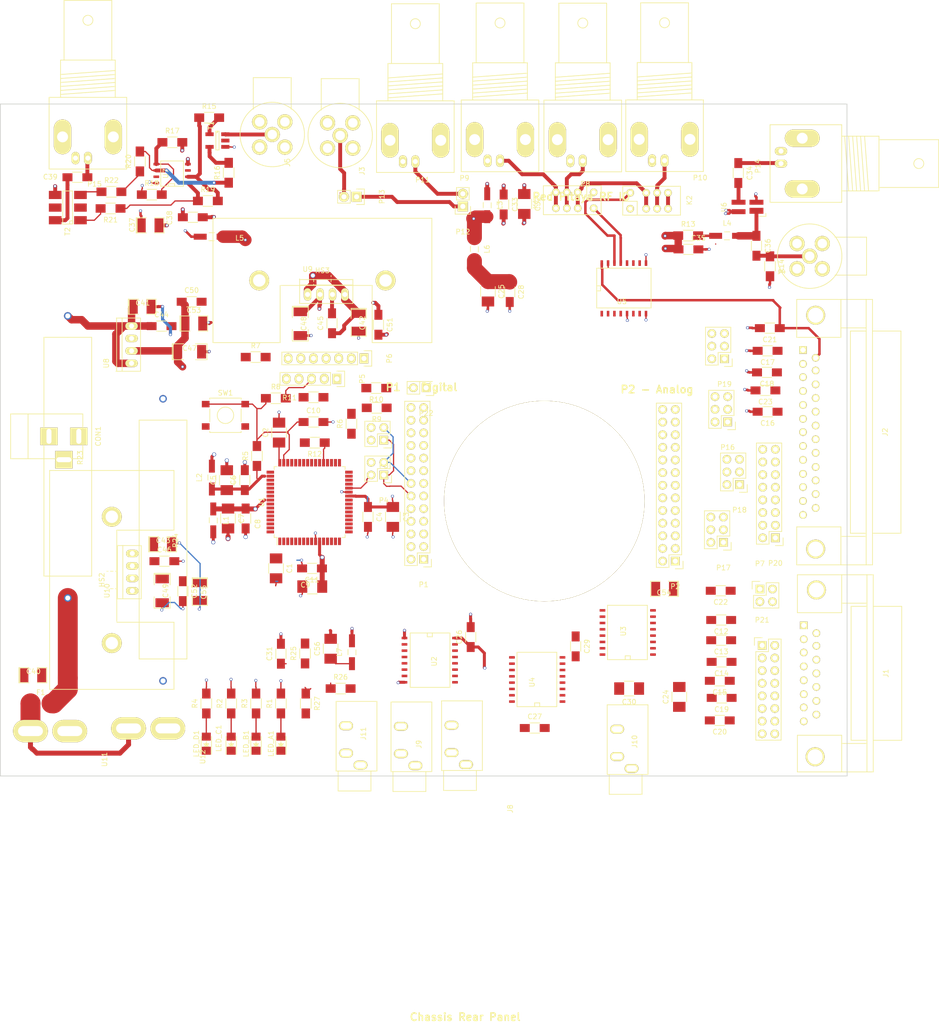
<source format=kicad_pcb>
(kicad_pcb (version 4) (host pcbnew 4.0.1-3.201512221401+6198~38~ubuntu15.10.1-stable)
  (layers (0 F.Cu signal) (1 In1.Cu power) (2 In2.Cu power hide) (31 B.Cu signal) (35 F.Paste user) (37 F.SilkS user) (39 F.Mask user) (44 Edge.Cuts user))
  (net 0 "")
  (net 1 /filt_if/SAR_BYPASS)
  (net 2 GND)
  (net 3 /filt_if/VCCD)
  (net 4 VCC)
  (net 5 /filt_if/P4_VDDD)
  (net 6 /filt_if/P4_VDDA)
  (net 7 /filt_if/XRES)
  (net 8 /lvlshift/lpf_0_12v)
  (net 9 /lvlshift/lpf_1_12V)
  (net 10 /lvlshift/lpf_2_12v)
  (net 11 "Net-(C16-Pad1)")
  (net 12 "Net-(C17-Pad1)")
  (net 13 "Net-(C18-Pad1)")
  (net 14 /lvlshift/lpf_4_12v)
  (net 15 /lvlshift/lpf_5_12v)
  (net 16 "Net-(C21-Pad1)")
  (net 17 "Net-(C22-Pad1)")
  (net 18 "Net-(C23-Pad1)")
  (net 19 +12V)
  (net 20 /extern_conn/AUDIO_IN)
  (net 21 "Net-(C30-Pad2)")
  (net 22 "Net-(C31-Pad1)")
  (net 23 /tr_switch/12V_Relay)
  (net 24 "Net-(C34-Pad1)")
  (net 25 "Net-(C34-Pad2)")
  (net 26 /lna/5V_LNA)
  (net 27 "Net-(C36-Pad1)")
  (net 28 "Net-(C36-Pad2)")
  (net 29 /mini_amp/AMP12V)
  (net 30 "Net-(C39-Pad1)")
  (net 31 "Net-(C39-Pad2)")
  (net 32 /ps/RP_5V)
  (net 33 /lvlshift/12V_LVL_IN)
  (net 34 /lvlshift/lpf_40)
  (net 35 /lvlshift/lpf_80)
  (net 36 /lvlshift/lpf_20)
  (net 37 /lvlshift/lpf_160)
  (net 38 /lvlshift/lpf_15)
  (net 39 "Net-(J1-Pad10)")
  (net 40 /lvlshift/lpf_10)
  (net 41 "Net-(J1-Pad12)")
  (net 42 "Net-(J1-Pad13)")
  (net 43 /lvlshift/swr_fd)
  (net 44 /lvlshift/swr_rv)
  (net 45 "Net-(J2-Pad5)")
  (net 46 "Net-(J2-Pad6)")
  (net 47 "Net-(J2-Pad7)")
  (net 48 "Net-(J2-Pad8)")
  (net 49 "Net-(J2-Pad9)")
  (net 50 /lvlshift/lpf80o)
  (net 51 /lvlshift/lpf20o)
  (net 52 "Net-(J2-Pad12)")
  (net 53 "Net-(J2-Pad13)")
  (net 54 /lvlshift/swrr)
  (net 55 /lvlshift/swrf)
  (net 56 "Net-(J2-Pad17)")
  (net 57 "Net-(J2-Pad18)")
  (net 58 "Net-(J2-Pad19)")
  (net 59 "Net-(J2-Pad20)")
  (net 60 "Net-(J2-Pad21)")
  (net 61 /lvlshift/lpf160o)
  (net 62 /lvlshift/lpf40o)
  (net 63 /lvlshift/lpf15o)
  (net 64 /lvlshift/lpf10o)
  (net 65 "Net-(J3-Pad1)")
  (net 66 "Net-(J5-Pad1)")
  (net 67 /extern_conn/DASH)
  (net 68 /extern_conn/PTT_IN)
  (net 69 /extern_conn/DOT)
  (net 70 "Net-(K1-Pad2)")
  (net 71 "Net-(K1-Pad3)")
  (net 72 "Net-(K1-Pad4)")
  (net 73 /lvlshift/PTT_OUT_TX)
  (net 74 "Net-(K2-Pad3)")
  (net 75 "Net-(K2-Pad4)")
  (net 76 /lvlshift/PTT_OUT_RX)
  (net 77 "Net-(L4-Pad1)")
  (net 78 "Net-(LED_A1-Pad2)")
  (net 79 /filt_if/OUTA)
  (net 80 "Net-(LED_B1-Pad2)")
  (net 81 /filt_if/OUTB)
  (net 82 "Net-(LED_C1-Pad2)")
  (net 83 /filt_if/OUTC)
  (net 84 "Net-(LED_D1-Pad2)")
  (net 85 /filt_if/OUTD)
  (net 86 /lvlshift/PTT)
  (net 87 /lvlshift/ATTEN)
  (net 88 "Net-(P1-Pad7)")
  (net 89 "Net-(P1-Pad9)")
  (net 90 "Net-(P1-Pad10)")
  (net 91 "Net-(P1-Pad11)")
  (net 92 /filt_if/I2C_DATA)
  (net 93 "Net-(P1-Pad13)")
  (net 94 /filt_if/I2C_CLOCK)
  (net 95 "Net-(P1-Pad15)")
  (net 96 "Net-(P1-Pad16)")
  (net 97 "Net-(P1-Pad17)")
  (net 98 "Net-(P1-Pad18)")
  (net 99 "Net-(P1-Pad19)")
  (net 100 "Net-(P1-Pad20)")
  (net 101 "Net-(P1-Pad21)")
  (net 102 "Net-(P1-Pad22)")
  (net 103 "Net-(P1-Pad23)")
  (net 104 "Net-(P1-Pad24)")
  (net 105 "Net-(P2-Pad2)")
  (net 106 "Net-(P2-Pad3)")
  (net 107 "Net-(P2-Pad4)")
  (net 108 "Net-(P2-Pad5)")
  (net 109 "Net-(P2-Pad6)")
  (net 110 "Net-(P2-Pad7)")
  (net 111 "Net-(P2-Pad8)")
  (net 112 "Net-(P2-Pad9)")
  (net 113 "Net-(P2-Pad10)")
  (net 114 "Net-(P2-Pad11)")
  (net 115 "Net-(P2-Pad12)")
  (net 116 "Net-(P16-Pad2)")
  (net 117 "Net-(P19-Pad2)")
  (net 118 "Net-(P17-Pad2)")
  (net 119 "Net-(P18-Pad2)")
  (net 120 "Net-(P2-Pad17)")
  (net 121 "Net-(P2-Pad18)")
  (net 122 "Net-(P2-Pad19)")
  (net 123 "Net-(P2-Pad20)")
  (net 124 "Net-(P2-Pad23)")
  (net 125 "Net-(P2-Pad24)")
  (net 126 "Net-(P3-Pad2)")
  (net 127 "Net-(P3-Pad4)")
  (net 128 "Net-(P4-Pad2)")
  (net 129 "Net-(P4-Pad4)")
  (net 130 /filt_if/RESET)
  (net 131 /filt_if/SWD_CLK)
  (net 132 /filt_if/SWD_DATA)
  (net 133 "Net-(P6-Pad1)")
  (net 134 "Net-(P6-Pad2)")
  (net 135 /filt_if/I2C_SCL)
  (net 136 "Net-(P6-Pad4)")
  (net 137 /filt_if/I2C_SDA)
  (net 138 /filt_if/UART_RX)
  (net 139 /filt_if/UART_TX)
  (net 140 "Net-(P7-Pad3)")
  (net 141 "Net-(P11-Pad1)")
  (net 142 /lvlshift/SWR_F)
  (net 143 /lvlshift/SWR_R)
  (net 144 /lvlshift/lpf_3_12v)
  (net 145 "Net-(R7-Pad1)")
  (net 146 "Net-(R9-Pad1)")
  (net 147 "Net-(R10-Pad1)")
  (net 148 "Net-(R12-Pad1)")
  (net 149 "Net-(R15-Pad1)")
  (net 150 "Net-(R15-Pad2)")
  (net 151 "Net-(R16-Pad1)")
  (net 152 "Net-(R16-Pad2)")
  (net 153 "Net-(R17-Pad1)")
  (net 154 "Net-(R19-Pad1)")
  (net 155 "Net-(R20-Pad1)")
  (net 156 "Net-(R21-Pad2)")
  (net 157 "Net-(R22-Pad1)")
  (net 158 "Net-(T1-Pad2)")
  (net 159 "Net-(T2-Pad2)")
  (net 160 /filt_if/LPF0)
  (net 161 /filt_if/LPF1)
  (net 162 /filt_if/LPF2)
  (net 163 /filt_if/LPF3)
  (net 164 /filt_if/LPF4)
  (net 165 /filt_if/LPF5)
  (net 166 /filt_if/LPF6)
  (net 167 /filt_if/LPF7)
  (net 168 "Net-(U1-Pad12)")
  (net 169 "Net-(U1-Pad13)")
  (net 170 "Net-(U1-Pad15)")
  (net 171 "Net-(U1-Pad16)")
  (net 172 "Net-(U1-Pad18)")
  (net 173 "Net-(U1-Pad19)")
  (net 174 "Net-(U1-Pad22)")
  (net 175 "Net-(U1-Pad23)")
  (net 176 "Net-(U1-Pad24)")
  (net 177 "Net-(U1-Pad25)")
  (net 178 "Net-(U1-Pad29)")
  (net 179 "Net-(U1-Pad30)")
  (net 180 "Net-(U1-Pad31)")
  (net 181 "Net-(U1-Pad32)")
  (net 182 "Net-(U1-Pad33)")
  (net 183 "Net-(U1-Pad43)")
  (net 184 "Net-(U1-Pad44)")
  (net 185 "Net-(U1-Pad45)")
  (net 186 "Net-(U1-Pad46)")
  (net 187 "Net-(U1-Pad53)")
  (net 188 "Net-(U1-Pad54)")
  (net 189 "Net-(U1-Pad58)")
  (net 190 "Net-(U1-Pad59)")
  (net 191 "Net-(U1-Pad60)")
  (net 192 "Net-(U1-Pad61)")
  (net 193 "Net-(U1-Pad62)")
  (net 194 "Net-(U1-Pad63)")
  (net 195 "Net-(U1-Pad64)")
  (net 196 "Net-(U2-Pad6)")
  (net 197 "Net-(U4-Pad2)")
  (net 198 "Net-(U4-Pad4)")
  (net 199 "Net-(U5-Pad10)")
  (net 200 "Net-(U5-Pad11)")
  (net 201 "Net-(U5-Pad12)")
  (net 202 /ps/+13.8VA)
  (net 203 /ps/+13.8VRA)
  (net 204 /ps/+13.8VRB)
  (net 205 /ps/+13.8VB)
  (net 206 /rp_conn/SWR_R)
  (net 207 "Net-(P22-Pad1)")
  (module my_lib:RF_RELAY (layer F.Cu) (at 167.875 52.75 180)
    (fp_text reference K1 (at 11.6 -2.35 270) (layer F.SilkS))
    (fp_text value RELAY_RF)
    (pad 1 thru_hole circle (at 0 0 180) (size 1.524 1.524) (drill 0.85) (layers *.Cu *.Mask F.SilkS) (net 23 /tr_switch/12V_Relay))
    (pad 2 thru_hole circle (at 3.2 0 180) (size 1.524 1.524) (drill 0.85) (layers *.Cu *.Mask F.SilkS) (net 70 "Net-(K1-Pad2)"))
    (pad 3 thru_hole circle (at 5.4 0 180) (size 1.524 1.524) (drill 0.85) (layers *.Cu *.Mask F.SilkS) (net 71 "Net-(K1-Pad3)"))
    (pad 4 thru_hole circle (at 7.6 0 180) (size 1.524 1.524) (drill 0.85) (layers *.Cu *.Mask F.SilkS) (net 72 "Net-(K1-Pad4)"))
    (pad 8 thru_hole circle (at 0 -3.2 180) (size 1.524 1.524) (drill 0.85) (layers *.Cu *.Mask F.SilkS) (net 73 /lvlshift/PTT_OUT_TX))
    (pad 7 thru_hole circle (at 3.2 -3.2 180) (size 1.524 1.524) (drill 0.85) (layers *.Cu *.Mask F.SilkS) (net 70 "Net-(K1-Pad2)"))
    (pad 6 thru_hole circle (at 5.4 -3.2 180) (size 1.524 1.524) (drill 0.85) (layers *.Cu *.Mask F.SilkS) (net 71 "Net-(K1-Pad3)"))
    (pad 5 thru_hole circle (at 7.6 -3.2 180) (size 1.524 1.524) (drill 0.85) (layers *.Cu *.Mask F.SilkS) (net 72 "Net-(K1-Pad4)"))
  )
  (module Capacitors_SMD:C_1210_HandSoldering (layer F.Cu) (at 104.024002 128.339402 270)
    (fp_text reference C1 (at 0 -2.7 270) (layer F.SilkS))
    (fp_text value 1uF)
    (pad 1 smd rect (at -2 0 270) (size 2 2.5) (layers F.Cu F.Paste F.Mask) (net 1 /filt_if/SAR_BYPASS))
    (pad 2 smd rect (at 2 0 270) (size 2 2.5) (layers F.Cu F.Paste F.Mask) (net 2 GND))
  )
  (module Capacitors_SMD:C_1210_HandSoldering (layer F.Cu) (at 104.625 101.05 90)
    (fp_text reference C2 (at 0 -2.7 90) (layer F.SilkS))
    (fp_text value 1uF)
    (pad 1 smd rect (at -2 0 90) (size 2 2.5) (layers F.Cu F.Paste F.Mask) (net 3 /filt_if/VCCD))
    (pad 2 smd rect (at 2 0 90) (size 2 2.5) (layers F.Cu F.Paste F.Mask) (net 2 GND))
  )
  (module Capacitors_SMD:C_1210_HandSoldering (layer F.Cu) (at 127.5 118 270)
    (fp_text reference C3 (at 0 -2.7 270) (layer F.SilkS))
    (fp_text value 1uF)
    (pad 1 smd rect (at -2 0 270) (size 2 2.5) (layers F.Cu F.Paste F.Mask) (net 4 VCC))
    (pad 2 smd rect (at 2 0 270) (size 2 2.5) (layers F.Cu F.Paste F.Mask) (net 2 GND))
  )
  (module Capacitors_SMD:C_1206_HandSoldering (layer F.Cu) (at 122.5 118 270)
    (fp_text reference C4 (at 0 -2.3 270) (layer F.SilkS))
    (fp_text value 0.1uF)
    (pad 1 smd rect (at -2 0 270) (size 2 1.6) (layers F.Cu F.Paste F.Mask) (net 4 VCC))
    (pad 2 smd rect (at 2 0 270) (size 2 1.6) (layers F.Cu F.Paste F.Mask) (net 2 GND))
  )
  (module Capacitors_SMD:C_1210_HandSoldering (layer F.Cu) (at 94.118002 110.611722 90)
    (fp_text reference C5 (at 0 -2.7 90) (layer F.SilkS))
    (fp_text value 1uF)
    (pad 1 smd rect (at -2 0 90) (size 2 2.5) (layers F.Cu F.Paste F.Mask) (net 5 /filt_if/P4_VDDD))
    (pad 2 smd rect (at 2 0 90) (size 2 2.5) (layers F.Cu F.Paste F.Mask) (net 2 GND))
  )
  (module Capacitors_SMD:C_1206_HandSoldering (layer F.Cu) (at 97.745122 110.603602 90)
    (fp_text reference C6 (at 0 -2.3 90) (layer F.SilkS))
    (fp_text value 0.1uF)
    (pad 1 smd rect (at -2 0 90) (size 2 1.6) (layers F.Cu F.Paste F.Mask) (net 5 /filt_if/P4_VDDD))
    (pad 2 smd rect (at 2 0 90) (size 2 1.6) (layers F.Cu F.Paste F.Mask) (net 2 GND))
  )
  (module Capacitors_SMD:C_1210_HandSoldering (layer F.Cu) (at 94.366922 118.318082 270)
    (fp_text reference C7 (at 0 -2.7 270) (layer F.SilkS))
    (fp_text value 1uF)
    (pad 1 smd rect (at -2 0 270) (size 2 2.5) (layers F.Cu F.Paste F.Mask) (net 6 /filt_if/P4_VDDA))
    (pad 2 smd rect (at 2 0 270) (size 2 2.5) (layers F.Cu F.Paste F.Mask) (net 2 GND))
  )
  (module Capacitors_SMD:C_1206_HandSoldering (layer F.Cu) (at 97.902602 118.318082 270)
    (fp_text reference C8 (at 1.111 -2.4384 270) (layer F.SilkS))
    (fp_text value 0.1uF)
    (pad 1 smd rect (at -2 0 270) (size 2 1.6) (layers F.Cu F.Paste F.Mask) (net 6 /filt_if/P4_VDDA))
    (pad 2 smd rect (at 2 0 270) (size 2 1.6) (layers F.Cu F.Paste F.Mask) (net 2 GND))
  )
  (module Capacitors_SMD:C_1210_HandSoldering (layer F.Cu) (at 111.3 132 180)
    (fp_text reference C9 (at 1.3843 0.3302 180) (layer F.SilkS))
    (fp_text value 1uF)
    (pad 1 smd rect (at -2 0 180) (size 2 2.5) (layers F.Cu F.Paste F.Mask) (net 6 /filt_if/P4_VDDA))
    (pad 2 smd rect (at 2 0 180) (size 2 2.5) (layers F.Cu F.Paste F.Mask) (net 2 GND))
  )
  (module Capacitors_SMD:C_1206_HandSoldering (layer F.Cu) (at 111.55 98.925)
    (fp_text reference C10 (at 0 -2.3) (layer F.SilkS))
    (fp_text value 0.1uF)
    (pad 1 smd rect (at -2 0) (size 2 1.6) (layers F.Cu F.Paste F.Mask) (net 7 /filt_if/XRES))
    (pad 2 smd rect (at 2 0) (size 2 1.6) (layers F.Cu F.Paste F.Mask) (net 2 GND))
  )
  (module Capacitors_SMD:C_1206_HandSoldering (layer F.Cu) (at 111.25 128.35 180)
    (fp_text reference C11 (at 0 -2.3 180) (layer F.SilkS))
    (fp_text value 0.1uF)
    (pad 1 smd rect (at -2 0 180) (size 2 1.6) (layers F.Cu F.Paste F.Mask) (net 6 /filt_if/P4_VDDA))
    (pad 2 smd rect (at 2 0 180) (size 2 1.6) (layers F.Cu F.Paste F.Mask) (net 2 GND))
  )
  (module Capacitors_SMD:C_1206_HandSoldering (layer F.Cu) (at 193.50634 138.71956 180)
    (fp_text reference C12 (at 0 -2.3 180) (layer F.SilkS))
    (fp_text value 100pF)
    (pad 1 smd rect (at -2 0 180) (size 2 1.6) (layers F.Cu F.Paste F.Mask) (net 8 /lvlshift/lpf_0_12v))
    (pad 2 smd rect (at 2 0 180) (size 2 1.6) (layers F.Cu F.Paste F.Mask) (net 2 GND))
  )
  (module Capacitors_SMD:C_1206_HandSoldering (layer F.Cu) (at 193.50634 142.7861 180)
    (fp_text reference C13 (at 0 -2.3 180) (layer F.SilkS))
    (fp_text value 100pF)
    (pad 1 smd rect (at -2 0 180) (size 2 1.6) (layers F.Cu F.Paste F.Mask) (net 9 /lvlshift/lpf_1_12V))
    (pad 2 smd rect (at 2 0 180) (size 2 1.6) (layers F.Cu F.Paste F.Mask) (net 2 GND))
  )
  (module Capacitors_SMD:C_1206_HandSoldering (layer F.Cu) (at 193.58508 147.13712 180)
    (fp_text reference C14 (at 0 -2.3 180) (layer F.SilkS))
    (fp_text value 100pF)
    (pad 1 smd rect (at -2 0 180) (size 2 1.6) (layers F.Cu F.Paste F.Mask) (net 10 /lvlshift/lpf_2_12v))
    (pad 2 smd rect (at 2 0 180) (size 2 1.6) (layers F.Cu F.Paste F.Mask) (net 2 GND))
  )
  (module Capacitors_SMD:C_1206_HandSoldering (layer F.Cu) (at 193.2305 150.9395 180)
    (fp_text reference C15 (at 0 -2.3 180) (layer F.SilkS))
    (fp_text value 100pF)
    (pad 1 smd rect (at -2 0 180) (size 2 1.6) (layers F.Cu F.Paste F.Mask) (net 144 /lvlshift/lpf_3_12v))
    (pad 2 smd rect (at 2 0 180) (size 2 1.6) (layers F.Cu F.Paste F.Mask) (net 2 GND))
  )
  (module Capacitors_SMD:C_1206_HandSoldering (layer F.Cu) (at 202.83576 96.85528 180)
    (fp_text reference C16 (at 0 -2.3 180) (layer F.SilkS))
    (fp_text value 100pF)
    (pad 1 smd rect (at -2 0 180) (size 2 1.6) (layers F.Cu F.Paste F.Mask) (net 11 "Net-(C16-Pad1)"))
    (pad 2 smd rect (at 2 0 180) (size 2 1.6) (layers F.Cu F.Paste F.Mask) (net 2 GND))
  )
  (module Capacitors_SMD:C_1206_HandSoldering (layer F.Cu) (at 202.8378 84.61502 180)
    (fp_text reference C17 (at 0 -2.3 180) (layer F.SilkS))
    (fp_text value 100pF)
    (pad 1 smd rect (at -2 0 180) (size 2 1.6) (layers F.Cu F.Paste F.Mask) (net 12 "Net-(C17-Pad1)"))
    (pad 2 smd rect (at 2 0 180) (size 2 1.6) (layers F.Cu F.Paste F.Mask) (net 2 GND))
  )
  (module Capacitors_SMD:C_1206_HandSoldering (layer F.Cu) (at 202.7113 88.94826 180)
    (fp_text reference C18 (at 0 -2.3 180) (layer F.SilkS))
    (fp_text value 100pF)
    (pad 1 smd rect (at -2 0 180) (size 2 1.6) (layers F.Cu F.Paste F.Mask) (net 13 "Net-(C18-Pad1)"))
    (pad 2 smd rect (at 2 0 180) (size 2 1.6) (layers F.Cu F.Paste F.Mask) (net 2 GND))
  )
  (module Capacitors_SMD:C_1206_HandSoldering (layer F.Cu) (at 193.60236 154.37612 180)
    (fp_text reference C19 (at 0 -2.3 180) (layer F.SilkS))
    (fp_text value 100pF)
    (pad 1 smd rect (at -2 0 180) (size 2 1.6) (layers F.Cu F.Paste F.Mask) (net 14 /lvlshift/lpf_4_12v))
    (pad 2 smd rect (at 2 0 180) (size 2 1.6) (layers F.Cu F.Paste F.Mask) (net 2 GND))
  )
  (module Capacitors_SMD:C_1206_HandSoldering (layer F.Cu) (at 193.22186 158.9024 180)
    (fp_text reference C20 (at 0 -2.3 180) (layer F.SilkS))
    (fp_text value 100pF)
    (pad 1 smd rect (at -2 0 180) (size 2 1.6) (layers F.Cu F.Paste F.Mask) (net 15 /lvlshift/lpf_5_12v))
    (pad 2 smd rect (at 2 0 180) (size 2 1.6) (layers F.Cu F.Paste F.Mask) (net 2 GND))
  )
  (module Capacitors_SMD:C_1206_HandSoldering (layer F.Cu) (at 203.28738 80.05572 180)
    (fp_text reference C21 (at 0 -2.3 180) (layer F.SilkS))
    (fp_text value 100pF)
    (pad 1 smd rect (at -2 0 180) (size 2 1.6) (layers F.Cu F.Paste F.Mask) (net 16 "Net-(C21-Pad1)"))
    (pad 2 smd rect (at 2 0 180) (size 2 1.6) (layers F.Cu F.Paste F.Mask) (net 2 GND))
  )
  (module Capacitors_SMD:C_1206_HandSoldering (layer F.Cu) (at 193.41338 132.83946 180)
    (fp_text reference C22 (at 0 -2.3 180) (layer F.SilkS))
    (fp_text value 100pF)
    (pad 1 smd rect (at -2 0 180) (size 2 1.6) (layers F.Cu F.Paste F.Mask) (net 17 "Net-(C22-Pad1)"))
    (pad 2 smd rect (at 2 0 180) (size 2 1.6) (layers F.Cu F.Paste F.Mask) (net 2 GND))
  )
  (module Capacitors_SMD:C_1206_HandSoldering (layer F.Cu) (at 202.4065 92.57284 180)
    (fp_text reference C23 (at 0 -2.3 180) (layer F.SilkS))
    (fp_text value 100pF)
    (pad 1 smd rect (at -2 0 180) (size 2 1.6) (layers F.Cu F.Paste F.Mask) (net 18 "Net-(C23-Pad1)"))
    (pad 2 smd rect (at 2 0 180) (size 2 1.6) (layers F.Cu F.Paste F.Mask) (net 2 GND))
  )
  (module Capacitors_SMD:C_1210_HandSoldering (layer F.Cu) (at 185.08472 154.17902 90)
    (fp_text reference C24 (at 0 -2.7 90) (layer F.SilkS))
    (fp_text value 1uF)
    (pad 1 smd rect (at -2 0 90) (size 2 2.5) (layers F.Cu F.Paste F.Mask) (net 19 +12V))
    (pad 2 smd rect (at 2 0 90) (size 2 2.5) (layers F.Cu F.Paste F.Mask) (net 2 GND))
  )
  (module Capacitors_SMD:C_1210_HandSoldering (layer F.Cu) (at 146.625 72.7 270)
    (fp_text reference C25 (at 0 -2.7 270) (layer F.SilkS))
    (fp_text value 1uF)
    (pad 1 smd rect (at -2 0 270) (size 2 2.5) (layers F.Cu F.Paste F.Mask) (net 19 +12V))
    (pad 2 smd rect (at 2 0 270) (size 2 2.5) (layers F.Cu F.Paste F.Mask) (net 2 GND))
  )
  (module Capacitors_SMD:C_1206_HandSoldering (layer F.Cu) (at 143.15 142.15 90)
    (fp_text reference C26 (at 0 -2.3 90) (layer F.SilkS))
    (fp_text value 0.1uF)
    (pad 1 smd rect (at -2 0 90) (size 2 1.6) (layers F.Cu F.Paste F.Mask) (net 19 +12V))
    (pad 2 smd rect (at 2 0 90) (size 2 1.6) (layers F.Cu F.Paste F.Mask) (net 2 GND))
  )
  (module Capacitors_SMD:C_1206_HandSoldering (layer F.Cu) (at 156.025 160.42956)
    (fp_text reference C27 (at 0 -2.3) (layer F.SilkS))
    (fp_text value 0.1uF)
    (pad 1 smd rect (at -2 0) (size 2 1.6) (layers F.Cu F.Paste F.Mask) (net 19 +12V))
    (pad 2 smd rect (at 2 0) (size 2 1.6) (layers F.Cu F.Paste F.Mask) (net 2 GND))
  )
  (module Capacitors_SMD:C_1206_HandSoldering (layer F.Cu) (at 151 72.8 270)
    (fp_text reference C28 (at 0 -2.3 270) (layer F.SilkS))
    (fp_text value 0.1uF)
    (pad 1 smd rect (at -2 0 270) (size 2 1.6) (layers F.Cu F.Paste F.Mask) (net 19 +12V))
    (pad 2 smd rect (at 2 0 270) (size 2 1.6) (layers F.Cu F.Paste F.Mask) (net 2 GND))
  )
  (module Capacitors_SMD:C_1206_HandSoldering (layer F.Cu) (at 164.25 144.025 270)
    (fp_text reference C29 (at 0 -2.3 270) (layer F.SilkS))
    (fp_text value 0.1uF)
    (pad 1 smd rect (at -2 0 270) (size 2 1.6) (layers F.Cu F.Paste F.Mask) (net 19 +12V))
    (pad 2 smd rect (at 2 0 270) (size 2 1.6) (layers F.Cu F.Paste F.Mask) (net 2 GND))
  )
  (module Capacitors_SMD:C_1210_HandSoldering (layer F.Cu) (at 175 152.5 180)
    (fp_text reference C30 (at 0 -2.7 180) (layer F.SilkS))
    (fp_text value 10uF)
    (pad 1 smd rect (at -2 0 180) (size 2 2.5) (layers F.Cu F.Paste F.Mask) (net 20 /extern_conn/AUDIO_IN))
    (pad 2 smd rect (at 2 0 180) (size 2 2.5) (layers F.Cu F.Paste F.Mask) (net 21 "Net-(C30-Pad2)"))
  )
  (module Capacitors_SMD:C_1206_HandSoldering (layer F.Cu) (at 105 145.5 90)
    (fp_text reference C31 (at 0 -2.3 90) (layer F.SilkS))
    (fp_text value 0.1uF)
    (pad 1 smd rect (at -2 0 90) (size 2 1.6) (layers F.Cu F.Paste F.Mask) (net 22 "Net-(C31-Pad1)"))
    (pad 2 smd rect (at 2 0 90) (size 2 1.6) (layers F.Cu F.Paste F.Mask) (net 2 GND))
  )
  (module Capacitors_SMD:C_1210_HandSoldering (layer F.Cu) (at 153.925 55.1 270)
    (fp_text reference C32 (at 0 -2.7 270) (layer F.SilkS))
    (fp_text value 1uF)
    (pad 1 smd rect (at -2 0 270) (size 2 2.5) (layers F.Cu F.Paste F.Mask) (net 23 /tr_switch/12V_Relay))
    (pad 2 smd rect (at 2 0 270) (size 2 2.5) (layers F.Cu F.Paste F.Mask) (net 2 GND))
  )
  (module Capacitors_SMD:C_1206_HandSoldering (layer F.Cu) (at 149.775 55.2 270)
    (fp_text reference C33 (at 0 -2.3 270) (layer F.SilkS))
    (fp_text value 0.1uF)
    (pad 1 smd rect (at -2 0 270) (size 2 1.6) (layers F.Cu F.Paste F.Mask) (net 23 /tr_switch/12V_Relay))
    (pad 2 smd rect (at 2 0 270) (size 2 1.6) (layers F.Cu F.Paste F.Mask) (net 2 GND))
  )
  (module Capacitors_SMD:C_1206_HandSoldering (layer F.Cu) (at 196.95 48.875 270)
    (fp_text reference C34 (at 0 -2.3 270) (layer F.SilkS))
    (fp_text value 0.1uF)
    (pad 1 smd rect (at -2 0 270) (size 2 1.6) (layers F.Cu F.Paste F.Mask) (net 24 "Net-(C34-Pad1)"))
    (pad 2 smd rect (at 2 0 270) (size 2 1.6) (layers F.Cu F.Paste F.Mask) (net 25 "Net-(C34-Pad2)"))
  )
  (module Capacitors_SMD:C_1206_HandSoldering (layer F.Cu) (at 186.925 64.225)
    (fp_text reference C35 (at 2.021711 -2.257333) (layer F.SilkS))
    (fp_text value 0.1uF)
    (pad 1 smd rect (at -2 0) (size 2 1.6) (layers F.Cu F.Paste F.Mask) (net 26 /lna/5V_LNA))
    (pad 2 smd rect (at 2 0) (size 2 1.6) (layers F.Cu F.Paste F.Mask) (net 2 GND))
  )
  (module Capacitors_SMD:C_1206_HandSoldering (layer F.Cu) (at 200.6 63.5 270)
    (fp_text reference C36 (at 0 -2.3 270) (layer F.SilkS))
    (fp_text value 0.1uF)
    (pad 1 smd rect (at -2 0 270) (size 2 1.6) (layers F.Cu F.Paste F.Mask) (net 27 "Net-(C36-Pad1)"))
    (pad 2 smd rect (at 2 0 270) (size 2 1.6) (layers F.Cu F.Paste F.Mask) (net 28 "Net-(C36-Pad2)"))
  )
  (module SMD_Packages:SMD-1210_Pol (layer F.Cu) (at 78.703 59.4)
    (fp_text reference C37 (at -3.603 -0.075 90) (layer F.SilkS))
    (fp_text value 10uF)
    (pad 1 smd rect (at -1.778 0) (size 1.778 2.794) (layers F.Cu F.Paste F.Mask) (net 29 /mini_amp/AMP12V))
    (pad 2 smd rect (at 1.778 0) (size 1.778 2.794) (layers F.Cu F.Paste F.Mask) (net 2 GND))
  )
  (module Capacitors_SMD:C_1206_HandSoldering (layer F.Cu) (at 87.28 57.77)
    (fp_text reference C38 (at -4.675 0.125 90) (layer F.SilkS))
    (fp_text value 0.1uF)
    (pad 1 smd rect (at -2 0) (size 2 1.6) (layers F.Cu F.Paste F.Mask) (net 29 /mini_amp/AMP12V))
    (pad 2 smd rect (at 2 0) (size 2 1.6) (layers F.Cu F.Paste F.Mask) (net 2 GND))
  )
  (module Capacitors_SMD:C_1206_HandSoldering (layer F.Cu) (at 64.09 49.73 180)
    (fp_text reference C39 (at 5.45 0.075 180) (layer F.SilkS))
    (fp_text value 0.1uF)
    (pad 1 smd rect (at -2 0 180) (size 2 1.6) (layers F.Cu F.Paste F.Mask) (net 30 "Net-(C39-Pad1)"))
    (pad 2 smd rect (at 2 0 180) (size 2 1.6) (layers F.Cu F.Paste F.Mask) (net 31 "Net-(C39-Pad2)"))
  )
  (module SMD_Packages:SMD-1210_Pol (layer F.Cu) (at 55.122 149.825)
    (fp_text reference C40 (at 0.127 -0.762) (layer F.SilkS))
    (fp_text value 100uF)
    (pad 1 smd rect (at -1.778 0) (size 1.778 2.794) (layers F.Cu F.Paste F.Mask) (net 202 /ps/+13.8VA))
    (pad 2 smd rect (at 1.778 0) (size 1.778 2.794) (layers F.Cu F.Paste F.Mask) (net 2 GND))
  )
  (module SMD_Packages:SMD-1210_Pol (layer F.Cu) (at 77.103 75.75)
    (fp_text reference C41 (at 0.127 -0.762) (layer F.SilkS))
    (fp_text value 10uF)
    (pad 1 smd rect (at -1.778 0) (size 1.778 2.794) (layers F.Cu F.Paste F.Mask) (net 203 /ps/+13.8VRA))
    (pad 2 smd rect (at 1.778 0) (size 1.778 2.794) (layers F.Cu F.Paste F.Mask) (net 2 GND))
  )
  (module SMD_Packages:SMD-1210_Pol (layer F.Cu) (at 120.625 78.878 270)
    (fp_text reference C42 (at 0.127 -0.762 270) (layer F.SilkS))
    (fp_text value 10uF)
    (pad 1 smd rect (at -1.778 0 270) (size 1.778 2.794) (layers F.Cu F.Paste F.Mask) (net 204 /ps/+13.8VRB))
    (pad 2 smd rect (at 1.778 0 270) (size 1.778 2.794) (layers F.Cu F.Paste F.Mask) (net 2 GND))
  )
  (module SMD_Packages:SMD-1210_Pol (layer F.Cu) (at 81.203 123.5)
    (fp_text reference C43 (at 0.127 -0.762) (layer F.SilkS))
    (fp_text value 10uF)
    (pad 1 smd rect (at -1.778 0) (size 1.778 2.794) (layers F.Cu F.Paste F.Mask) (net 205 /ps/+13.8VB))
    (pad 2 smd rect (at 1.778 0) (size 1.778 2.794) (layers F.Cu F.Paste F.Mask) (net 2 GND))
  )
  (module Capacitors_SMD:C_1206_HandSoldering (layer F.Cu) (at 81 79.65)
    (fp_text reference C44 (at 0 -2.3) (layer F.SilkS))
    (fp_text value 0.1uF)
    (pad 1 smd rect (at -2 0) (size 2 1.6) (layers F.Cu F.Paste F.Mask) (net 203 /ps/+13.8VRA))
    (pad 2 smd rect (at 2 0) (size 2 1.6) (layers F.Cu F.Paste F.Mask) (net 2 GND))
  )
  (module Capacitors_SMD:C_1206_HandSoldering (layer F.Cu) (at 115.275 79.075 90)
    (fp_text reference C45 (at 0 -2.3 90) (layer F.SilkS))
    (fp_text value 0.1uF)
    (pad 1 smd rect (at -2 0 90) (size 2 1.6) (layers F.Cu F.Paste F.Mask) (net 204 /ps/+13.8VRB))
    (pad 2 smd rect (at 2 0 90) (size 2 1.6) (layers F.Cu F.Paste F.Mask) (net 2 GND))
  )
  (module Capacitors_SMD:C_1206_HandSoldering (layer F.Cu) (at 81.575 126.9)
    (fp_text reference C46 (at 0 -2.3) (layer F.SilkS))
    (fp_text value 0.1uF)
    (pad 1 smd rect (at -2 0) (size 2 1.6) (layers F.Cu F.Paste F.Mask) (net 205 /ps/+13.8VB))
    (pad 2 smd rect (at 2 0) (size 2 1.6) (layers F.Cu F.Paste F.Mask) (net 2 GND))
  )
  (module SMD_Packages:SMD-2010_Pol (layer F.Cu) (at 86.6497 84.8)
    (fp_text reference C47 (at 0 -0.7) (layer F.SilkS))
    (fp_text value 10uF)
    (pad 1 smd rect (at -2.4003 0) (size 1.80086 2.70002) (layers F.Cu F.Paste F.Mask) (net 26 /lna/5V_LNA))
    (pad 2 smd rect (at 2.4003 0) (size 1.80086 2.70002) (layers F.Cu F.Paste F.Mask) (net 2 GND))
  )
  (module SMD_Packages:SMD-2010_Pol (layer F.Cu) (at 108.9 79.1497 270)
    (fp_text reference C48 (at 0 -0.7 270) (layer F.SilkS))
    (fp_text value 10uF)
    (pad 1 smd rect (at -2.4003 0 270) (size 1.80086 2.70002) (layers F.Cu F.Paste F.Mask) (net 32 /ps/RP_5V))
    (pad 2 smd rect (at 2.4003 0 270) (size 1.80086 2.70002) (layers F.Cu F.Paste F.Mask) (net 2 GND))
  )
  (module SMD_Packages:SMD-2010_Pol (layer F.Cu) (at 81.125 132.8503 270)
    (fp_text reference C49 (at 0 -0.7 270) (layer F.SilkS))
    (fp_text value 10uF)
    (pad 1 smd rect (at -2.4003 0 270) (size 1.80086 2.70002) (layers F.Cu F.Paste F.Mask) (net 33 /lvlshift/12V_LVL_IN))
    (pad 2 smd rect (at 2.4003 0 270) (size 1.80086 2.70002) (layers F.Cu F.Paste F.Mask) (net 2 GND))
  )
  (module Capacitors_SMD:C_1206_HandSoldering (layer F.Cu) (at 87.05 74.75)
    (fp_text reference C50 (at 0 -2.3) (layer F.SilkS))
    (fp_text value 0.1uF)
    (pad 1 smd rect (at -2 0) (size 2 1.6) (layers F.Cu F.Paste F.Mask) (net 26 /lna/5V_LNA))
    (pad 2 smd rect (at 2 0) (size 2 1.6) (layers F.Cu F.Paste F.Mask) (net 2 GND))
  )
  (module Capacitors_SMD:C_1206_HandSoldering (layer F.Cu) (at 124.6 79.375 270)
    (fp_text reference C51 (at 0 -2.3 270) (layer F.SilkS))
    (fp_text value 0.1uF)
    (pad 1 smd rect (at -2 0 270) (size 2 1.6) (layers F.Cu F.Paste F.Mask) (net 32 /ps/RP_5V))
    (pad 2 smd rect (at 2 0 270) (size 2 1.6) (layers F.Cu F.Paste F.Mask) (net 2 GND))
  )
  (module Capacitors_SMD:C_1206_HandSoldering (layer F.Cu) (at 85.3 132.925 270)
    (fp_text reference C52 (at 0 -2.3 270) (layer F.SilkS))
    (fp_text value 0.1uF)
    (pad 1 smd rect (at -2 0 270) (size 2 1.6) (layers F.Cu F.Paste F.Mask) (net 33 /lvlshift/12V_LVL_IN))
    (pad 2 smd rect (at 2 0 270) (size 2 1.6) (layers F.Cu F.Paste F.Mask) (net 2 GND))
  )
  (module SMD_Packages:SMD-1210_Pol (layer F.Cu) (at 87.497 79.125)
    (fp_text reference C53 (at 0 -2.667) (layer F.SilkS))
    (fp_text value 100uF)
    (pad 1 smd rect (at -1.778 0) (size 1.778 2.794) (layers F.Cu F.Paste F.Mask) (net 26 /lna/5V_LNA))
    (pad 2 smd rect (at 1.778 0) (size 1.778 2.794) (layers F.Cu F.Paste F.Mask) (net 2 GND))
  )
  (module SMD_Packages:SMD-1210_Pol (layer F.Cu) (at 182.128 132.45 180)
    (fp_text reference C54 (at 0.127 -0.762 180) (layer F.SilkS))
    (fp_text value 100uF)
    (pad 1 smd rect (at -1.778 0 180) (size 1.778 2.794) (layers F.Cu F.Paste F.Mask) (net 32 /ps/RP_5V))
    (pad 2 smd rect (at 1.778 0 180) (size 1.778 2.794) (layers F.Cu F.Paste F.Mask) (net 2 GND))
  )
  (module SMD_Packages:SMD-1210_Pol (layer F.Cu) (at 88.7 133.003 270)
    (fp_text reference C55 (at 0.127 -0.762 270) (layer F.SilkS))
    (fp_text value 100uF)
    (pad 1 smd rect (at -1.778 0 270) (size 1.778 2.794) (layers F.Cu F.Paste F.Mask) (net 33 /lvlshift/12V_LVL_IN))
    (pad 2 smd rect (at 1.778 0 270) (size 1.778 2.794) (layers F.Cu F.Paste F.Mask) (net 2 GND))
  )
  (module Capacitors_SMD:C_1210_HandSoldering (layer F.Cu) (at 115 144.5 90)
    (fp_text reference C56 (at 0 -2.7 90) (layer F.SilkS))
    (fp_text value 1uF)
    (pad 1 smd rect (at -2 0 90) (size 2 2.5) (layers F.Cu F.Paste F.Mask) (net 22 "Net-(C31-Pad1)"))
    (pad 2 smd rect (at 2 0 90) (size 2 2.5) (layers F.Cu F.Paste F.Mask) (net 2 GND))
  )
  (module Fuse_Holders_and_Fuses:Fuse_SMD1206_HandSoldering (layer F.Cu) (at 56.76466 155.475)
    (fp_text reference F1 (at -0.0508 -2.19964) (layer F.SilkS))
    (fp_text value FUSE)
    (pad 1 smd rect (at -2.08534 0 90) (size 2.02946 2.65176) (layers F.Cu F.Paste F.Mask) (net 202 /ps/+13.8VA))
    (pad 2 smd rect (at 2.08534 0 90) (size 2.02946 2.65176) (layers F.Cu F.Paste F.Mask) (net 205 /ps/+13.8VB))
  )
  (module my_lib:Heatsink-TO220 (layer F.Cu) (at 71.003072 130.66769 90)
    (fp_text reference HS2 (at 0 -2 90) (layer F.SilkS))
    (fp_text value HEATSINK)
    (pad 1 thru_hole circle (at -12.7 0 90) (size 4 4) (drill 2.5) (layers *.Cu *.Mask F.SilkS))
    (pad 1 thru_hole circle (at 12.7 0 90) (size 4 4) (drill 2.5) (layers *.Cu *.Mask F.SilkS))
  )
  (module my_lib:Heatsink-TO220 (layer F.Cu) (at 113.340075 70.474347)
    (fp_text reference HS3 (at 0 -2) (layer F.SilkS))
    (fp_text value HEATSINK)
    (pad 1 thru_hole circle (at -12.7 0) (size 4 4) (drill 2.5) (layers *.Cu *.Mask F.SilkS))
    (pad 1 thru_hole circle (at 12.7 0) (size 4 4) (drill 2.5) (layers *.Cu *.Mask F.SilkS))
  )
  (module Connect:DB15FC (layer F.Cu) (at 211.3788 149.44344 270)
    (fp_text reference J1 (at 0 -15.24 270) (layer F.SilkS))
    (fp_text value DB15)
    (pad "" thru_hole circle (at 16.764 -1.016 270) (size 3.81 3.81) (drill 3.048) (layers *.Cu *.Mask F.SilkS))
    (pad "" thru_hole circle (at -16.764 -1.27 270) (size 3.81 3.81) (drill 3.048) (layers *.Cu *.Mask F.SilkS))
    (pad 1 thru_hole rect (at -9.652 1.27 270) (size 1.524 1.524) (drill 1.016) (layers *.Cu *.Mask F.SilkS) (net 34 /lvlshift/lpf_40))
    (pad 2 thru_hole circle (at -6.858 1.27 270) (size 1.524 1.524) (drill 1.016) (layers *.Cu *.Mask F.SilkS) (net 35 /lvlshift/lpf_80))
    (pad 3 thru_hole circle (at -4.191 1.27 270) (size 1.524 1.524) (drill 1.016) (layers *.Cu *.Mask F.SilkS) (net 36 /lvlshift/lpf_20))
    (pad 4 thru_hole circle (at -1.397 1.27 270) (size 1.524 1.524) (drill 1.016) (layers *.Cu *.Mask F.SilkS) (net 37 /lvlshift/lpf_160))
    (pad 5 thru_hole circle (at 1.397 1.27 270) (size 1.524 1.524) (drill 1.016) (layers *.Cu *.Mask F.SilkS) (net 19 +12V))
    (pad 6 thru_hole circle (at 4.191 1.27 270) (size 1.524 1.524) (drill 1.016) (layers *.Cu *.Mask F.SilkS) (net 38 /lvlshift/lpf_15))
    (pad 7 thru_hole circle (at 6.858 1.27 270) (size 1.524 1.524) (drill 1.016) (layers *.Cu *.Mask F.SilkS) (net 2 GND))
    (pad 8 thru_hole circle (at 9.652 1.27 270) (size 1.524 1.524) (drill 1.016) (layers *.Cu *.Mask F.SilkS) (net 2 GND))
    (pad 9 thru_hole circle (at -8.0772 -1.27 270) (size 1.524 1.524) (drill 1.016) (layers *.Cu *.Mask F.SilkS) (net 2 GND))
    (pad 10 thru_hole circle (at -5.5372 -1.27 270) (size 1.524 1.524) (drill 1.016) (layers *.Cu *.Mask F.SilkS) (net 39 "Net-(J1-Pad10)"))
    (pad 11 thru_hole circle (at -2.7432 -1.27 270) (size 1.524 1.524) (drill 1.016) (layers *.Cu *.Mask F.SilkS) (net 40 /lvlshift/lpf_10))
    (pad 12 thru_hole circle (at 0 -1.27 270) (size 1.524 1.524) (drill 1.016) (layers *.Cu *.Mask F.SilkS) (net 41 "Net-(J1-Pad12)"))
    (pad 13 thru_hole circle (at 2.7432 -1.27 270) (size 1.524 1.524) (drill 1.016) (layers *.Cu *.Mask F.SilkS) (net 42 "Net-(J1-Pad13)"))
    (pad 14 thru_hole circle (at 5.5372 -1.27 270) (size 1.524 1.524) (drill 1.016) (layers *.Cu *.Mask F.SilkS) (net 43 /lvlshift/swr_fd))
    (pad 15 thru_hole circle (at 8.2804 -1.27 270) (size 1.524 1.524) (drill 1.016) (layers *.Cu *.Mask F.SilkS) (net 44 /lvlshift/swr_rv))
  )
  (module Connect:DB25FC (layer F.Cu) (at 211.22894 100.95738 270)
    (fp_text reference J2 (at 0 -15.24 270) (layer F.SilkS))
    (fp_text value DB25)
    (pad "" thru_hole circle (at 23.495 -1.27 270) (size 3.81 3.81) (drill 3.048) (layers *.Cu *.Mask F.SilkS))
    (pad "" thru_hole circle (at -23.495 -1.27 270) (size 3.81 3.81) (drill 3.048) (layers *.Cu *.Mask F.SilkS))
    (pad 1 thru_hole rect (at -16.51 1.27 270) (size 1.524 1.524) (drill 1.016) (layers *.Cu *.Mask F.SilkS) (net 12 "Net-(C17-Pad1)"))
    (pad 2 thru_hole circle (at -13.716 1.27 270) (size 1.524 1.524) (drill 1.016) (layers *.Cu *.Mask F.SilkS) (net 13 "Net-(C18-Pad1)"))
    (pad 3 thru_hole circle (at -11.049 1.27 270) (size 1.524 1.524) (drill 1.016) (layers *.Cu *.Mask F.SilkS) (net 18 "Net-(C23-Pad1)"))
    (pad 4 thru_hole circle (at -8.255 1.27 270) (size 1.524 1.524) (drill 1.016) (layers *.Cu *.Mask F.SilkS) (net 11 "Net-(C16-Pad1)"))
    (pad 5 thru_hole circle (at -5.461 1.27 270) (size 1.524 1.524) (drill 1.016) (layers *.Cu *.Mask F.SilkS) (net 45 "Net-(J2-Pad5)"))
    (pad 6 thru_hole circle (at -2.667 1.27 270) (size 1.524 1.524) (drill 1.016) (layers *.Cu *.Mask F.SilkS) (net 46 "Net-(J2-Pad6)"))
    (pad 7 thru_hole circle (at 0 1.27 270) (size 1.524 1.524) (drill 1.016) (layers *.Cu *.Mask F.SilkS) (net 47 "Net-(J2-Pad7)"))
    (pad 8 thru_hole circle (at 2.794 1.27 270) (size 1.524 1.524) (drill 1.016) (layers *.Cu *.Mask F.SilkS) (net 48 "Net-(J2-Pad8)"))
    (pad 9 thru_hole circle (at 5.588 1.27 270) (size 1.524 1.524) (drill 1.016) (layers *.Cu *.Mask F.SilkS) (net 49 "Net-(J2-Pad9)"))
    (pad 10 thru_hole circle (at 8.382 1.27 270) (size 1.524 1.524) (drill 1.016) (layers *.Cu *.Mask F.SilkS) (net 50 /lvlshift/lpf80o))
    (pad 11 thru_hole circle (at 11.049 1.27 270) (size 1.524 1.524) (drill 1.016) (layers *.Cu *.Mask F.SilkS) (net 51 /lvlshift/lpf20o))
    (pad 12 thru_hole circle (at 13.843 1.27 270) (size 1.524 1.524) (drill 1.016) (layers *.Cu *.Mask F.SilkS) (net 52 "Net-(J2-Pad12)"))
    (pad 13 thru_hole circle (at 16.637 1.27 270) (size 1.524 1.524) (drill 1.016) (layers *.Cu *.Mask F.SilkS) (net 53 "Net-(J2-Pad13)"))
    (pad 14 thru_hole circle (at -14.9352 -1.27 270) (size 1.524 1.524) (drill 1.016) (layers *.Cu *.Mask F.SilkS) (net 16 "Net-(C21-Pad1)"))
    (pad 15 thru_hole circle (at -12.3952 -1.27 270) (size 1.524 1.524) (drill 1.016) (layers *.Cu *.Mask F.SilkS) (net 54 /lvlshift/swrr))
    (pad 16 thru_hole circle (at -9.6012 -1.27 270) (size 1.524 1.524) (drill 1.016) (layers *.Cu *.Mask F.SilkS) (net 55 /lvlshift/swrf))
    (pad 17 thru_hole circle (at -6.858 -1.27 270) (size 1.524 1.524) (drill 1.016) (layers *.Cu *.Mask F.SilkS) (net 56 "Net-(J2-Pad17)"))
    (pad 18 thru_hole circle (at -4.1148 -1.27 270) (size 1.524 1.524) (drill 1.016) (layers *.Cu *.Mask F.SilkS) (net 57 "Net-(J2-Pad18)"))
    (pad 19 thru_hole circle (at -1.3208 -1.27 270) (size 1.524 1.524) (drill 1.016) (layers *.Cu *.Mask F.SilkS) (net 58 "Net-(J2-Pad19)"))
    (pad 20 thru_hole circle (at 1.4224 -1.27 270) (size 1.524 1.524) (drill 1.016) (layers *.Cu *.Mask F.SilkS) (net 59 "Net-(J2-Pad20)"))
    (pad 21 thru_hole circle (at 4.1656 -1.27 270) (size 1.524 1.524) (drill 1.016) (layers *.Cu *.Mask F.SilkS) (net 60 "Net-(J2-Pad21)"))
    (pad 22 thru_hole circle (at 7.0104 -1.27 270) (size 1.524 1.524) (drill 1.016) (layers *.Cu *.Mask F.SilkS) (net 61 /lvlshift/lpf160o))
    (pad 23 thru_hole circle (at 9.7028 -1.27 270) (size 1.524 1.524) (drill 1.016) (layers *.Cu *.Mask F.SilkS) (net 62 /lvlshift/lpf40o))
    (pad 24 thru_hole circle (at 12.446 -1.27 270) (size 1.524 1.524) (drill 1.016) (layers *.Cu *.Mask F.SilkS) (net 63 /lvlshift/lpf15o))
    (pad 25 thru_hole circle (at 15.24 -1.27 270) (size 1.524 1.524) (drill 1.016) (layers *.Cu *.Mask F.SilkS) (net 64 /lvlshift/lpf10o))
  )
  (module minicircuits:SMA_F_RA (layer F.Cu) (at 116.915 41.335 90)
    (fp_text reference J3 (at -7.14 4.39 90) (layer F.SilkS))
    (fp_text value SMA)
    (pad 1 thru_hole circle (at 0 0 90) (size 3.048 3.048) (drill 1.905) (layers *.Cu *.Mask F.SilkS) (net 65 "Net-(J3-Pad1)"))
    (pad 2 thru_hole circle (at 2.54 -2.54 90) (size 3.048 3.048) (drill 1.905) (layers *.Cu *.Mask F.SilkS) (net 2 GND))
    (pad 3 thru_hole circle (at 2.54 2.54 90) (size 3.048 3.048) (drill 1.905) (layers *.Cu *.Mask F.SilkS) (net 2 GND))
    (pad 4 thru_hole circle (at -2.54 2.54 90) (size 3.048 3.048) (drill 1.905) (layers *.Cu *.Mask F.SilkS) (net 2 GND))
    (pad 5 thru_hole circle (at -2.54 -2.54 90) (size 3.048 3.048) (drill 1.905) (layers *.Cu *.Mask F.SilkS) (net 2 GND))
  )
  (module minicircuits:SMA_F_RA (layer F.Cu) (at 211.301227 65.588329)
    (fp_text reference J4 (at -5.63 3.06) (layer F.SilkS))
    (fp_text value SMA)
    (pad 1 thru_hole circle (at 0 0) (size 3.048 3.048) (drill 1.905) (layers *.Cu *.Mask F.SilkS) (net 28 "Net-(C36-Pad2)"))
    (pad 2 thru_hole circle (at 2.54 -2.54) (size 3.048 3.048) (drill 1.905) (layers *.Cu *.Mask F.SilkS) (net 2 GND))
    (pad 3 thru_hole circle (at 2.54 2.54) (size 3.048 3.048) (drill 1.905) (layers *.Cu *.Mask F.SilkS) (net 2 GND))
    (pad 4 thru_hole circle (at -2.54 2.54) (size 3.048 3.048) (drill 1.905) (layers *.Cu *.Mask F.SilkS) (net 2 GND))
    (pad 5 thru_hole circle (at -2.54 -2.54) (size 3.048 3.048) (drill 1.905) (layers *.Cu *.Mask F.SilkS) (net 2 GND))
  )
  (module minicircuits:SMA_F_RA (layer F.Cu) (at 103.26 41.135 90)
    (fp_text reference J5 (at -5.63 3.06 90) (layer F.SilkS))
    (fp_text value SMA)
    (pad 1 thru_hole circle (at 0 0 90) (size 3.048 3.048) (drill 1.905) (layers *.Cu *.Mask F.SilkS) (net 66 "Net-(J5-Pad1)"))
    (pad 2 thru_hole circle (at 2.54 -2.54 90) (size 3.048 3.048) (drill 1.905) (layers *.Cu *.Mask F.SilkS) (net 2 GND))
    (pad 3 thru_hole circle (at 2.54 2.54 90) (size 3.048 3.048) (drill 1.905) (layers *.Cu *.Mask F.SilkS) (net 2 GND))
    (pad 4 thru_hole circle (at -2.54 2.54 90) (size 3.048 3.048) (drill 1.905) (layers *.Cu *.Mask F.SilkS) (net 2 GND))
    (pad 5 thru_hole circle (at -2.54 -2.54 90) (size 3.048 3.048) (drill 1.905) (layers *.Cu *.Mask F.SilkS) (net 2 GND))
  )
  (module my_lib:RA_3p5_audio_jack (layer F.Cu) (at 142.20376 167.77776 90)
    (fp_text reference J8 (at -8.89 8.89 90) (layer F.SilkS))
    (fp_text value JACK_2P)
    (pad 1 thru_hole oval (at 0 0 90) (size 1.8 2.8) (drill oval 1.2 2.2) (layers *.Cu *.Mask F.SilkS) (net 67 /extern_conn/DASH))
    (pad 2 thru_hole oval (at 2.4 -2.9 90) (size 1.8 2.8) (drill oval 1.2 2.2) (layers *.Cu *.Mask F.SilkS) (net 2 GND))
    (pad 3 thru_hole oval (at 7.9 -2.9 90) (size 1.8 2.8) (drill oval 1.2 2.2) (layers *.Cu *.Mask F.SilkS) (net 2 GND))
  )
  (module my_lib:RA_3p5_audio_jack (layer F.Cu) (at 132.03106 167.99112 90)
    (fp_text reference J9 (at 4.2932 0.7068 90) (layer F.SilkS))
    (fp_text value JACK_2P)
    (pad 1 thru_hole oval (at 0 0 90) (size 1.8 2.8) (drill oval 1.2 2.2) (layers *.Cu *.Mask F.SilkS) (net 68 /extern_conn/PTT_IN))
    (pad 2 thru_hole oval (at 2.4 -2.9 90) (size 1.8 2.8) (drill oval 1.2 2.2) (layers *.Cu *.Mask F.SilkS) (net 2 GND))
    (pad 3 thru_hole oval (at 7.9 -2.9 90) (size 1.8 2.8) (drill oval 1.2 2.2) (layers *.Cu *.Mask F.SilkS) (net 2 GND))
  )
  (module my_lib:RA_3p5_audio_jack (layer F.Cu) (at 175.49808 168.56516 90)
    (fp_text reference J10 (at 5.4102 0.6096 90) (layer F.SilkS))
    (fp_text value JACK_2P)
    (pad 1 thru_hole oval (at 0 0 90) (size 1.8 2.8) (drill oval 1.2 2.2) (layers *.Cu *.Mask F.SilkS) (net 21 "Net-(C30-Pad2)"))
    (pad 2 thru_hole oval (at 2.4 -2.9 90) (size 1.8 2.8) (drill oval 1.2 2.2) (layers *.Cu *.Mask F.SilkS) (net 2 GND))
    (pad 3 thru_hole oval (at 7.9 -2.9 90) (size 1.8 2.8) (drill oval 1.2 2.2) (layers *.Cu *.Mask F.SilkS) (net 2 GND))
  )
  (module my_lib:RA_3p5_audio_jack (layer F.Cu) (at 120.99984 167.88444 90)
    (fp_text reference J11 (at 6.3246 0.5842 90) (layer F.SilkS))
    (fp_text value JACK_2P)
    (pad 1 thru_hole oval (at 0 0 90) (size 1.8 2.8) (drill oval 1.2 2.2) (layers *.Cu *.Mask F.SilkS) (net 69 /extern_conn/DOT))
    (pad 2 thru_hole oval (at 2.4 -2.9 90) (size 1.8 2.8) (drill oval 1.2 2.2) (layers *.Cu *.Mask F.SilkS) (net 2 GND))
    (pad 3 thru_hole oval (at 7.9 -2.9 90) (size 1.8 2.8) (drill oval 1.2 2.2) (layers *.Cu *.Mask F.SilkS) (net 2 GND))
  )
  (module my_lib:RF_RELAY (layer F.Cu) (at 175.225 56.05)
    (fp_text reference K2 (at 11.9 -1.7 90) (layer F.SilkS))
    (fp_text value RELAY_RF)
    (pad 1 thru_hole circle (at 0 0) (size 1.524 1.524) (drill 0.85) (layers *.Cu *.Mask F.SilkS) (net 23 /tr_switch/12V_Relay))
    (pad 2 thru_hole circle (at 3.2 0) (size 1.524 1.524) (drill 0.85) (layers *.Cu *.Mask F.SilkS) (net 70 "Net-(K1-Pad2)"))
    (pad 3 thru_hole circle (at 5.4 0) (size 1.524 1.524) (drill 0.85) (layers *.Cu *.Mask F.SilkS) (net 74 "Net-(K2-Pad3)"))
    (pad 4 thru_hole circle (at 7.6 0) (size 1.524 1.524) (drill 0.85) (layers *.Cu *.Mask F.SilkS) (net 75 "Net-(K2-Pad4)"))
    (pad 8 thru_hole circle (at 0 -3.2) (size 1.524 1.524) (drill 0.85) (layers *.Cu *.Mask F.SilkS) (net 76 /lvlshift/PTT_OUT_RX))
    (pad 7 thru_hole circle (at 3.2 -3.2) (size 1.524 1.524) (drill 0.85) (layers *.Cu *.Mask F.SilkS) (net 70 "Net-(K1-Pad2)"))
    (pad 6 thru_hole circle (at 5.4 -3.2) (size 1.524 1.524) (drill 0.85) (layers *.Cu *.Mask F.SilkS) (net 74 "Net-(K2-Pad3)"))
    (pad 5 thru_hole circle (at 7.6 -3.2) (size 1.524 1.524) (drill 0.85) (layers *.Cu *.Mask F.SilkS) (net 75 "Net-(K2-Pad4)"))
  )
  (module Choke_SMD:Choke_SMD_1206_Handsoldering (layer F.Cu) (at 91.4 118.69876 270)
    (fp_text reference L1 (at 0 -2.54 270) (layer F.SilkS))
    (fp_text value 0.47uH)
    (pad 1 smd rect (at -2.30124 0 270) (size 2.59842 1.19888) (layers F.Cu F.Paste F.Mask) (net 6 /filt_if/P4_VDDA))
    (pad 2 smd rect (at 2.30124 0 270) (size 2.60096 1.19888) (layers F.Cu F.Paste F.Mask) (net 4 VCC))
  )
  (module Choke_SMD:Choke_SMD_1206_Handsoldering (layer F.Cu) (at 91.125 110.09876 90)
    (fp_text reference L2 (at 0 -2.54 90) (layer F.SilkS))
    (fp_text value 0.47uH)
    (pad 1 smd rect (at -2.30124 0 90) (size 2.59842 1.19888) (layers F.Cu F.Paste F.Mask) (net 5 /filt_if/P4_VDDD))
    (pad 2 smd rect (at 2.30124 0 90) (size 2.60096 1.19888) (layers F.Cu F.Paste F.Mask) (net 4 VCC))
  )
  (module Choke_SMD:Choke_SMD_1206_Handsoldering (layer F.Cu) (at 146.475 55.34876 270)
    (fp_text reference L3 (at 0 -2.54 270) (layer F.SilkS))
    (fp_text value FB)
    (pad 1 smd rect (at -2.30124 0 270) (size 2.59842 1.19888) (layers F.Cu F.Paste F.Mask) (net 23 /tr_switch/12V_Relay))
    (pad 2 smd rect (at 2.30124 0 270) (size 2.60096 1.19888) (layers F.Cu F.Paste F.Mask) (net 33 /lvlshift/12V_LVL_IN))
  )
  (module Choke_SMD:Choke_SMD_1206_Handsoldering (layer F.Cu) (at 194.69876 61.5)
    (fp_text reference L4 (at 0 -2.54) (layer F.SilkS))
    (fp_text value FB)
    (pad 1 smd rect (at -2.30124 0) (size 2.59842 1.19888) (layers F.Cu F.Paste F.Mask) (net 77 "Net-(L4-Pad1)"))
    (pad 2 smd rect (at 2.30124 0) (size 2.60096 1.19888) (layers F.Cu F.Paste F.Mask) (net 27 "Net-(C36-Pad1)"))
  )
  (module Choke_SMD:Choke_SMD_1206_Handsoldering (layer F.Cu) (at 91.07376 61.675)
    (fp_text reference L5 (at 5.62376 0.275) (layer F.SilkS))
    (fp_text value FB)
    (pad 1 smd rect (at -2.30124 0) (size 2.59842 1.19888) (layers F.Cu F.Paste F.Mask) (net 29 /mini_amp/AMP12V))
    (pad 2 smd rect (at 2.30124 0) (size 2.60096 1.19888) (layers F.Cu F.Paste F.Mask) (net 33 /lvlshift/12V_LVL_IN))
  )
  (module Choke_SMD:Choke_SMD_1206_Handsoldering (layer F.Cu) (at 143.9 64.17376 270)
    (fp_text reference L6 (at 0 -2.54 270) (layer F.SilkS))
    (fp_text value FB)
    (pad 1 smd rect (at -2.30124 0 270) (size 2.59842 1.19888) (layers F.Cu F.Paste F.Mask) (net 33 /lvlshift/12V_LVL_IN))
    (pad 2 smd rect (at 2.30124 0 270) (size 2.60096 1.19888) (layers F.Cu F.Paste F.Mask) (net 19 +12V))
  )
  (module Choke_SMD:Choke_SMD_1206_Handsoldering (layer F.Cu) (at 119.28348 145.19876 90)
    (fp_text reference L7 (at 0 -2.54 90) (layer F.SilkS))
    (fp_text value FB)
    (pad 1 smd rect (at -2.30124 0 90) (size 2.59842 1.19888) (layers F.Cu F.Paste F.Mask) (net 22 "Net-(C31-Pad1)"))
    (pad 2 smd rect (at 2.30124 0 90) (size 2.60096 1.19888) (layers F.Cu F.Paste F.Mask) (net 4 VCC))
  )
  (module LEDs:LED_1206 (layer F.Cu) (at 105 163.58014 90)
    (fp_text reference LED_A1 (at 0 -2 90) (layer F.SilkS))
    (fp_text value LED)
    (pad 2 smd rect (at 1.41986 0 270) (size 1.59766 1.80086) (layers F.Cu F.Paste F.Mask) (net 78 "Net-(LED_A1-Pad2)"))
    (pad 1 smd rect (at -1.41986 0 270) (size 1.59766 1.80086) (layers F.Cu F.Paste F.Mask) (net 79 /filt_if/OUTA))
  )
  (module LEDs:LED_1206 (layer F.Cu) (at 100 163.58014 90)
    (fp_text reference LED_B1 (at 0 -2 90) (layer F.SilkS))
    (fp_text value LED)
    (pad 2 smd rect (at 1.41986 0 270) (size 1.59766 1.80086) (layers F.Cu F.Paste F.Mask) (net 80 "Net-(LED_B1-Pad2)"))
    (pad 1 smd rect (at -1.41986 0 270) (size 1.59766 1.80086) (layers F.Cu F.Paste F.Mask) (net 81 /filt_if/OUTB))
  )
  (module LEDs:LED_1206 (layer F.Cu) (at 95 163.58014 90)
    (fp_text reference LED_C1 (at 1.08014 -2.5 90) (layer F.SilkS))
    (fp_text value LED)
    (pad 2 smd rect (at 1.41986 0 270) (size 1.59766 1.80086) (layers F.Cu F.Paste F.Mask) (net 82 "Net-(LED_C1-Pad2)"))
    (pad 1 smd rect (at -1.41986 0 270) (size 1.59766 1.80086) (layers F.Cu F.Paste F.Mask) (net 83 /filt_if/OUTC))
  )
  (module LEDs:LED_1206 (layer F.Cu) (at 90 163.58014 90)
    (fp_text reference LED_D1 (at 0 -2 90) (layer F.SilkS))
    (fp_text value LED)
    (pad 2 smd rect (at 1.41986 0 270) (size 1.59766 1.80086) (layers F.Cu F.Paste F.Mask) (net 84 "Net-(LED_D1-Pad2)"))
    (pad 1 smd rect (at -1.41986 0 270) (size 1.59766 1.80086) (layers F.Cu F.Paste F.Mask) (net 85 /filt_if/OUTD))
  )
  (module Pin_Headers:Pin_Header_Straight_2x13 (layer F.Cu) (at 133.6929 126.5047 180)
    (fp_text reference P1 (at 0 -5.1 180) (layer F.SilkS))
    (fp_text value CONN_02X13)
    (pad 1 thru_hole rect (at 0 0 180) (size 1.7272 1.7272) (drill 1.016) (layers *.Cu *.Mask F.SilkS) (net 4 VCC))
    (pad 2 thru_hole oval (at 2.54 0 180) (size 1.7272 1.7272) (drill 1.016) (layers *.Cu *.Mask F.SilkS) (net 4 VCC))
    (pad 3 thru_hole oval (at 0 2.54 180) (size 1.7272 1.7272) (drill 1.016) (layers *.Cu *.Mask F.SilkS) (net 86 /lvlshift/PTT))
    (pad 4 thru_hole oval (at 2.54 2.54 180) (size 1.7272 1.7272) (drill 1.016) (layers *.Cu *.Mask F.SilkS) (net 68 /extern_conn/PTT_IN))
    (pad 5 thru_hole oval (at 0 5.08 180) (size 1.7272 1.7272) (drill 1.016) (layers *.Cu *.Mask F.SilkS) (net 87 /lvlshift/ATTEN))
    (pad 6 thru_hole oval (at 2.54 5.08 180) (size 1.7272 1.7272) (drill 1.016) (layers *.Cu *.Mask F.SilkS) (net 67 /extern_conn/DASH))
    (pad 7 thru_hole oval (at 0 7.62 180) (size 1.7272 1.7272) (drill 1.016) (layers *.Cu *.Mask F.SilkS) (net 88 "Net-(P1-Pad7)"))
    (pad 8 thru_hole oval (at 2.54 7.62 180) (size 1.7272 1.7272) (drill 1.016) (layers *.Cu *.Mask F.SilkS) (net 69 /extern_conn/DOT))
    (pad 9 thru_hole oval (at 0 10.16 180) (size 1.7272 1.7272) (drill 1.016) (layers *.Cu *.Mask F.SilkS) (net 89 "Net-(P1-Pad9)"))
    (pad 10 thru_hole oval (at 2.54 10.16 180) (size 1.7272 1.7272) (drill 1.016) (layers *.Cu *.Mask F.SilkS) (net 90 "Net-(P1-Pad10)"))
    (pad 11 thru_hole oval (at 0 12.7 180) (size 1.7272 1.7272) (drill 1.016) (layers *.Cu *.Mask F.SilkS) (net 91 "Net-(P1-Pad11)"))
    (pad 12 thru_hole oval (at 2.54 12.7 180) (size 1.7272 1.7272) (drill 1.016) (layers *.Cu *.Mask F.SilkS) (net 92 /filt_if/I2C_DATA))
    (pad 13 thru_hole oval (at 0 15.24 180) (size 1.7272 1.7272) (drill 1.016) (layers *.Cu *.Mask F.SilkS) (net 93 "Net-(P1-Pad13)"))
    (pad 14 thru_hole oval (at 2.54 15.24 180) (size 1.7272 1.7272) (drill 1.016) (layers *.Cu *.Mask F.SilkS) (net 94 /filt_if/I2C_CLOCK))
    (pad 15 thru_hole oval (at 0 17.78 180) (size 1.7272 1.7272) (drill 1.016) (layers *.Cu *.Mask F.SilkS) (net 95 "Net-(P1-Pad15)"))
    (pad 16 thru_hole oval (at 2.54 17.78 180) (size 1.7272 1.7272) (drill 1.016) (layers *.Cu *.Mask F.SilkS) (net 96 "Net-(P1-Pad16)"))
    (pad 17 thru_hole oval (at 0 20.32 180) (size 1.7272 1.7272) (drill 1.016) (layers *.Cu *.Mask F.SilkS) (net 97 "Net-(P1-Pad17)"))
    (pad 18 thru_hole oval (at 2.54 20.32 180) (size 1.7272 1.7272) (drill 1.016) (layers *.Cu *.Mask F.SilkS) (net 98 "Net-(P1-Pad18)"))
    (pad 19 thru_hole oval (at 0 22.86 180) (size 1.7272 1.7272) (drill 1.016) (layers *.Cu *.Mask F.SilkS) (net 99 "Net-(P1-Pad19)"))
    (pad 20 thru_hole oval (at 2.54 22.86 180) (size 1.7272 1.7272) (drill 1.016) (layers *.Cu *.Mask F.SilkS) (net 100 "Net-(P1-Pad20)"))
    (pad 21 thru_hole oval (at 0 25.4 180) (size 1.7272 1.7272) (drill 1.016) (layers *.Cu *.Mask F.SilkS) (net 101 "Net-(P1-Pad21)"))
    (pad 22 thru_hole oval (at 2.54 25.4 180) (size 1.7272 1.7272) (drill 1.016) (layers *.Cu *.Mask F.SilkS) (net 102 "Net-(P1-Pad22)"))
    (pad 23 thru_hole oval (at 0 27.94 180) (size 1.7272 1.7272) (drill 1.016) (layers *.Cu *.Mask F.SilkS) (net 103 "Net-(P1-Pad23)"))
    (pad 24 thru_hole oval (at 2.54 27.94 180) (size 1.7272 1.7272) (drill 1.016) (layers *.Cu *.Mask F.SilkS) (net 104 "Net-(P1-Pad24)"))
    (pad 25 thru_hole oval (at 0 30.48 180) (size 1.7272 1.7272) (drill 1.016) (layers *.Cu *.Mask F.SilkS) (net 2 GND))
    (pad 26 thru_hole oval (at 2.54 30.48 180) (size 1.7272 1.7272) (drill 1.016) (layers *.Cu *.Mask F.SilkS) (net 2 GND))
  )
  (module Pin_Headers:Pin_Header_Straight_2x13 (layer F.Cu) (at 184.28716 126.88316 180)
    (fp_text reference P2 (at 0 -5.1 180) (layer F.SilkS))
    (fp_text value CONN_02X13)
    (pad 1 thru_hole rect (at 0 0 180) (size 1.7272 1.7272) (drill 1.016) (layers *.Cu *.Mask F.SilkS) (net 32 /ps/RP_5V))
    (pad 2 thru_hole oval (at 2.54 0 180) (size 1.7272 1.7272) (drill 1.016) (layers *.Cu *.Mask F.SilkS) (net 105 "Net-(P2-Pad2)"))
    (pad 3 thru_hole oval (at 0 2.54 180) (size 1.7272 1.7272) (drill 1.016) (layers *.Cu *.Mask F.SilkS) (net 106 "Net-(P2-Pad3)"))
    (pad 4 thru_hole oval (at 2.54 2.54 180) (size 1.7272 1.7272) (drill 1.016) (layers *.Cu *.Mask F.SilkS) (net 107 "Net-(P2-Pad4)"))
    (pad 5 thru_hole oval (at 0 5.08 180) (size 1.7272 1.7272) (drill 1.016) (layers *.Cu *.Mask F.SilkS) (net 108 "Net-(P2-Pad5)"))
    (pad 6 thru_hole oval (at 2.54 5.08 180) (size 1.7272 1.7272) (drill 1.016) (layers *.Cu *.Mask F.SilkS) (net 109 "Net-(P2-Pad6)"))
    (pad 7 thru_hole oval (at 0 7.62 180) (size 1.7272 1.7272) (drill 1.016) (layers *.Cu *.Mask F.SilkS) (net 110 "Net-(P2-Pad7)"))
    (pad 8 thru_hole oval (at 2.54 7.62 180) (size 1.7272 1.7272) (drill 1.016) (layers *.Cu *.Mask F.SilkS) (net 111 "Net-(P2-Pad8)"))
    (pad 9 thru_hole oval (at 0 10.16 180) (size 1.7272 1.7272) (drill 1.016) (layers *.Cu *.Mask F.SilkS) (net 112 "Net-(P2-Pad9)"))
    (pad 10 thru_hole oval (at 2.54 10.16 180) (size 1.7272 1.7272) (drill 1.016) (layers *.Cu *.Mask F.SilkS) (net 113 "Net-(P2-Pad10)"))
    (pad 11 thru_hole oval (at 0 12.7 180) (size 1.7272 1.7272) (drill 1.016) (layers *.Cu *.Mask F.SilkS) (net 114 "Net-(P2-Pad11)"))
    (pad 12 thru_hole oval (at 2.54 12.7 180) (size 1.7272 1.7272) (drill 1.016) (layers *.Cu *.Mask F.SilkS) (net 115 "Net-(P2-Pad12)"))
    (pad 13 thru_hole oval (at 0 15.24 180) (size 1.7272 1.7272) (drill 1.016) (layers *.Cu *.Mask F.SilkS) (net 116 "Net-(P16-Pad2)"))
    (pad 14 thru_hole oval (at 2.54 15.24 180) (size 1.7272 1.7272) (drill 1.016) (layers *.Cu *.Mask F.SilkS) (net 117 "Net-(P19-Pad2)"))
    (pad 15 thru_hole oval (at 0 17.78 180) (size 1.7272 1.7272) (drill 1.016) (layers *.Cu *.Mask F.SilkS) (net 118 "Net-(P17-Pad2)"))
    (pad 16 thru_hole oval (at 2.54 17.78 180) (size 1.7272 1.7272) (drill 1.016) (layers *.Cu *.Mask F.SilkS) (net 119 "Net-(P18-Pad2)"))
    (pad 17 thru_hole oval (at 0 20.32 180) (size 1.7272 1.7272) (drill 1.016) (layers *.Cu *.Mask F.SilkS) (net 120 "Net-(P2-Pad17)"))
    (pad 18 thru_hole oval (at 2.54 20.32 180) (size 1.7272 1.7272) (drill 1.016) (layers *.Cu *.Mask F.SilkS) (net 121 "Net-(P2-Pad18)"))
    (pad 19 thru_hole oval (at 0 22.86 180) (size 1.7272 1.7272) (drill 1.016) (layers *.Cu *.Mask F.SilkS) (net 122 "Net-(P2-Pad19)"))
    (pad 20 thru_hole oval (at 2.54 22.86 180) (size 1.7272 1.7272) (drill 1.016) (layers *.Cu *.Mask F.SilkS) (net 123 "Net-(P2-Pad20)"))
    (pad 21 thru_hole oval (at 0 25.4 180) (size 1.7272 1.7272) (drill 1.016) (layers *.Cu *.Mask F.SilkS) (net 2 GND))
    (pad 22 thru_hole oval (at 2.54 25.4 180) (size 1.7272 1.7272) (drill 1.016) (layers *.Cu *.Mask F.SilkS) (net 2 GND))
    (pad 23 thru_hole oval (at 0 27.94 180) (size 1.7272 1.7272) (drill 1.016) (layers *.Cu *.Mask F.SilkS) (net 124 "Net-(P2-Pad23)"))
    (pad 24 thru_hole oval (at 2.54 27.94 180) (size 1.7272 1.7272) (drill 1.016) (layers *.Cu *.Mask F.SilkS) (net 125 "Net-(P2-Pad24)"))
    (pad 25 thru_hole oval (at 0 30.48 180) (size 1.7272 1.7272) (drill 1.016) (layers *.Cu *.Mask F.SilkS) (net 2 GND))
    (pad 26 thru_hole oval (at 2.54 30.48 180) (size 1.7272 1.7272) (drill 1.016) (layers *.Cu *.Mask F.SilkS) (net 2 GND))
  )
  (module Pin_Headers:Pin_Header_Straight_2x02 (layer F.Cu) (at 125.675 102.575 180)
    (fp_text reference P3 (at 0 -5.1 180) (layer F.SilkS))
    (fp_text value CONN_02X02)
    (pad 1 thru_hole rect (at 0 0 180) (size 1.7272 1.7272) (drill 1.016) (layers *.Cu *.Mask F.SilkS) (net 92 /filt_if/I2C_DATA))
    (pad 2 thru_hole oval (at 2.54 0 180) (size 1.7272 1.7272) (drill 1.016) (layers *.Cu *.Mask F.SilkS) (net 126 "Net-(P3-Pad2)"))
    (pad 3 thru_hole oval (at 0 2.54 180) (size 1.7272 1.7272) (drill 1.016) (layers *.Cu *.Mask F.SilkS) (net 94 /filt_if/I2C_CLOCK))
    (pad 4 thru_hole oval (at 2.54 2.54 180) (size 1.7272 1.7272) (drill 1.016) (layers *.Cu *.Mask F.SilkS) (net 127 "Net-(P3-Pad4)"))
  )
  (module Pin_Headers:Pin_Header_Straight_2x02 (layer F.Cu) (at 125.675 109.575 180)
    (fp_text reference P4 (at 0 -5.1 180) (layer F.SilkS))
    (fp_text value CONN_02X02)
    (pad 1 thru_hole rect (at 0 0 180) (size 1.7272 1.7272) (drill 1.016) (layers *.Cu *.Mask F.SilkS) (net 92 /filt_if/I2C_DATA))
    (pad 2 thru_hole oval (at 2.54 0 180) (size 1.7272 1.7272) (drill 1.016) (layers *.Cu *.Mask F.SilkS) (net 128 "Net-(P4-Pad2)"))
    (pad 3 thru_hole oval (at 0 2.54 180) (size 1.7272 1.7272) (drill 1.016) (layers *.Cu *.Mask F.SilkS) (net 94 /filt_if/I2C_CLOCK))
    (pad 4 thru_hole oval (at 2.54 2.54 180) (size 1.7272 1.7272) (drill 1.016) (layers *.Cu *.Mask F.SilkS) (net 129 "Net-(P4-Pad4)"))
  )
  (module Pin_Headers:Pin_Header_Straight_1x05 (layer F.Cu) (at 116.25 90.25 270)
    (fp_text reference P5 (at 0 -5.1 270) (layer F.SilkS))
    (fp_text value CONN_01X05)
    (pad 1 thru_hole rect (at 0 0 270) (size 2.032 1.7272) (drill 1.016) (layers *.Cu *.Mask F.SilkS) (net 207 "Net-(P22-Pad1)"))
    (pad 2 thru_hole oval (at 0 2.54 270) (size 2.032 1.7272) (drill 1.016) (layers *.Cu *.Mask F.SilkS) (net 2 GND))
    (pad 3 thru_hole oval (at 0 5.08 270) (size 2.032 1.7272) (drill 1.016) (layers *.Cu *.Mask F.SilkS) (net 130 /filt_if/RESET))
    (pad 4 thru_hole oval (at 0 7.62 270) (size 2.032 1.7272) (drill 1.016) (layers *.Cu *.Mask F.SilkS) (net 131 /filt_if/SWD_CLK))
    (pad 5 thru_hole oval (at 0 10.16 270) (size 2.032 1.7272) (drill 1.016) (layers *.Cu *.Mask F.SilkS) (net 132 /filt_if/SWD_DATA))
  )
  (module Pin_Headers:Pin_Header_Straight_1x07 (layer F.Cu) (at 121.69838 86.1441 270)
    (fp_text reference P6 (at 0 -5.1 270) (layer F.SilkS))
    (fp_text value CONN_01X07)
    (pad 1 thru_hole rect (at 0 0 270) (size 2.032 1.7272) (drill 1.016) (layers *.Cu *.Mask F.SilkS) (net 133 "Net-(P6-Pad1)"))
    (pad 2 thru_hole oval (at 0 2.54 270) (size 2.032 1.7272) (drill 1.016) (layers *.Cu *.Mask F.SilkS) (net 134 "Net-(P6-Pad2)"))
    (pad 3 thru_hole oval (at 0 5.08 270) (size 2.032 1.7272) (drill 1.016) (layers *.Cu *.Mask F.SilkS) (net 135 /filt_if/I2C_SCL))
    (pad 4 thru_hole oval (at 0 7.62 270) (size 2.032 1.7272) (drill 1.016) (layers *.Cu *.Mask F.SilkS) (net 136 "Net-(P6-Pad4)"))
    (pad 5 thru_hole oval (at 0 10.16 270) (size 2.032 1.7272) (drill 1.016) (layers *.Cu *.Mask F.SilkS) (net 137 /filt_if/I2C_SDA))
    (pad 6 thru_hole oval (at 0 12.7 270) (size 2.032 1.7272) (drill 1.016) (layers *.Cu *.Mask F.SilkS) (net 138 /filt_if/UART_RX))
    (pad 7 thru_hole oval (at 0 15.24 270) (size 2.032 1.7272) (drill 1.016) (layers *.Cu *.Mask F.SilkS) (net 139 /filt_if/UART_TX))
  )
  (module Pin_Headers:Pin_Header_Straight_2x02 (layer F.Cu) (at 201.28738 132.5)
    (fp_text reference P7 (at 0 -5.1) (layer F.SilkS))
    (fp_text value CONN_02X02)
    (pad 1 thru_hole rect (at 0 0) (size 1.7272 1.7272) (drill 1.016) (layers *.Cu *.Mask F.SilkS) (net 17 "Net-(C22-Pad1)"))
    (pad 2 thru_hole oval (at 2.54 0) (size 1.7272 1.7272) (drill 1.016) (layers *.Cu *.Mask F.SilkS) (net 39 "Net-(J1-Pad10)"))
    (pad 3 thru_hole oval (at 0 2.54) (size 1.7272 1.7272) (drill 1.016) (layers *.Cu *.Mask F.SilkS) (net 140 "Net-(P7-Pad3)"))
    (pad 4 thru_hole oval (at 2.54 2.54) (size 1.7272 1.7272) (drill 1.016) (layers *.Cu *.Mask F.SilkS) (net 39 "Net-(J1-Pad10)"))
  )
  (module Sockets_BNC:BNC_Socket_TYCO-AMP_LargePads (layer F.Cu) (at 165.68 41.43)
    (fp_text reference P8 (at 0.508 9.652) (layer F.SilkS))
    (fp_text value BNC)
    (pad 2 thru_hole oval (at -5.09778 0.7366) (size 3.50012 7.00024) (drill 2.19964) (layers *.Cu *.Mask F.SilkS) (net 2 GND))
    (pad 2 thru_hole oval (at 5.10032 0.7366) (size 3.50012 7.00024) (drill 2.19964) (layers *.Cu *.Mask F.SilkS) (net 2 GND))
    (pad 1 thru_hole oval (at 0 5.00126) (size 1.6002 2.49936) (drill 1.00076) (layers *.Cu *.Mask F.SilkS) (net 71 "Net-(K1-Pad3)"))
    (pad 2 thru_hole oval (at -2.49936 5.00126) (size 1.6002 2.49936) (drill 1.00076) (layers *.Cu *.Mask F.SilkS) (net 2 GND))
  )
  (module Sockets_BNC:BNC_Socket_TYCO-AMP_LargePads (layer F.Cu) (at 149.05 41.41)
    (fp_text reference P9 (at -7.14968 8.4866) (layer F.SilkS))
    (fp_text value BNC)
    (pad 2 thru_hole oval (at -5.09778 0.7366) (size 3.50012 7.00024) (drill 2.19964) (layers *.Cu *.Mask F.SilkS) (net 2 GND))
    (pad 2 thru_hole oval (at 5.10032 0.7366) (size 3.50012 7.00024) (drill 2.19964) (layers *.Cu *.Mask F.SilkS) (net 2 GND))
    (pad 1 thru_hole oval (at 0 5.00126) (size 1.6002 2.49936) (drill 1.00076) (layers *.Cu *.Mask F.SilkS) (net 72 "Net-(K1-Pad4)"))
    (pad 2 thru_hole oval (at -2.49936 5.00126) (size 1.6002 2.49936) (drill 1.00076) (layers *.Cu *.Mask F.SilkS) (net 2 GND))
  )
  (module Sockets_BNC:BNC_Socket_TYCO-AMP_LargePads (layer F.Cu) (at 182.125 41.375)
    (fp_text reference P10 (at 7.15 8.45) (layer F.SilkS))
    (fp_text value BNC)
    (pad 2 thru_hole oval (at -5.09778 0.7366) (size 3.50012 7.00024) (drill 2.19964) (layers *.Cu *.Mask F.SilkS) (net 2 GND))
    (pad 2 thru_hole oval (at 5.10032 0.7366) (size 3.50012 7.00024) (drill 2.19964) (layers *.Cu *.Mask F.SilkS) (net 2 GND))
    (pad 1 thru_hole oval (at 0 5.00126) (size 1.6002 2.49936) (drill 1.00076) (layers *.Cu *.Mask F.SilkS) (net 74 "Net-(K2-Pad3)"))
    (pad 2 thru_hole oval (at -2.49936 5.00126) (size 1.6002 2.49936) (drill 1.00076) (layers *.Cu *.Mask F.SilkS) (net 2 GND))
  )
  (module Sockets_BNC:BNC_Socket_TYCO-AMP_LargePads (layer F.Cu) (at 132.02468 41.5634)
    (fp_text reference P11 (at 1.45032 8.6866) (layer F.SilkS))
    (fp_text value BNC)
    (pad 2 thru_hole oval (at -5.09778 0.7366) (size 3.50012 7.00024) (drill 2.19964) (layers *.Cu *.Mask F.SilkS) (net 2 GND))
    (pad 2 thru_hole oval (at 5.10032 0.7366) (size 3.50012 7.00024) (drill 2.19964) (layers *.Cu *.Mask F.SilkS) (net 2 GND))
    (pad 1 thru_hole oval (at 0 5.00126) (size 1.6002 2.49936) (drill 1.00076) (layers *.Cu *.Mask F.SilkS) (net 141 "Net-(P11-Pad1)"))
    (pad 2 thru_hole oval (at -2.49936 5.00126) (size 1.6002 2.49936) (drill 1.00076) (layers *.Cu *.Mask F.SilkS) (net 2 GND))
  )
  (module Pin_Headers:Pin_Header_Straight_1x02 (layer F.Cu) (at 141.575 55.59 180)
    (fp_text reference P12 (at 0 -5.1 180) (layer F.SilkS))
    (fp_text value CONN_01X02)
    (pad 1 thru_hole rect (at 0 0 180) (size 2.032 2.032) (drill 1.016) (layers *.Cu *.Mask F.SilkS) (net 75 "Net-(K2-Pad4)"))
    (pad 2 thru_hole oval (at 0 2.54 180) (size 2.032 2.032) (drill 1.016) (layers *.Cu *.Mask F.SilkS) (net 141 "Net-(P11-Pad1)"))
  )
  (module Pin_Headers:Pin_Header_Straight_1x02 (layer F.Cu) (at 120.215 53.65 270)
    (fp_text reference P13 (at 0 -5.1 270) (layer F.SilkS))
    (fp_text value CONN_01X02)
    (pad 1 thru_hole rect (at 0 0 270) (size 2.032 2.032) (drill 1.016) (layers *.Cu *.Mask F.SilkS) (net 75 "Net-(K2-Pad4)"))
    (pad 2 thru_hole oval (at 0 2.54 270) (size 2.032 2.032) (drill 1.016) (layers *.Cu *.Mask F.SilkS) (net 65 "Net-(J3-Pad1)"))
  )
  (module Sockets_BNC:BNC_Socket_TYCO-AMP_LargePads (layer F.Cu) (at 210.5366 46.97468 270)
    (fp_text reference P14 (at 0.508 9.652 270) (layer F.SilkS))
    (fp_text value BNC)
    (pad 2 thru_hole oval (at -5.09778 0.7366 270) (size 3.50012 7.00024) (drill 2.19964) (layers *.Cu *.Mask F.SilkS) (net 2 GND))
    (pad 2 thru_hole oval (at 5.10032 0.7366 270) (size 3.50012 7.00024) (drill 2.19964) (layers *.Cu *.Mask F.SilkS) (net 2 GND))
    (pad 1 thru_hole oval (at 0 5.00126 270) (size 1.6002 2.49936) (drill 1.00076) (layers *.Cu *.Mask F.SilkS) (net 24 "Net-(C34-Pad1)"))
    (pad 2 thru_hole oval (at -2.49936 5.00126 270) (size 1.6002 2.49936) (drill 1.00076) (layers *.Cu *.Mask F.SilkS) (net 2 GND))
  )
  (module Sockets_BNC:BNC_Socket_TYCO-AMP_LargePads (layer F.Cu) (at 66.2 40.875)
    (fp_text reference P15 (at 1.325 10.22626) (layer F.SilkS))
    (fp_text value BNC)
    (pad 2 thru_hole oval (at -5.09778 0.7366) (size 3.50012 7.00024) (drill 2.19964) (layers *.Cu *.Mask F.SilkS) (net 2 GND))
    (pad 2 thru_hole oval (at 5.10032 0.7366) (size 3.50012 7.00024) (drill 2.19964) (layers *.Cu *.Mask F.SilkS) (net 2 GND))
    (pad 1 thru_hole oval (at 0 5.00126) (size 1.6002 2.49936) (drill 1.00076) (layers *.Cu *.Mask F.SilkS) (net 30 "Net-(C39-Pad1)"))
    (pad 2 thru_hole oval (at -2.49936 5.00126) (size 1.6002 2.49936) (drill 1.00076) (layers *.Cu *.Mask F.SilkS) (net 2 GND))
  )
  (module Pin_Headers:Pin_Header_Straight_2x03 (layer F.Cu) (at 194.81038 98.91014 180)
    (fp_text reference P16 (at 0 -5.1 180) (layer F.SilkS))
    (fp_text value CONN_02X03)
    (pad 1 thru_hole rect (at 0 0 180) (size 1.7272 1.7272) (drill 1.016) (layers *.Cu *.Mask F.SilkS) (net 142 /lvlshift/SWR_F))
    (pad 2 thru_hole oval (at 2.54 0 180) (size 1.7272 1.7272) (drill 1.016) (layers *.Cu *.Mask F.SilkS) (net 116 "Net-(P16-Pad2)"))
    (pad 3 thru_hole oval (at 0 2.54 180) (size 1.7272 1.7272) (drill 1.016) (layers *.Cu *.Mask F.SilkS) (net 206 /rp_conn/SWR_R))
    (pad 4 thru_hole oval (at 2.54 2.54 180) (size 1.7272 1.7272) (drill 1.016) (layers *.Cu *.Mask F.SilkS) (net 116 "Net-(P16-Pad2)"))
    (pad 5 thru_hole oval (at 0 5.08 180) (size 1.7272 1.7272) (drill 1.016) (layers *.Cu *.Mask F.SilkS) (net 20 /extern_conn/AUDIO_IN))
    (pad 6 thru_hole oval (at 2.54 5.08 180) (size 1.7272 1.7272) (drill 1.016) (layers *.Cu *.Mask F.SilkS) (net 116 "Net-(P16-Pad2)"))
  )
  (module Pin_Headers:Pin_Header_Straight_2x03 (layer F.Cu) (at 193.95948 123.11888 180)
    (fp_text reference P17 (at 0 -5.1 180) (layer F.SilkS))
    (fp_text value CONN_02X03)
    (pad 1 thru_hole rect (at 0 0 180) (size 1.7272 1.7272) (drill 1.016) (layers *.Cu *.Mask F.SilkS) (net 142 /lvlshift/SWR_F))
    (pad 2 thru_hole oval (at 2.54 0 180) (size 1.7272 1.7272) (drill 1.016) (layers *.Cu *.Mask F.SilkS) (net 118 "Net-(P17-Pad2)"))
    (pad 3 thru_hole oval (at 0 2.54 180) (size 1.7272 1.7272) (drill 1.016) (layers *.Cu *.Mask F.SilkS) (net 206 /rp_conn/SWR_R))
    (pad 4 thru_hole oval (at 2.54 2.54 180) (size 1.7272 1.7272) (drill 1.016) (layers *.Cu *.Mask F.SilkS) (net 118 "Net-(P17-Pad2)"))
    (pad 5 thru_hole oval (at 0 5.08 180) (size 1.7272 1.7272) (drill 1.016) (layers *.Cu *.Mask F.SilkS) (net 20 /extern_conn/AUDIO_IN))
    (pad 6 thru_hole oval (at 2.54 5.08 180) (size 1.7272 1.7272) (drill 1.016) (layers *.Cu *.Mask F.SilkS) (net 118 "Net-(P17-Pad2)"))
  )
  (module Pin_Headers:Pin_Header_Straight_2x03 (layer F.Cu) (at 197.19 111.5 180)
    (fp_text reference P18 (at 0 -5.1 180) (layer F.SilkS))
    (fp_text value CONN_02X03)
    (pad 1 thru_hole rect (at 0 0 180) (size 1.7272 1.7272) (drill 1.016) (layers *.Cu *.Mask F.SilkS) (net 142 /lvlshift/SWR_F))
    (pad 2 thru_hole oval (at 2.54 0 180) (size 1.7272 1.7272) (drill 1.016) (layers *.Cu *.Mask F.SilkS) (net 119 "Net-(P18-Pad2)"))
    (pad 3 thru_hole oval (at 0 2.54 180) (size 1.7272 1.7272) (drill 1.016) (layers *.Cu *.Mask F.SilkS) (net 206 /rp_conn/SWR_R))
    (pad 4 thru_hole oval (at 2.54 2.54 180) (size 1.7272 1.7272) (drill 1.016) (layers *.Cu *.Mask F.SilkS) (net 119 "Net-(P18-Pad2)"))
    (pad 5 thru_hole oval (at 0 5.08 180) (size 1.7272 1.7272) (drill 1.016) (layers *.Cu *.Mask F.SilkS) (net 20 /extern_conn/AUDIO_IN))
    (pad 6 thru_hole oval (at 2.54 5.08 180) (size 1.7272 1.7272) (drill 1.016) (layers *.Cu *.Mask F.SilkS) (net 119 "Net-(P18-Pad2)"))
  )
  (module Pin_Headers:Pin_Header_Straight_2x03 (layer F.Cu) (at 194.16776 86.21776 180)
    (fp_text reference P19 (at 0 -5.1 180) (layer F.SilkS))
    (fp_text value CONN_02X03)
    (pad 1 thru_hole rect (at 0 0 180) (size 1.7272 1.7272) (drill 1.016) (layers *.Cu *.Mask F.SilkS) (net 142 /lvlshift/SWR_F))
    (pad 2 thru_hole oval (at 2.54 0 180) (size 1.7272 1.7272) (drill 1.016) (layers *.Cu *.Mask F.SilkS) (net 117 "Net-(P19-Pad2)"))
    (pad 3 thru_hole oval (at 0 2.54 180) (size 1.7272 1.7272) (drill 1.016) (layers *.Cu *.Mask F.SilkS) (net 206 /rp_conn/SWR_R))
    (pad 4 thru_hole oval (at 2.54 2.54 180) (size 1.7272 1.7272) (drill 1.016) (layers *.Cu *.Mask F.SilkS) (net 117 "Net-(P19-Pad2)"))
    (pad 5 thru_hole oval (at 0 5.08 180) (size 1.7272 1.7272) (drill 1.016) (layers *.Cu *.Mask F.SilkS) (net 20 /extern_conn/AUDIO_IN))
    (pad 6 thru_hole oval (at 2.54 5.08 180) (size 1.7272 1.7272) (drill 1.016) (layers *.Cu *.Mask F.SilkS) (net 117 "Net-(P19-Pad2)"))
  )
  (module Pin_Headers:Pin_Header_Straight_2x08 (layer F.Cu) (at 204.4065 122.20448 180)
    (fp_text reference P20 (at 0 -5.1 180) (layer F.SilkS))
    (fp_text value CONN_02X08)
    (pad 1 thru_hole rect (at 0 0 180) (size 1.7272 1.7272) (drill 1.016) (layers *.Cu *.Mask F.SilkS) (net 64 /lvlshift/lpf10o))
    (pad 2 thru_hole oval (at 2.54 0 180) (size 1.7272 1.7272) (drill 1.016) (layers *.Cu *.Mask F.SilkS) (net 40 /lvlshift/lpf_10))
    (pad 3 thru_hole oval (at 0 2.54 180) (size 1.7272 1.7272) (drill 1.016) (layers *.Cu *.Mask F.SilkS) (net 63 /lvlshift/lpf15o))
    (pad 4 thru_hole oval (at 2.54 2.54 180) (size 1.7272 1.7272) (drill 1.016) (layers *.Cu *.Mask F.SilkS) (net 38 /lvlshift/lpf_15))
    (pad 5 thru_hole oval (at 0 5.08 180) (size 1.7272 1.7272) (drill 1.016) (layers *.Cu *.Mask F.SilkS) (net 51 /lvlshift/lpf20o))
    (pad 6 thru_hole oval (at 2.54 5.08 180) (size 1.7272 1.7272) (drill 1.016) (layers *.Cu *.Mask F.SilkS) (net 36 /lvlshift/lpf_20))
    (pad 7 thru_hole oval (at 0 7.62 180) (size 1.7272 1.7272) (drill 1.016) (layers *.Cu *.Mask F.SilkS) (net 62 /lvlshift/lpf40o))
    (pad 8 thru_hole oval (at 2.54 7.62 180) (size 1.7272 1.7272) (drill 1.016) (layers *.Cu *.Mask F.SilkS) (net 34 /lvlshift/lpf_40))
    (pad 9 thru_hole oval (at 0 10.16 180) (size 1.7272 1.7272) (drill 1.016) (layers *.Cu *.Mask F.SilkS) (net 50 /lvlshift/lpf80o))
    (pad 10 thru_hole oval (at 2.54 10.16 180) (size 1.7272 1.7272) (drill 1.016) (layers *.Cu *.Mask F.SilkS) (net 35 /lvlshift/lpf_80))
    (pad 11 thru_hole oval (at 0 12.7 180) (size 1.7272 1.7272) (drill 1.016) (layers *.Cu *.Mask F.SilkS) (net 61 /lvlshift/lpf160o))
    (pad 12 thru_hole oval (at 2.54 12.7 180) (size 1.7272 1.7272) (drill 1.016) (layers *.Cu *.Mask F.SilkS) (net 37 /lvlshift/lpf_160))
    (pad 13 thru_hole oval (at 0 15.24 180) (size 1.7272 1.7272) (drill 1.016) (layers *.Cu *.Mask F.SilkS) (net 55 /lvlshift/swrf))
    (pad 14 thru_hole oval (at 2.54 15.24 180) (size 1.7272 1.7272) (drill 1.016) (layers *.Cu *.Mask F.SilkS) (net 43 /lvlshift/swr_fd))
    (pad 15 thru_hole oval (at 0 17.78 180) (size 1.7272 1.7272) (drill 1.016) (layers *.Cu *.Mask F.SilkS) (net 54 /lvlshift/swrr))
    (pad 16 thru_hole oval (at 2.54 17.78 180) (size 1.7272 1.7272) (drill 1.016) (layers *.Cu *.Mask F.SilkS) (net 44 /lvlshift/swr_rv))
  )
  (module Pin_Headers:Pin_Header_Straight_2x08 (layer F.Cu) (at 201.74458 143.81988)
    (fp_text reference P21 (at 0 -5.1) (layer F.SilkS))
    (fp_text value CONN_02X08)
    (pad 1 thru_hole rect (at 0 0) (size 1.7272 1.7272) (drill 1.016) (layers *.Cu *.Mask F.SilkS) (net 8 /lvlshift/lpf_0_12v))
    (pad 2 thru_hole oval (at 2.54 0) (size 1.7272 1.7272) (drill 1.016) (layers *.Cu *.Mask F.SilkS) (net 40 /lvlshift/lpf_10))
    (pad 3 thru_hole oval (at 0 2.54) (size 1.7272 1.7272) (drill 1.016) (layers *.Cu *.Mask F.SilkS) (net 9 /lvlshift/lpf_1_12V))
    (pad 4 thru_hole oval (at 2.54 2.54) (size 1.7272 1.7272) (drill 1.016) (layers *.Cu *.Mask F.SilkS) (net 38 /lvlshift/lpf_15))
    (pad 5 thru_hole oval (at 0 5.08) (size 1.7272 1.7272) (drill 1.016) (layers *.Cu *.Mask F.SilkS) (net 10 /lvlshift/lpf_2_12v))
    (pad 6 thru_hole oval (at 2.54 5.08) (size 1.7272 1.7272) (drill 1.016) (layers *.Cu *.Mask F.SilkS) (net 36 /lvlshift/lpf_20))
    (pad 7 thru_hole oval (at 0 7.62) (size 1.7272 1.7272) (drill 1.016) (layers *.Cu *.Mask F.SilkS) (net 144 /lvlshift/lpf_3_12v))
    (pad 8 thru_hole oval (at 2.54 7.62) (size 1.7272 1.7272) (drill 1.016) (layers *.Cu *.Mask F.SilkS) (net 34 /lvlshift/lpf_40))
    (pad 9 thru_hole oval (at 0 10.16) (size 1.7272 1.7272) (drill 1.016) (layers *.Cu *.Mask F.SilkS) (net 14 /lvlshift/lpf_4_12v))
    (pad 10 thru_hole oval (at 2.54 10.16) (size 1.7272 1.7272) (drill 1.016) (layers *.Cu *.Mask F.SilkS) (net 35 /lvlshift/lpf_80))
    (pad 11 thru_hole oval (at 0 12.7) (size 1.7272 1.7272) (drill 1.016) (layers *.Cu *.Mask F.SilkS) (net 15 /lvlshift/lpf_5_12v))
    (pad 12 thru_hole oval (at 2.54 12.7) (size 1.7272 1.7272) (drill 1.016) (layers *.Cu *.Mask F.SilkS) (net 37 /lvlshift/lpf_160))
    (pad 13 thru_hole oval (at 0 15.24) (size 1.7272 1.7272) (drill 1.016) (layers *.Cu *.Mask F.SilkS) (net 142 /lvlshift/SWR_F))
    (pad 14 thru_hole oval (at 2.54 15.24) (size 1.7272 1.7272) (drill 1.016) (layers *.Cu *.Mask F.SilkS) (net 43 /lvlshift/swr_fd))
    (pad 15 thru_hole oval (at 0 17.78) (size 1.7272 1.7272) (drill 1.016) (layers *.Cu *.Mask F.SilkS) (net 143 /lvlshift/SWR_R))
    (pad 16 thru_hole oval (at 2.54 17.78) (size 1.7272 1.7272) (drill 1.016) (layers *.Cu *.Mask F.SilkS) (net 44 /lvlshift/swr_rv))
  )
  (module Resistors_SMD:R_1206_HandSoldering (layer F.Cu) (at 105 155.5 90)
    (fp_text reference R1 (at 0 -2.3 90) (layer F.SilkS))
    (fp_text value 4.7K)
    (pad 1 smd rect (at -2 0 90) (size 2 1.7) (layers F.Cu F.Paste F.Mask) (net 78 "Net-(LED_A1-Pad2)"))
    (pad 2 smd rect (at 2 0 90) (size 2 1.7) (layers F.Cu F.Paste F.Mask) (net 4 VCC))
  )
  (module Resistors_SMD:R_1206_HandSoldering (layer F.Cu) (at 95 155.5 90)
    (fp_text reference R2 (at 0 -2.3 90) (layer F.SilkS))
    (fp_text value 4.7K)
    (pad 1 smd rect (at -2 0 90) (size 2 1.7) (layers F.Cu F.Paste F.Mask) (net 82 "Net-(LED_C1-Pad2)"))
    (pad 2 smd rect (at 2 0 90) (size 2 1.7) (layers F.Cu F.Paste F.Mask) (net 4 VCC))
  )
  (module Resistors_SMD:R_1206_HandSoldering (layer F.Cu) (at 100 155.5 90)
    (fp_text reference R3 (at 0 -2.3 90) (layer F.SilkS))
    (fp_text value 4.7K)
    (pad 1 smd rect (at -2 0 90) (size 2 1.7) (layers F.Cu F.Paste F.Mask) (net 80 "Net-(LED_B1-Pad2)"))
    (pad 2 smd rect (at 2 0 90) (size 2 1.7) (layers F.Cu F.Paste F.Mask) (net 4 VCC))
  )
  (module Resistors_SMD:R_1206_HandSoldering (layer F.Cu) (at 90 155.5 90)
    (fp_text reference R4 (at 0 -2.3 90) (layer F.SilkS))
    (fp_text value 4.7K)
    (pad 1 smd rect (at -2 0 90) (size 2 1.7) (layers F.Cu F.Paste F.Mask) (net 84 "Net-(LED_D1-Pad2)"))
    (pad 2 smd rect (at 2 0 90) (size 2 1.7) (layers F.Cu F.Paste F.Mask) (net 4 VCC))
  )
  (module Resistors_SMD:R_1206_HandSoldering (layer F.Cu) (at 100.175 105.75 90)
    (fp_text reference R5 (at 0 -2.3 90) (layer F.SilkS))
    (fp_text value 4.7K)
    (pad 1 smd rect (at -2 0 90) (size 2 1.7) (layers F.Cu) (net 5 /filt_if/P4_VDDD))
    (pad 2 smd rect (at 2 0 90) (size 2 1.7) (layers F.Cu) (net 7 /filt_if/XRES))
  )
  (module Resistors_SMD:R_1206_HandSoldering (layer F.Cu) (at 119.175 99.275 90)
    (fp_text reference R6 (at 0 -2.3 90) (layer F.SilkS))
    (fp_text value 0)
    (pad 1 smd rect (at -2 0 90) (size 2 1.7) (layers F.Cu F.Paste F.Mask) (net 129 "Net-(P4-Pad4)"))
    (pad 2 smd rect (at 2 0 90) (size 2 1.7) (layers F.Cu F.Paste F.Mask) (net 135 /filt_if/I2C_SCL))
  )
  (module Resistors_SMD:R_1206_HandSoldering (layer F.Cu) (at 99.925 85.875)
    (fp_text reference R7 (at 0 -2.3) (layer F.SilkS))
    (fp_text value 0)
    (pad 1 smd rect (at -2 0) (size 2 1.7) (layers F.Cu F.Paste F.Mask) (net 145 "Net-(R7-Pad1)"))
    (pad 2 smd rect (at 2 0) (size 2 1.7) (layers F.Cu F.Paste F.Mask) (net 138 /filt_if/UART_RX))
  )
  (module Resistors_SMD:R_1206_HandSoldering (layer F.Cu) (at 103.975 94.15)
    (fp_text reference R8 (at 0 -2.3) (layer F.SilkS))
    (fp_text value 0)
    (pad 1 smd rect (at -2 0) (size 2 1.7) (layers F.Cu F.Paste F.Mask) (net 7 /filt_if/XRES))
    (pad 2 smd rect (at 2 0) (size 2 1.7) (layers F.Cu F.Paste F.Mask) (net 130 /filt_if/RESET))
  )
  (module Resistors_SMD:R_1206_HandSoldering (layer F.Cu) (at 124.25 96.075 180)
    (fp_text reference R9 (at 0 -2.3 180) (layer F.SilkS))
    (fp_text value 0)
    (pad 1 smd rect (at -2 0 180) (size 2 1.7) (layers F.Cu F.Paste F.Mask) (net 146 "Net-(R9-Pad1)"))
    (pad 2 smd rect (at 2 0 180) (size 2 1.7) (layers F.Cu F.Paste F.Mask) (net 131 /filt_if/SWD_CLK))
  )
  (module Resistors_SMD:R_1206_HandSoldering (layer F.Cu) (at 124.175 92.1 180)
    (fp_text reference R10 (at 0 -2.3 180) (layer F.SilkS))
    (fp_text value 0)
    (pad 1 smd rect (at -2 0 180) (size 2 1.7) (layers F.Cu F.Paste F.Mask) (net 147 "Net-(R10-Pad1)"))
    (pad 2 smd rect (at 2 0 180) (size 2 1.7) (layers F.Cu F.Paste F.Mask) (net 132 /filt_if/SWD_DATA))
  )
  (module Resistors_SMD:R_1206_HandSoldering (layer F.Cu) (at 111.55 93.95 180)
    (fp_text reference R11 (at 4.825 -0.1 180) (layer F.SilkS))
    (fp_text value 0)
    (pad 1 smd rect (at -2 0 180) (size 2 1.7) (layers F.Cu F.Paste F.Mask) (net 128 "Net-(P4-Pad2)"))
    (pad 2 smd rect (at 2 0 180) (size 2 1.7) (layers F.Cu F.Paste F.Mask) (net 137 /filt_if/I2C_SDA))
  )
  (module Resistors_SMD:R_1206_HandSoldering (layer F.Cu) (at 111.8 103.075 180)
    (fp_text reference R12 (at 0 -2.3 180) (layer F.SilkS))
    (fp_text value 0)
    (pad 1 smd rect (at -2 0 180) (size 2 1.7) (layers F.Cu F.Paste F.Mask) (net 148 "Net-(R12-Pad1)"))
    (pad 2 smd rect (at 2 0 180) (size 2 1.7) (layers F.Cu F.Paste F.Mask) (net 139 /filt_if/UART_TX))
  )
  (module Resistors_SMD:R_1206_HandSoldering (layer F.Cu) (at 186.875 61.45)
    (fp_text reference R13 (at 0 -2.3) (layer F.SilkS))
    (fp_text value 75)
    (pad 1 smd rect (at -2 0) (size 2 1.7) (layers F.Cu F.Paste F.Mask) (net 26 /lna/5V_LNA))
    (pad 2 smd rect (at 2 0) (size 2 1.7) (layers F.Cu F.Paste F.Mask) (net 77 "Net-(L4-Pad1)"))
  )
  (module Resistors_SMD:R_1206_HandSoldering (layer F.Cu) (at 203.325 67.625 270)
    (fp_text reference R14 (at 0 -2.3 270) (layer F.SilkS))
    (fp_text value 50)
    (pad 1 smd rect (at -2 0 270) (size 2 1.7) (layers F.Cu F.Paste F.Mask) (net 28 "Net-(C36-Pad2)"))
    (pad 2 smd rect (at 2 0 270) (size 2 1.7) (layers F.Cu F.Paste F.Mask) (net 2 GND))
  )
  (module Resistors_SMD:R_1206_HandSoldering (layer F.Cu) (at 90.575 37.75)
    (fp_text reference R15 (at 0 -2.3) (layer F.SilkS))
    (fp_text value 100)
    (pad 1 smd rect (at -2 0) (size 2 1.7) (layers F.Cu F.Paste F.Mask) (net 149 "Net-(R15-Pad1)"))
    (pad 2 smd rect (at 2 0) (size 2 1.7) (layers F.Cu F.Paste F.Mask) (net 150 "Net-(R15-Pad2)"))
  )
  (module Resistors_SMD:R_1206_HandSoldering (layer F.Cu) (at 94.5 48.825 90)
    (fp_text reference R16 (at 0 -2.3 90) (layer F.SilkS))
    (fp_text value 100)
    (pad 1 smd rect (at -2 0 90) (size 2 1.7) (layers F.Cu F.Paste F.Mask) (net 151 "Net-(R16-Pad1)"))
    (pad 2 smd rect (at 2 0 90) (size 2 1.7) (layers F.Cu F.Paste F.Mask) (net 152 "Net-(R16-Pad2)"))
  )
  (module Resistors_SMD:R_1206_HandSoldering (layer F.Cu) (at 83.175 42.7)
    (fp_text reference R17 (at 0 -2.3) (layer F.SilkS))
    (fp_text value 1K)
    (pad 1 smd rect (at -2 0) (size 2 1.7) (layers F.Cu F.Paste F.Mask) (net 153 "Net-(R17-Pad1)"))
    (pad 2 smd rect (at 2 0) (size 2 1.7) (layers F.Cu F.Paste F.Mask) (net 2 GND))
  )
  (module Resistors_SMD:R_1206_HandSoldering (layer F.Cu) (at 79.04 53.22)
    (fp_text reference R18 (at 0 -2.3) (layer F.SilkS))
    (fp_text value 1K)
    (pad 1 smd rect (at -2 0) (size 2 1.7) (layers F.Cu F.Paste F.Mask) (net 29 /mini_amp/AMP12V))
    (pad 2 smd rect (at 2 0) (size 2 1.7) (layers F.Cu F.Paste F.Mask) (net 153 "Net-(R17-Pad1)"))
  )
  (module Resistors_SMD:R_1206_HandSoldering (layer F.Cu) (at 90.31 54.49)
    (fp_text reference R19 (at 0 -2.3) (layer F.SilkS))
    (fp_text value 1K)
    (pad 1 smd rect (at -2 0) (size 2 1.7) (layers F.Cu F.Paste F.Mask) (net 154 "Net-(R19-Pad1)"))
    (pad 2 smd rect (at 2 0) (size 2 1.7) (layers F.Cu F.Paste F.Mask) (net 149 "Net-(R15-Pad1)"))
  )
  (module Resistors_SMD:R_1206_HandSoldering (layer F.Cu) (at 76.65 46.55 90)
    (fp_text reference R20 (at 0 -2.3 90) (layer F.SilkS))
    (fp_text value 1K)
    (pad 1 smd rect (at -2 0 90) (size 2 1.7) (layers F.Cu F.Paste F.Mask) (net 155 "Net-(R20-Pad1)"))
    (pad 2 smd rect (at 2 0 90) (size 2 1.7) (layers F.Cu F.Paste F.Mask) (net 151 "Net-(R16-Pad1)"))
  )
  (module Resistors_SMD:R_1206_HandSoldering (layer F.Cu) (at 70.75 56 180)
    (fp_text reference R21 (at 0 -2.3 180) (layer F.SilkS))
    (fp_text value 4R99)
    (pad 1 smd rect (at -2 0 180) (size 2 1.7) (layers F.Cu F.Paste F.Mask) (net 154 "Net-(R19-Pad1)"))
    (pad 2 smd rect (at 2 0 180) (size 2 1.7) (layers F.Cu F.Paste F.Mask) (net 156 "Net-(R21-Pad2)"))
  )
  (module Resistors_SMD:R_1206_HandSoldering (layer F.Cu) (at 70.925 52.65)
    (fp_text reference R22 (at 0 -2.3) (layer F.SilkS))
    (fp_text value 4R99)
    (pad 1 smd rect (at -2 0) (size 2 1.7) (layers F.Cu F.Paste F.Mask) (net 157 "Net-(R22-Pad1)"))
    (pad 2 smd rect (at 2 0) (size 2 1.7) (layers F.Cu F.Paste F.Mask) (net 155 "Net-(R20-Pad1)"))
  )
  (module Resistors_SMD:R_1206_HandSoldering (layer F.Cu) (at 109.85 145.45 90)
    (fp_text reference R25 (at 0 -2.3 90) (layer F.SilkS))
    (fp_text value 4.7K)
    (pad 1 smd rect (at -2 0 90) (size 2 1.7) (layers F.Cu F.Paste F.Mask) (net 22 "Net-(C31-Pad1)"))
    (pad 2 smd rect (at 2 0 90) (size 2 1.7) (layers F.Cu F.Paste F.Mask) (net 69 /extern_conn/DOT))
  )
  (module Resistors_SMD:R_1206_HandSoldering (layer F.Cu) (at 117 152.5)
    (fp_text reference R26 (at 0 -2.3) (layer F.SilkS))
    (fp_text value 4.7K)
    (pad 1 smd rect (at -2 0) (size 2 1.7) (layers F.Cu F.Paste F.Mask) (net 22 "Net-(C31-Pad1)"))
    (pad 2 smd rect (at 2 0) (size 2 1.7) (layers F.Cu F.Paste F.Mask) (net 67 /extern_conn/DASH))
  )
  (module Resistors_SMD:R_1206_HandSoldering (layer F.Cu) (at 110 155.5 270)
    (fp_text reference R27 (at 0 -2.3 270) (layer F.SilkS))
    (fp_text value 4.7K)
    (pad 1 smd rect (at -2 0 270) (size 2 1.7) (layers F.Cu F.Paste F.Mask) (net 22 "Net-(C31-Pad1)"))
    (pad 2 smd rect (at 2 0 270) (size 2 1.7) (layers F.Cu F.Paste F.Mask) (net 68 /extern_conn/PTT_IN))
  )
  (module Buttons_Switches_SMD:SW_SPST_B3S-1000 (layer F.Cu) (at 93.85 97.575)
    (fp_text reference SW1 (at 0 -4.5) (layer F.SilkS))
    (fp_text value SW_PUSH)
    (pad 1 smd rect (at -3.975 -2.25) (size 1.55 1.3) (layers F.Cu F.Paste F.Mask) (net 7 /filt_if/XRES))
    (pad 1 smd rect (at 3.975 -2.25) (size 1.55 1.3) (layers F.Cu F.Paste F.Mask) (net 7 /filt_if/XRES))
    (pad 2 smd rect (at -3.975 2.25) (size 1.55 1.3) (layers F.Cu F.Paste F.Mask) (net 2 GND))
    (pad 2 smd rect (at 3.975 2.25) (size 1.55 1.3) (layers F.Cu F.Paste F.Mask) (net 2 GND))
  )
  (module minicircuits:TC4-1T (layer F.Cu) (at 90.65 41.08 270)
    (fp_text reference T1 (at -1.75 -0.3 270) (layer F.SilkS))
    (fp_text value TC4-LT hide)
    (pad 6 smd rect (at 0 0 270) (size 0.76 1.65) (layers F.Cu F.Paste F.Mask) (net 150 "Net-(R15-Pad2)"))
    (pad 4 smd rect (at 2.54 0 270) (size 0.76 1.65) (layers F.Cu F.Paste F.Mask) (net 152 "Net-(R16-Pad2)"))
    (pad 1 smd rect (at 0 -3.175 270) (size 0.76 1.65) (layers F.Cu F.Paste F.Mask) (net 66 "Net-(J5-Pad1)"))
    (pad 2 smd rect (at 1.27 -3.175 270) (size 0.76 1.65) (layers F.Cu F.Paste F.Mask) (net 158 "Net-(T1-Pad2)"))
    (pad 3 smd rect (at 2.54 -3.175 270) (size 0.76 1.65) (layers F.Cu F.Paste F.Mask) (net 2 GND))
  )
  (module minicircuits:ADT1.5-1 (layer F.Cu) (at 64.7 58.365 90)
    (fp_text reference T2 (at -2.27 -2.59 90) (layer F.SilkS))
    (fp_text value ADT1.5-1)
    (pad 1 smd rect (at 0 0 90) (size 1.65 2.54) (layers F.Cu F.Paste F.Mask) (net 156 "Net-(R21-Pad2)"))
    (pad 6 smd rect (at 0 -5.08 90) (size 1.65 2.54) (layers F.Cu F.Paste F.Mask) (net 31 "Net-(C39-Pad2)"))
    (pad 2 smd rect (at 2.54 0 90) (size 1.65 2.54) (layers F.Cu F.Paste F.Mask) (net 159 "Net-(T2-Pad2)"))
    (pad 3 smd rect (at 5.08 0 90) (size 1.65 2.54) (layers F.Cu F.Paste F.Mask) (net 157 "Net-(R22-Pad1)"))
    (pad 4 smd rect (at 5.08 -5.08 90) (size 1.65 2.54) (layers F.Cu F.Paste F.Mask) (net 2 GND))
    (pad 5 smd rect (at 2.54 -5.08 90) (size 1.65 2.54) (layers F.Cu F.Paste F.Mask))
  )
  (module Housings_QFP:LQFP-64_14x14mm_Pitch0.8mm (layer F.Cu) (at 110.770242 115.009482 90)
    (fp_text reference U1 (at 0 -9.65 90) (layer F.SilkS))
    (fp_text value CY8C4247AXIM)
    (pad 1 smd rect (at -7.9 -6 90) (size 1.5 0.6) (layers F.Cu F.Paste F.Mask) (net 1 /filt_if/SAR_BYPASS))
    (pad 2 smd rect (at -7.9 -5.2 90) (size 1.5 0.6) (layers F.Cu F.Paste F.Mask) (net 160 /filt_if/LPF0))
    (pad 3 smd rect (at -7.9 -4.4 90) (size 1.5 0.6) (layers F.Cu F.Paste F.Mask) (net 161 /filt_if/LPF1))
    (pad 4 smd rect (at -7.9 -3.6 90) (size 1.5 0.6) (layers F.Cu F.Paste F.Mask) (net 162 /filt_if/LPF2))
    (pad 5 smd rect (at -7.9 -2.8 90) (size 1.5 0.6) (layers F.Cu F.Paste F.Mask) (net 163 /filt_if/LPF3))
    (pad 6 smd rect (at -7.9 -2 90) (size 1.5 0.6) (layers F.Cu F.Paste F.Mask) (net 164 /filt_if/LPF4))
    (pad 7 smd rect (at -7.9 -1.2 90) (size 1.5 0.6) (layers F.Cu F.Paste F.Mask) (net 165 /filt_if/LPF5))
    (pad 8 smd rect (at -7.9 -0.4 90) (size 1.5 0.6) (layers F.Cu F.Paste F.Mask) (net 166 /filt_if/LPF6))
    (pad 9 smd rect (at -7.9 0.4 90) (size 1.5 0.6) (layers F.Cu F.Paste F.Mask) (net 167 /filt_if/LPF7))
    (pad 10 smd rect (at -7.9 1.2 90) (size 1.5 0.6) (layers F.Cu F.Paste F.Mask) (net 2 GND))
    (pad 11 smd rect (at -7.9 2 90) (size 1.5 0.6) (layers F.Cu F.Paste F.Mask) (net 6 /filt_if/P4_VDDA))
    (pad 12 smd rect (at -7.9 2.8 90) (size 1.5 0.6) (layers F.Cu F.Paste F.Mask) (net 168 "Net-(U1-Pad12)"))
    (pad 13 smd rect (at -7.9 3.6 90) (size 1.5 0.6) (layers F.Cu F.Paste F.Mask) (net 169 "Net-(U1-Pad13)"))
    (pad 14 smd rect (at -7.9 4.4 90) (size 1.5 0.6) (layers F.Cu F.Paste F.Mask))
    (pad 15 smd rect (at -7.9 5.2 90) (size 1.5 0.6) (layers F.Cu F.Paste F.Mask) (net 170 "Net-(U1-Pad15)"))
    (pad 16 smd rect (at -7.9 6 90) (size 1.5 0.6) (layers F.Cu F.Paste F.Mask) (net 171 "Net-(U1-Pad16)"))
    (pad 17 smd rect (at -6 7.9 180) (size 1.5 0.6) (layers F.Cu F.Paste F.Mask) (net 2 GND))
    (pad 18 smd rect (at -5.2 7.9 180) (size 1.5 0.6) (layers F.Cu F.Paste F.Mask) (net 172 "Net-(U1-Pad18)"))
    (pad 19 smd rect (at -4.4 7.9 180) (size 1.5 0.6) (layers F.Cu F.Paste F.Mask) (net 173 "Net-(U1-Pad19)"))
    (pad 20 smd rect (at -3.6 7.9 180) (size 1.5 0.6) (layers F.Cu F.Paste F.Mask) (net 147 "Net-(R10-Pad1)"))
    (pad 21 smd rect (at -2.8 7.9 180) (size 1.5 0.6) (layers F.Cu F.Paste F.Mask) (net 146 "Net-(R9-Pad1)"))
    (pad 22 smd rect (at -2 7.9 180) (size 1.5 0.6) (layers F.Cu F.Paste F.Mask) (net 174 "Net-(U1-Pad22)"))
    (pad 23 smd rect (at -1.2 7.9 180) (size 1.5 0.6) (layers F.Cu F.Paste F.Mask) (net 175 "Net-(U1-Pad23)"))
    (pad 24 smd rect (at -0.4 7.9 180) (size 1.5 0.6) (layers F.Cu F.Paste F.Mask) (net 176 "Net-(U1-Pad24)"))
    (pad 25 smd rect (at 0.4 7.9 180) (size 1.5 0.6) (layers F.Cu F.Paste F.Mask) (net 177 "Net-(U1-Pad25)"))
    (pad 26 smd rect (at 1.2 7.9 180) (size 1.5 0.6) (layers F.Cu F.Paste F.Mask) (net 4 VCC))
    (pad 27 smd rect (at 2 7.9 180) (size 1.5 0.6) (layers F.Cu F.Paste F.Mask) (net 129 "Net-(P4-Pad4)"))
    (pad 28 smd rect (at 2.8 7.9 180) (size 1.5 0.6) (layers F.Cu F.Paste F.Mask) (net 128 "Net-(P4-Pad2)"))
    (pad 29 smd rect (at 3.6 7.9 180) (size 1.5 0.6) (layers F.Cu F.Paste F.Mask) (net 178 "Net-(U1-Pad29)"))
    (pad 30 smd rect (at 4.4 7.9 180) (size 1.5 0.6) (layers F.Cu F.Paste F.Mask) (net 179 "Net-(U1-Pad30)"))
    (pad 31 smd rect (at 5.2 7.9 180) (size 1.5 0.6) (layers F.Cu F.Paste F.Mask) (net 180 "Net-(U1-Pad31)"))
    (pad 32 smd rect (at 6 7.9 180) (size 1.5 0.6) (layers F.Cu F.Paste F.Mask) (net 181 "Net-(U1-Pad32)"))
    (pad 33 smd rect (at 7.9 6 90) (size 1.5 0.6) (layers F.Cu F.Paste F.Mask) (net 182 "Net-(U1-Pad33)"))
    (pad 34 smd rect (at 7.9 5.2 90) (size 1.5 0.6) (layers F.Cu F.Paste F.Mask))
    (pad 35 smd rect (at 7.9 4.4 90) (size 1.5 0.6) (layers F.Cu F.Paste F.Mask))
    (pad 36 smd rect (at 7.9 3.6 90) (size 1.5 0.6) (layers F.Cu F.Paste F.Mask))
    (pad 37 smd rect (at 7.9 2.8 90) (size 1.5 0.6) (layers F.Cu F.Paste F.Mask) (net 148 "Net-(R12-Pad1)"))
    (pad 38 smd rect (at 7.9 2 90) (size 1.5 0.6) (layers F.Cu F.Paste F.Mask) (net 145 "Net-(R7-Pad1)"))
    (pad 39 smd rect (at 7.9 1.2 90) (size 1.5 0.6) (layers F.Cu F.Paste F.Mask) (net 79 /filt_if/OUTA))
    (pad 40 smd rect (at 7.9 0.4 90) (size 1.5 0.6) (layers F.Cu F.Paste F.Mask) (net 81 /filt_if/OUTB))
    (pad 41 smd rect (at 7.9 -0.4 90) (size 1.5 0.6) (layers F.Cu F.Paste F.Mask) (net 83 /filt_if/OUTC))
    (pad 42 smd rect (at 7.9 -1.2 90) (size 1.5 0.6) (layers F.Cu F.Paste F.Mask) (net 85 /filt_if/OUTD))
    (pad 43 smd rect (at 7.9 -2 90) (size 1.5 0.6) (layers F.Cu F.Paste F.Mask) (net 183 "Net-(U1-Pad43)"))
    (pad 44 smd rect (at 7.9 -2.8 90) (size 1.5 0.6) (layers F.Cu F.Paste F.Mask) (net 184 "Net-(U1-Pad44)"))
    (pad 45 smd rect (at 7.9 -3.6 90) (size 1.5 0.6) (layers F.Cu F.Paste F.Mask) (net 185 "Net-(U1-Pad45)"))
    (pad 46 smd rect (at 7.9 -4.4 90) (size 1.5 0.6) (layers F.Cu F.Paste F.Mask) (net 186 "Net-(U1-Pad46)"))
    (pad 47 smd rect (at 7.9 -5.2 90) (size 1.5 0.6) (layers F.Cu F.Paste F.Mask) (net 7 /filt_if/XRES))
    (pad 48 smd rect (at 7.9 -6 90) (size 1.5 0.6) (layers F.Cu F.Paste F.Mask) (net 3 /filt_if/VCCD))
    (pad 49 smd rect (at 6 -7.9 180) (size 1.5 0.6) (layers F.Cu F.Paste F.Mask) (net 2 GND))
    (pad 50 smd rect (at 5.2 -7.9 180) (size 1.5 0.6) (layers F.Cu F.Paste F.Mask) (net 5 /filt_if/P4_VDDD))
    (pad 51 smd rect (at 4.4 -7.9 180) (size 1.5 0.6) (layers F.Cu F.Paste F.Mask) (net 127 "Net-(P3-Pad4)"))
    (pad 52 smd rect (at 3.6 -7.9 180) (size 1.5 0.6) (layers F.Cu F.Paste F.Mask) (net 126 "Net-(P3-Pad2)"))
    (pad 53 smd rect (at 2.8 -7.9 180) (size 1.5 0.6) (layers F.Cu F.Paste F.Mask) (net 187 "Net-(U1-Pad53)"))
    (pad 54 smd rect (at 2 -7.9 180) (size 1.5 0.6) (layers F.Cu F.Paste F.Mask) (net 188 "Net-(U1-Pad54)"))
    (pad 55 smd rect (at 1.2 -7.9 180) (size 1.5 0.6) (layers F.Cu F.Paste F.Mask))
    (pad 56 smd rect (at 0.4 -7.9 180) (size 1.5 0.6) (layers F.Cu F.Paste F.Mask) (net 6 /filt_if/P4_VDDA))
    (pad 57 smd rect (at -0.4 -7.9 180) (size 1.5 0.6) (layers F.Cu F.Paste F.Mask) (net 2 GND))
    (pad 58 smd rect (at -1.2 -7.9 180) (size 1.5 0.6) (layers F.Cu F.Paste F.Mask) (net 189 "Net-(U1-Pad58)"))
    (pad 59 smd rect (at -2 -7.9 180) (size 1.5 0.6) (layers F.Cu F.Paste F.Mask) (net 190 "Net-(U1-Pad59)"))
    (pad 60 smd rect (at -2.8 -7.9 180) (size 1.5 0.6) (layers F.Cu F.Paste F.Mask) (net 191 "Net-(U1-Pad60)"))
    (pad 61 smd rect (at -3.6 -7.9 180) (size 1.5 0.6) (layers F.Cu F.Paste F.Mask) (net 192 "Net-(U1-Pad61)"))
    (pad 62 smd rect (at -4.4 -7.9 180) (size 1.5 0.6) (layers F.Cu F.Paste F.Mask) (net 193 "Net-(U1-Pad62)"))
    (pad 63 smd rect (at -5.2 -7.9 180) (size 1.5 0.6) (layers F.Cu F.Paste F.Mask) (net 194 "Net-(U1-Pad63)"))
    (pad 64 smd rect (at -6 -7.9 180) (size 1.5 0.6) (layers F.Cu F.Paste F.Mask) (net 195 "Net-(U1-Pad64)"))
  )
  (module SMD_Packages:SO-16-W (layer F.Cu) (at 134.92 146.79168 270)
    (fp_text reference U2 (at 0.254 -0.889 270) (layer F.SilkS))
    (fp_text value 4504)
    (pad 1 smd rect (at -4.445 5.08 270) (size 0.508 1.143) (layers F.Cu F.Paste F.Mask) (net 4 VCC))
    (pad 2 smd rect (at -3.175 5.08 270) (size 0.508 1.143) (layers F.Cu F.Paste F.Mask) (net 14 /lvlshift/lpf_4_12v))
    (pad 3 smd rect (at -1.905 5.08 270) (size 0.508 1.143) (layers F.Cu F.Paste F.Mask) (net 164 /filt_if/LPF4))
    (pad 4 smd rect (at -0.635 5.08 270) (size 0.508 1.143) (layers F.Cu F.Paste F.Mask) (net 10 /lvlshift/lpf_2_12v))
    (pad 5 smd rect (at 0.635 5.08 270) (size 0.508 1.143) (layers F.Cu F.Paste F.Mask) (net 162 /filt_if/LPF2))
    (pad 6 smd rect (at 1.905 5.08 270) (size 0.508 1.143) (layers F.Cu F.Paste F.Mask) (net 196 "Net-(U2-Pad6)"))
    (pad 7 smd rect (at 3.175 5.08 270) (size 0.508 1.143) (layers F.Cu F.Paste F.Mask) (net 87 /lvlshift/ATTEN))
    (pad 8 smd rect (at 4.445 5.08 270) (size 0.508 1.143) (layers F.Cu F.Paste F.Mask) (net 2 GND))
    (pad 9 smd rect (at 4.445 -5.08 270) (size 0.508 1.143) (layers F.Cu F.Paste F.Mask) (net 79 /filt_if/OUTA))
    (pad 10 smd rect (at 3.175 -5.08 270) (size 0.508 1.143) (layers F.Cu F.Paste F.Mask) (net 11 "Net-(C16-Pad1)"))
    (pad 11 smd rect (at 1.905 -5.08 270) (size 0.508 1.143) (layers F.Cu F.Paste F.Mask) (net 83 /filt_if/OUTC))
    (pad 12 smd rect (at 0.635 -5.08 270) (size 0.508 1.143) (layers F.Cu F.Paste F.Mask) (net 13 "Net-(C18-Pad1)"))
    (pad 13 smd rect (at -0.635 -5.08 270) (size 0.508 1.143) (layers F.Cu F.Paste F.Mask) (net 4 VCC))
    (pad 14 smd rect (at -1.905 -5.08 270) (size 0.508 1.143) (layers F.Cu F.Paste F.Mask) (net 160 /filt_if/LPF0))
    (pad 15 smd rect (at -3.175 -5.08 270) (size 0.508 1.143) (layers F.Cu F.Paste F.Mask) (net 8 /lvlshift/lpf_0_12v))
    (pad 16 smd rect (at -4.445 -5.08 270) (size 0.508 1.143) (layers F.Cu F.Paste F.Mask) (net 19 +12V))
  )
  (module SMD_Packages:SO-16-W (layer F.Cu) (at 174.72332 141.22624 90)
    (fp_text reference U3 (at 0.254 -0.889 90) (layer F.SilkS))
    (fp_text value 4504)
    (pad 1 smd rect (at -4.445 5.08 90) (size 0.508 1.143) (layers F.Cu F.Paste F.Mask) (net 4 VCC))
    (pad 2 smd rect (at -3.175 5.08 90) (size 0.508 1.143) (layers F.Cu F.Paste F.Mask) (net 15 /lvlshift/lpf_5_12v))
    (pad 3 smd rect (at -1.905 5.08 90) (size 0.508 1.143) (layers F.Cu F.Paste F.Mask) (net 165 /filt_if/LPF5))
    (pad 4 smd rect (at -0.635 5.08 90) (size 0.508 1.143) (layers F.Cu F.Paste F.Mask) (net 144 /lvlshift/lpf_3_12v))
    (pad 5 smd rect (at 0.635 5.08 90) (size 0.508 1.143) (layers F.Cu F.Paste F.Mask) (net 163 /filt_if/LPF3))
    (pad 6 smd rect (at 1.905 5.08 90) (size 0.508 1.143) (layers F.Cu F.Paste F.Mask) (net 140 "Net-(P7-Pad3)"))
    (pad 7 smd rect (at 3.175 5.08 90) (size 0.508 1.143) (layers F.Cu F.Paste F.Mask) (net 86 /lvlshift/PTT))
    (pad 8 smd rect (at 4.445 5.08 90) (size 0.508 1.143) (layers F.Cu F.Paste F.Mask) (net 2 GND))
    (pad 9 smd rect (at 4.445 -5.08 90) (size 0.508 1.143) (layers F.Cu F.Paste F.Mask) (net 81 /filt_if/OUTB))
    (pad 10 smd rect (at 3.175 -5.08 90) (size 0.508 1.143) (layers F.Cu F.Paste F.Mask) (net 12 "Net-(C17-Pad1)"))
    (pad 11 smd rect (at 1.905 -5.08 90) (size 0.508 1.143) (layers F.Cu F.Paste F.Mask) (net 85 /filt_if/OUTD))
    (pad 12 smd rect (at 0.635 -5.08 90) (size 0.508 1.143) (layers F.Cu F.Paste F.Mask) (net 18 "Net-(C23-Pad1)"))
    (pad 13 smd rect (at -0.635 -5.08 90) (size 0.508 1.143) (layers F.Cu F.Paste F.Mask) (net 4 VCC))
    (pad 14 smd rect (at -1.905 -5.08 90) (size 0.508 1.143) (layers F.Cu F.Paste F.Mask) (net 161 /filt_if/LPF1))
    (pad 15 smd rect (at -3.175 -5.08 90) (size 0.508 1.143) (layers F.Cu F.Paste F.Mask) (net 9 /lvlshift/lpf_1_12V))
    (pad 16 smd rect (at -4.445 -5.08 90) (size 0.508 1.143) (layers F.Cu F.Paste F.Mask) (net 19 +12V))
  )
  (module SMD_Packages:SO-16-W (layer F.Cu) (at 156.525 150.675 90)
    (fp_text reference U4 (at -0.5588 -1.0414 90) (layer F.SilkS))
    (fp_text value 4504)
    (pad 1 smd rect (at -4.445 5.08 90) (size 0.508 1.143) (layers F.Cu F.Paste F.Mask) (net 4 VCC))
    (pad 2 smd rect (at -3.175 5.08 90) (size 0.508 1.143) (layers F.Cu F.Paste F.Mask) (net 197 "Net-(U4-Pad2)"))
    (pad 3 smd rect (at -1.905 5.08 90) (size 0.508 1.143) (layers F.Cu F.Paste F.Mask) (net 166 /filt_if/LPF6))
    (pad 4 smd rect (at -0.635 5.08 90) (size 0.508 1.143) (layers F.Cu F.Paste F.Mask) (net 198 "Net-(U4-Pad4)"))
    (pad 5 smd rect (at 0.635 5.08 90) (size 0.508 1.143) (layers F.Cu F.Paste F.Mask) (net 167 /filt_if/LPF7))
    (pad 6 smd rect (at 1.905 5.08 90) (size 0.508 1.143) (layers F.Cu F.Paste F.Mask))
    (pad 7 smd rect (at 3.175 5.08 90) (size 0.508 1.143) (layers F.Cu F.Paste F.Mask))
    (pad 8 smd rect (at 4.445 5.08 90) (size 0.508 1.143) (layers F.Cu F.Paste F.Mask) (net 2 GND))
    (pad 9 smd rect (at 4.445 -5.08 90) (size 0.508 1.143) (layers F.Cu F.Paste F.Mask))
    (pad 10 smd rect (at 3.175 -5.08 90) (size 0.508 1.143) (layers F.Cu F.Paste F.Mask))
    (pad 11 smd rect (at 1.905 -5.08 90) (size 0.508 1.143) (layers F.Cu F.Paste F.Mask))
    (pad 12 smd rect (at 0.635 -5.08 90) (size 0.508 1.143) (layers F.Cu F.Paste F.Mask))
    (pad 13 smd rect (at -0.635 -5.08 90) (size 0.508 1.143) (layers F.Cu F.Paste F.Mask) (net 4 VCC))
    (pad 14 smd rect (at -1.905 -5.08 90) (size 0.508 1.143) (layers F.Cu F.Paste F.Mask))
    (pad 15 smd rect (at -3.175 -5.08 90) (size 0.508 1.143) (layers F.Cu F.Paste F.Mask))
    (pad 16 smd rect (at -4.445 -5.08 90) (size 0.508 1.143) (layers F.Cu F.Paste F.Mask) (net 19 +12V))
  )
  (module SMD_Packages:SO-16-W (layer F.Cu) (at 173.947394 72.061188)
    (fp_text reference U5 (at -0.41148 2.65176) (layer F.SilkS))
    (fp_text value ULN2003)
    (pad 1 smd rect (at -4.445 5.08) (size 0.508 1.143) (layers F.Cu F.Paste F.Mask) (net 196 "Net-(U2-Pad6)"))
    (pad 2 smd rect (at -3.175 5.08) (size 0.508 1.143) (layers F.Cu F.Paste F.Mask) (net 140 "Net-(P7-Pad3)"))
    (pad 3 smd rect (at -1.905 5.08) (size 0.508 1.143) (layers F.Cu F.Paste F.Mask) (net 140 "Net-(P7-Pad3)"))
    (pad 4 smd rect (at -0.635 5.08) (size 0.508 1.143) (layers F.Cu F.Paste F.Mask) (net 140 "Net-(P7-Pad3)"))
    (pad 5 smd rect (at 0.635 5.08) (size 0.508 1.143) (layers F.Cu F.Paste F.Mask) (net 2 GND))
    (pad 6 smd rect (at 1.905 5.08) (size 0.508 1.143) (layers F.Cu F.Paste F.Mask) (net 2 GND))
    (pad 7 smd rect (at 3.175 5.08) (size 0.508 1.143) (layers F.Cu F.Paste F.Mask) (net 2 GND))
    (pad 8 smd rect (at 4.445 5.08) (size 0.508 1.143) (layers F.Cu F.Paste F.Mask) (net 2 GND))
    (pad 9 smd rect (at 4.445 -5.08) (size 0.508 1.143) (layers F.Cu F.Paste F.Mask) (net 2 GND))
    (pad 10 smd rect (at 3.175 -5.08) (size 0.508 1.143) (layers F.Cu F.Paste F.Mask) (net 199 "Net-(U5-Pad10)"))
    (pad 11 smd rect (at 1.905 -5.08) (size 0.508 1.143) (layers F.Cu F.Paste F.Mask) (net 200 "Net-(U5-Pad11)"))
    (pad 12 smd rect (at 0.635 -5.08) (size 0.508 1.143) (layers F.Cu F.Paste F.Mask) (net 201 "Net-(U5-Pad12)"))
    (pad 13 smd rect (at -0.635 -5.08) (size 0.508 1.143) (layers F.Cu F.Paste F.Mask) (net 73 /lvlshift/PTT_OUT_TX))
    (pad 14 smd rect (at -1.905 -5.08) (size 0.508 1.143) (layers F.Cu F.Paste F.Mask) (net 76 /lvlshift/PTT_OUT_RX))
    (pad 15 smd rect (at -3.175 -5.08) (size 0.508 1.143) (layers F.Cu F.Paste F.Mask) (net 17 "Net-(C22-Pad1)"))
    (pad 16 smd rect (at -4.445 -5.08) (size 0.508 1.143) (layers F.Cu F.Paste F.Mask) (net 16 "Net-(C21-Pad1)"))
  )
  (module TO_SOT_Packages_SMD:SOT-143_Handsoldering (layer F.Cu) (at 198.79914 55.69996 90)
    (fp_text reference U6 (at -0.06096 -4.72948 90) (layer F.SilkS))
    (fp_text value MAX2611)
    (pad 1 smd rect (at -0.76962 1.80086 90) (size 1.19888 2.79908) (layers F.Cu F.Paste F.Mask) (net 27 "Net-(C36-Pad1)"))
    (pad 2 smd rect (at 0.94996 1.80086 90) (size 1.00076 2.79908) (layers F.Cu F.Paste F.Mask) (net 2 GND))
    (pad 3 smd rect (at 0.94996 -1.80086 90) (size 1.00076 2.79908) (layers F.Cu F.Paste F.Mask) (net 25 "Net-(C34-Pad2)"))
    (pad 4 smd trapezoid (at -0.94996 -1.80086 90) (size 1.00076 2.79908) (layers F.Cu F.Paste F.Mask) (net 2 GND))
  )
  (module my_lib:TO-220_4pin_vertical (layer F.Cu) (at 74.975 87.125 90)
    (fp_text reference U8 (at 0 -5.08 90) (layer F.SilkS))
    (fp_text value KA278R05)
    (pad 2 thru_hole oval (at 2.5 0 180) (size 2.49936 1.50114) (drill 1.00076) (layers *.Cu *.Mask F.SilkS) (net 26 /lna/5V_LNA))
    (pad 1 thru_hole oval (at 0 0 180) (size 2.49936 1.50114) (drill 1.00076) (layers *.Cu *.Mask F.SilkS) (net 203 /ps/+13.8VRA))
    (pad 3 thru_hole oval (at 5 0 180) (size 2.49936 1.50114) (drill 1.00076) (layers *.Cu *.Mask F.SilkS) (net 2 GND))
    (pad 4 thru_hole oval (at 7.5 0 180) (size 2.49936 1.50114) (drill 1.00076) (layers *.Cu *.Mask F.SilkS) (net 203 /ps/+13.8VRA))
  )
  (module my_lib:TO-220_4pin_vertical (layer F.Cu) (at 110.361275 73.290847)
    (fp_text reference U9 (at 0 -5.08) (layer F.SilkS))
    (fp_text value KA278R05)
    (pad 2 thru_hole oval (at 2.5 0 90) (size 2.49936 1.50114) (drill 1.00076) (layers *.Cu *.Mask F.SilkS) (net 32 /ps/RP_5V))
    (pad 1 thru_hole oval (at 0 0 90) (size 2.49936 1.50114) (drill 1.00076) (layers *.Cu *.Mask F.SilkS) (net 204 /ps/+13.8VRB))
    (pad 3 thru_hole oval (at 5 0 90) (size 2.49936 1.50114) (drill 1.00076) (layers *.Cu *.Mask F.SilkS) (net 2 GND))
    (pad 4 thru_hole oval (at 7.5 0 90) (size 2.49936 1.50114) (drill 1.00076) (layers *.Cu *.Mask F.SilkS) (net 204 /ps/+13.8VRB))
  )
  (module my_lib:TO-220_4pin_vertical (layer F.Cu) (at 75.117872 132.84829 90)
    (fp_text reference U10 (at 0 -5.08 90) (layer F.SilkS))
    (fp_text value KA278R12)
    (pad 2 thru_hole oval (at 2.5 0 180) (size 2.49936 1.50114) (drill 1.00076) (layers *.Cu *.Mask F.SilkS) (net 33 /lvlshift/12V_LVL_IN))
    (pad 1 thru_hole oval (at 0 0 180) (size 2.49936 1.50114) (drill 1.00076) (layers *.Cu *.Mask F.SilkS) (net 205 /ps/+13.8VB))
    (pad 3 thru_hole oval (at 5 0 180) (size 2.49936 1.50114) (drill 1.00076) (layers *.Cu *.Mask F.SilkS) (net 2 GND))
    (pad 4 thru_hole oval (at 7.5 0 180) (size 2.49936 1.50114) (drill 1.00076) (layers *.Cu *.Mask F.SilkS) (net 205 /ps/+13.8VB))
  )
  (module my_lib:RA_POWER_POLE (layer F.Cu) (at 62.55 161.05 90)
    (fp_text reference U11 (at -5.7 7 90) (layer F.SilkS))
    (fp_text value PwrPole)
    (pad 1 thru_hole oval (at 0 0 90) (size 4.5 7) (drill oval 2 5) (layers *.Cu *.Mask F.SilkS) (net 2 GND))
    (pad 2 thru_hole oval (at 0 -7.9 90) (size 4.5 7) (drill oval 2 5) (layers *.Cu *.Mask F.SilkS) (net 202 /ps/+13.8VA))
  )
  (module my_lib:RES_10W (layer F.Cu) (at 62.15 105.9 270)
    (fp_text reference R23 (at 0.2 -2.5 270) (layer F.SilkS))
    (fp_text value 2R2)
    (pad 1 thru_hole circle (at -28.3 0 270) (size 1.524 1.524) (drill 1) (layers *.Cu *.Mask) (net 203 /ps/+13.8VRA))
    (pad 2 thru_hole circle (at 28.4 0 270) (size 1.524 1.524) (drill 1) (layers *.Cu *.Mask) (net 205 /ps/+13.8VB))
  )
  (module my_lib:RES_10W (layer F.Cu) (at 81.3 122.55 270)
    (fp_text reference R24 (at 0.2 -2.5 270) (layer F.SilkS))
    (fp_text value 2R2)
    (pad 1 thru_hole circle (at -28.3 0 270) (size 1.524 1.524) (drill 1) (layers *.Cu *.Mask) (net 204 /ps/+13.8VRB))
    (pad 2 thru_hole circle (at 28.4 0 270) (size 1.524 1.524) (drill 1) (layers *.Cu *.Mask) (net 205 /ps/+13.8VB))
  )
  (module Connect:1pin (layer F.Cu) (at 157.94736 114.81308)
    (fp_text reference REF** (at 0 -3.048) (layer F.SilkS))
    (fp_text value 1pin)
    (pad 1 thru_hole circle (at 0 0) (size 40.3 40.3) (drill 40.2) (layers *.Cu *.Mask F.SilkS))
  )
  (module SMD_Packages:SOIC-8-N (layer F.Cu) (at 83.125 48.995 90)
    (fp_text reference U7 (at 0 -1.27 90) (layer F.SilkS))
    (fp_text value OPA26741C)
    (pad 8 smd rect (at -1.905 -3.175 90) (size 0.508 1.143) (layers F.Cu F.Paste F.Mask) (net 29 /mini_amp/AMP12V))
    (pad 7 smd rect (at -0.635 -3.175 90) (size 0.508 1.143) (layers F.Cu F.Paste F.Mask) (net 155 "Net-(R20-Pad1)"))
    (pad 6 smd rect (at 0.635 -3.175 90) (size 0.508 1.143) (layers F.Cu F.Paste F.Mask) (net 151 "Net-(R16-Pad1)"))
    (pad 5 smd rect (at 1.905 -3.175 90) (size 0.508 1.143) (layers F.Cu F.Paste F.Mask) (net 153 "Net-(R17-Pad1)"))
    (pad 4 smd rect (at 1.905 3.175 90) (size 0.508 1.143) (layers F.Cu F.Paste F.Mask) (net 2 GND))
    (pad 3 smd rect (at 0.635 3.175 90) (size 0.508 1.143) (layers F.Cu F.Paste F.Mask) (net 153 "Net-(R17-Pad1)"))
    (pad 2 smd rect (at -0.635 3.175 90) (size 0.508 1.143) (layers F.Cu F.Paste F.Mask) (net 149 "Net-(R15-Pad1)"))
    (pad 1 smd rect (at -1.905 3.175 90) (size 0.508 1.143) (layers F.Cu F.Paste F.Mask) (net 154 "Net-(R19-Pad1)"))
  )
  (module Connect:BARREL_JACK (layer F.Cu) (at 58.17 101.8)
    (fp_text reference CON1 (at 10.09904 0 90) (layer F.SilkS))
    (fp_text value BARREL_JACK)
    (pad 1 thru_hole rect (at 6.20014 0) (size 3.50012 3.50012) (drill oval 1.00076 2.99974) (layers *.Cu *.Mask F.SilkS) (net 33 /lvlshift/12V_LVL_IN))
    (pad 2 thru_hole rect (at 0.20066 0) (size 3.50012 3.50012) (drill oval 1.00076 2.99974) (layers *.Cu *.Mask F.SilkS) (net 2 GND))
    (pad 3 thru_hole rect (at 3.2004 4.699) (size 3.50012 3.50012) (drill oval 2.99974 1.00076) (layers *.Cu *.Mask F.SilkS) (net 2 GND))
  )
  (module Pin_Headers:Pin_Header_Straight_2x01 (layer F.Cu) (at 134.18 92.05 180)
    (fp_text reference P22 (at 0 -5.1 180) (layer F.SilkS))
    (fp_text value CONN_02X01)
    (pad 1 thru_hole rect (at 0 0 180) (size 1.7272 1.7272) (drill 1.016) (layers *.Cu *.Mask F.SilkS) (net 207 "Net-(P22-Pad1)"))
    (pad 2 thru_hole oval (at 2.54 0 180) (size 1.7272 1.7272) (drill 1.016) (layers *.Cu *.Mask F.SilkS) (net 4 VCC))
  )
  (module my_lib:RA_POWER_POLE (layer F.Cu) (at 82.27 160.51 90)
    (fp_text reference U12 (at -5.7 7 90) (layer F.SilkS))
    (fp_text value PwrPole)
    (pad 1 thru_hole oval (at 0 0 90) (size 4.5 7) (drill oval 2 5) (layers *.Cu *.Mask F.SilkS) (net 2 GND))
    (pad 2 thru_hole oval (at 0 -7.9 90) (size 4.5 7) (drill oval 2 5) (layers *.Cu *.Mask F.SilkS) (net 202 /ps/+13.8VA))
  )
  (gr_line (start 48.6 35) (end 48.6 170.075) (layer Edge.Cuts) (width 0.15))
  (gr_line (start 218.8 35) (end 48.6 35) (layer Edge.Cuts) (width 0.15))
  (gr_line (start 218.825 170.075) (end 218.8 35) (layer Edge.Cuts) (width 0.15))
  (gr_line (start 48.6 170.075) (end 218.825 170.075) (layer Edge.Cuts) (width 0.15))
  (gr_text "P2 - Analog" (at 180.59908 92.37472) (layer F.SilkS) (effects (font (size 1.5 1.5) (thickness 0.3))))
  (gr_text "P1 - Digital" (at 133.2738 91.92514) (layer F.SilkS) (effects (font (size 1.5 1.5) (thickness 0.3))))
  (gr_text "Red Pitaya RF IO\n" (at 165.375 53.625) (layer F.SilkS) (effects (font (size 1.5 1.5) (thickness 0.3))))
  (gr_text "Chassis Rear Panel\n" (at 142.0495 218.5162) (layer F.SilkS) (effects (font (size 1.5 1.5) (thickness 0.3))))
  (segment (start 122.425 114.925) (end 122.425 113.925) (width 0.25) (layer B.Cu) (net 0))
  (segment (start 192.39752 63.14752) (end 192.4 63.15) (width 0.25) (layer F.Cu) (net 0))
  (segment (start 103.95 130.95) (end 104.35 130.95) (width 0.25) (layer B.Cu) (net 0))
  (segment (start 174.65 78.030294) (end 174.65 78.5) (width 0.25) (layer F.Cu) (net 2))
  (via (at 174.65 78.5) (size 0.6) (drill 0.4) (layers F.Cu B.Cu) (net 2))
  (segment (start 174.582394 77.141188) (end 174.582394 77.962688) (width 0.25) (layer F.Cu) (net 2))
  (segment (start 174.582394 77.962688) (end 174.65 78.030294) (width 0.25) (layer F.Cu) (net 2))
  (segment (start 113.55 98.925) (end 115.455 98.925) (width 0.25) (layer F.Cu) (net 2))
  (segment (start 115.455 98.925) (end 115.47 98.91) (width 0.25) (layer F.Cu) (net 2))
  (via (at 115.47 98.91) (size 0.6) (drill 0.4) (layers F.Cu B.Cu) (net 2))
  (segment (start 111.94 121.87924) (end 111.94 121.25) (width 0.25) (layer F.Cu) (net 2))
  (via (at 111.94 121.25) (size 0.6) (drill 0.4) (layers F.Cu B.Cu) (net 2))
  (segment (start 111.970242 122.909482) (end 111.970242 121.909482) (width 0.25) (layer F.Cu) (net 2))
  (segment (start 111.970242 121.909482) (end 111.94 121.87924) (width 0.25) (layer F.Cu) (net 2))
  (via (at 178.392394 78.407606) (size 0.6) (drill 0.4) (layers F.Cu B.Cu) (net 2))
  (segment (start 178.392394 77.141188) (end 178.392394 78.407606) (width 0.25) (layer F.Cu) (net 2))
  (segment (start 178.392394 66.981188) (end 178.392394 65.30001) (width 0.25) (layer F.Cu) (net 2))
  (via (at 178.392394 65.30001) (size 0.6) (drill 0.4) (layers F.Cu B.Cu) (net 2))
  (segment (start 178.392394 65.267606) (end 178.392394 65.30001) (width 0.25) (layer F.Cu) (net 2))
  (via (at 94.366922 122.373078) (size 0.8) (drill 0.6) (layers F.Cu B.Cu) (net 2))
  (segment (start 94.366922 121.933078) (end 94.366922 122.373078) (width 1) (layer F.Cu) (net 2))
  (segment (start 115.275 77.075) (end 115.275 73.377122) (width 0.78) (layer F.Cu) (net 2))
  (segment (start 115.275 73.377122) (end 115.361275 73.290847) (width 0.78) (layer F.Cu) (net 2))
  (segment (start 126.305 81.25) (end 126.18 81.375) (width 0.78) (layer F.Cu) (net 2))
  (via (at 126.18 81.375) (size 0.6) (drill 0.4) (layers F.Cu B.Cu) (net 2))
  (segment (start 124.6 81.375) (end 126.18 81.375) (width 0.78) (layer F.Cu) (net 2))
  (segment (start 110.76001 81.54) (end 111.08 81.54) (width 0.5) (layer F.Cu) (net 2))
  (via (at 111.08 81.54) (size 0.6) (drill 0.4) (layers F.Cu B.Cu) (net 2))
  (segment (start 108.9 81.55) (end 110.75001 81.55) (width 0.5) (layer F.Cu) (net 2))
  (segment (start 110.75001 81.55) (end 110.76001 81.54) (width 0.5) (layer F.Cu) (net 2))
  (segment (start 120.56 82.11) (end 120.625 82.045) (width 0.5) (layer F.Cu) (net 2))
  (via (at 120.625 82.045) (size 0.6) (drill 0.4) (layers F.Cu B.Cu) (net 2))
  (segment (start 120.625 80.656) (end 120.625 82.045) (width 0.5) (layer F.Cu) (net 2))
  (via (at 151 76.64) (size 0.6) (drill 0.4) (layers F.Cu B.Cu) (net 2))
  (segment (start 151 74.8) (end 151 76.64) (width 0.5) (layer F.Cu) (net 2))
  (segment (start 146.57 76.255) (end 146.57 76.56) (width 0.5) (layer F.Cu) (net 2))
  (segment (start 146.57 76.56) (end 146.48 76.65) (width 0.5) (layer F.Cu) (net 2))
  (via (at 146.48 76.65) (size 0.6) (drill 0.4) (layers F.Cu B.Cu) (net 2))
  (segment (start 146.625 74.7) (end 146.625 76.2) (width 0.5) (layer F.Cu) (net 2))
  (segment (start 146.625 76.2) (end 146.57 76.255) (width 0.5) (layer F.Cu) (net 2))
  (segment (start 203.22 71.23) (end 203.22 71.86) (width 0.5) (layer F.Cu) (net 2))
  (via (at 203.22 71.86) (size 0.6) (drill 0.4) (layers F.Cu B.Cu) (net 2))
  (segment (start 203.325 69.625) (end 203.325 71.125) (width 0.5) (layer F.Cu) (net 2))
  (segment (start 203.325 71.125) (end 203.22 71.23) (width 0.5) (layer F.Cu) (net 2))
  (segment (start 200.4 53.54962) (end 200.4 53.17) (width 0.5) (layer F.Cu) (net 2))
  (segment (start 200.4 53.17) (end 200.49 53.08) (width 0.5) (layer F.Cu) (net 2))
  (via (at 200.49 53.08) (size 0.6) (drill 0.4) (layers F.Cu B.Cu) (net 2))
  (segment (start 200.6 54.75) (end 200.6 53.74962) (width 0.5) (layer F.Cu) (net 2))
  (segment (start 200.6 53.74962) (end 200.4 53.54962) (width 0.5) (layer F.Cu) (net 2))
  (segment (start 195.12866 57.02) (end 194.39 57.02) (width 0.5) (layer F.Cu) (net 2))
  (via (at 194.39 57.02) (size 0.6) (drill 0.4) (layers F.Cu B.Cu) (net 2))
  (segment (start 195.49874 56.64992) (end 195.12866 57.02) (width 0.5) (layer F.Cu) (net 2))
  (segment (start 195.20882 56.36) (end 194.49 56.36) (width 0.5) (layer F.Cu) (net 2))
  (via (at 194.49 56.36) (size 0.6) (drill 0.4) (layers F.Cu B.Cu) (net 2))
  (segment (start 196.99828 56.64992) (end 195.49874 56.64992) (width 0.5) (layer F.Cu) (net 2))
  (segment (start 195.49874 56.64992) (end 195.20882 56.36) (width 0.5) (layer F.Cu) (net 2))
  (segment (start 190.44 64.21) (end 191.1 64.21) (width 0.5) (layer F.Cu) (net 2))
  (via (at 191.1 64.21) (size 0.6) (drill 0.4) (layers F.Cu B.Cu) (net 2))
  (segment (start 188.925 64.225) (end 190.425 64.225) (width 0.5) (layer F.Cu) (net 2))
  (segment (start 190.425 64.225) (end 190.44 64.21) (width 0.5) (layer F.Cu) (net 2))
  (segment (start 199.18048 96.7) (end 198.62 96.7) (width 0.5) (layer F.Cu) (net 2))
  (via (at 198.62 96.7) (size 0.6) (drill 0.4) (layers F.Cu B.Cu) (net 2))
  (segment (start 200.83576 96.85528) (end 199.33576 96.85528) (width 0.5) (layer F.Cu) (net 2))
  (segment (start 199.33576 96.85528) (end 199.18048 96.7) (width 0.5) (layer F.Cu) (net 2))
  (segment (start 198.80366 92.47) (end 198.33 92.47) (width 0.5) (layer F.Cu) (net 2))
  (segment (start 198.33 92.47) (end 198.24 92.38) (width 0.5) (layer F.Cu) (net 2))
  (via (at 198.24 92.38) (size 0.6) (drill 0.4) (layers F.Cu B.Cu) (net 2))
  (segment (start 200.4065 92.57284) (end 198.9065 92.57284) (width 0.5) (layer F.Cu) (net 2))
  (segment (start 198.9065 92.57284) (end 198.80366 92.47) (width 0.5) (layer F.Cu) (net 2))
  (segment (start 199.16304 88.9) (end 198.9 88.9) (width 0.5) (layer F.Cu) (net 2))
  (segment (start 198.9 88.9) (end 198.62 88.62) (width 0.5) (layer F.Cu) (net 2))
  (via (at 198.62 88.62) (size 0.6) (drill 0.4) (layers F.Cu B.Cu) (net 2))
  (segment (start 200.7113 88.94826) (end 199.2113 88.94826) (width 0.5) (layer F.Cu) (net 2))
  (segment (start 199.2113 88.94826) (end 199.16304 88.9) (width 0.5) (layer F.Cu) (net 2))
  (segment (start 199.30278 84.58) (end 198.62 84.58) (width 0.5) (layer F.Cu) (net 2))
  (via (at 198.62 84.58) (size 0.6) (drill 0.4) (layers F.Cu B.Cu) (net 2))
  (segment (start 200.8378 84.61502) (end 199.3378 84.61502) (width 0.5) (layer F.Cu) (net 2))
  (segment (start 199.3378 84.61502) (end 199.30278 84.58) (width 0.5) (layer F.Cu) (net 2))
  (segment (start 199.71166 79.98) (end 198.8 79.98) (width 0.5) (layer F.Cu) (net 2))
  (via (at 198.8 79.98) (size 0.6) (drill 0.4) (layers F.Cu B.Cu) (net 2))
  (segment (start 201.28738 80.05572) (end 199.78738 80.05572) (width 0.5) (layer F.Cu) (net 2))
  (segment (start 199.78738 80.05572) (end 199.71166 79.98) (width 0.5) (layer F.Cu) (net 2))
  (segment (start 153.79 59.015) (end 153.925 58.88) (width 0.78) (layer F.Cu) (net 2))
  (via (at 153.925 58.88) (size 0.6) (drill 0.4) (layers F.Cu B.Cu) (net 2))
  (segment (start 153.925 57.1) (end 153.925 58.88) (width 0.78) (layer F.Cu) (net 2))
  (segment (start 149.69 59.065) (end 149.775 58.98) (width 0.78) (layer F.Cu) (net 2))
  (via (at 149.775 58.98) (size 0.6) (drill 0.4) (layers F.Cu B.Cu) (net 2))
  (segment (start 149.775 57.2) (end 149.775 58.98) (width 0.78) (layer F.Cu) (net 2))
  (segment (start 86.294 46.05) (end 86.3 46.056) (width 0.78) (layer F.Cu) (net 2))
  (via (at 86.3 46.056) (size 0.6) (drill 0.4) (layers F.Cu B.Cu) (net 2))
  (segment (start 86.3 47.09) (end 86.3 46.056) (width 0.78) (layer F.Cu) (net 2))
  (segment (start 59.62 53.285) (end 59.62 51.54) (width 0.78) (layer F.Cu) (net 2))
  (segment (start 59.62 51.54) (end 59.59 51.51) (width 0.78) (layer F.Cu) (net 2))
  (via (at 59.59 51.51) (size 0.6) (drill 0.4) (layers F.Cu B.Cu) (net 2))
  (segment (start 94.94 43.66) (end 95.62 43.66) (width 0.25) (layer F.Cu) (net 2))
  (via (at 95.62 43.66) (size 0.6) (drill 0.4) (layers F.Cu B.Cu) (net 2))
  (segment (start 93.825 43.62) (end 94.9 43.62) (width 0.25) (layer F.Cu) (net 2))
  (segment (start 94.9 43.62) (end 94.94 43.66) (width 0.25) (layer F.Cu) (net 2))
  (segment (start 85.115 44.39) (end 85.175 44.33) (width 0.78) (layer F.Cu) (net 2))
  (via (at 85.175 44.33) (size 0.6) (drill 0.4) (layers F.Cu B.Cu) (net 2))
  (segment (start 85.175 42.7) (end 85.175 44.33) (width 0.78) (layer F.Cu) (net 2))
  (via (at 82.08 59.4) (size 0.6) (drill 0.4) (layers F.Cu B.Cu) (net 2))
  (segment (start 80.481 59.4) (end 82.08 59.4) (width 0.78) (layer F.Cu) (net 2))
  (segment (start 91.13 57.7) (end 91.55 57.7) (width 0.78) (layer F.Cu) (net 2))
  (via (at 91.55 57.7) (size 0.6) (drill 0.4) (layers F.Cu B.Cu) (net 2))
  (segment (start 89.28 57.77) (end 91.06 57.77) (width 0.78) (layer F.Cu) (net 2))
  (segment (start 91.06 57.77) (end 91.13 57.7) (width 0.78) (layer F.Cu) (net 2))
  (segment (start 80.481 59.4) (end 80.481 58.892) (width 0.25) (layer F.Cu) (net 2))
  (segment (start 82.8 81.35) (end 82.8 79.85) (width 0.6) (layer F.Cu) (net 2))
  (segment (start 82.8 79.85) (end 83 79.65) (width 0.6) (layer F.Cu) (net 2))
  (segment (start 82.8 79.9) (end 82.8 81.35) (width 0.6) (layer B.Cu) (net 2))
  (via (at 82.8 81.35) (size 0.6) (drill 0.4) (layers F.Cu B.Cu) (net 2))
  (segment (start 81.2 78.3) (end 82.8 79.9) (width 0.6) (layer B.Cu) (net 2))
  (segment (start 81.2 75.725) (end 81.2 78.3) (width 0.6) (layer B.Cu) (net 2))
  (segment (start 80.395 75.725) (end 81.2 75.725) (width 0.6) (layer F.Cu) (net 2))
  (via (at 81.2 75.725) (size 0.6) (drill 0.4) (layers F.Cu B.Cu) (net 2))
  (segment (start 78.881 75.75) (end 80.37 75.75) (width 0.6) (layer F.Cu) (net 2))
  (segment (start 80.37 75.75) (end 80.395 75.725) (width 0.6) (layer F.Cu) (net 2))
  (segment (start 90.42499 78.925) (end 90.964 78.925) (width 0.6) (layer F.Cu) (net 2))
  (via (at 90.42499 78.925) (size 0.6) (drill 0.4) (layers F.Cu B.Cu) (net 2))
  (segment (start 90.62499 79.125) (end 90.42499 78.925) (width 0.6) (layer F.Cu) (net 2))
  (segment (start 89.275 79.125) (end 90.62499 79.125) (width 0.6) (layer F.Cu) (net 2))
  (via (at 90.60043 84.75) (size 0.6) (drill 0.4) (layers F.Cu B.Cu) (net 2))
  (segment (start 89.05 84.8) (end 90.55043 84.8) (width 0.6) (layer F.Cu) (net 2))
  (segment (start 90.55043 84.8) (end 90.60043 84.75) (width 0.6) (layer F.Cu) (net 2))
  (via (at 128.58018 151.325) (size 0.6) (drill 0.4) (layers F.Cu B.Cu) (net 2))
  (segment (start 129.84 151.23668) (end 128.6685 151.23668) (width 0.6) (layer F.Cu) (net 2))
  (segment (start 128.6685 151.23668) (end 128.58018 151.325) (width 0.6) (layer F.Cu) (net 2))
  (via (at 143.125 137.575) (size 0.6) (drill 0.4) (layers F.Cu B.Cu) (net 2))
  (segment (start 143.125 138.525) (end 143.125 137.575) (width 0.6) (layer F.Cu) (net 2))
  (segment (start 143.15 140.15) (end 143.15 138.55) (width 0.6) (layer F.Cu) (net 2))
  (segment (start 143.15 138.55) (end 143.125 138.525) (width 0.6) (layer F.Cu) (net 2))
  (segment (start 115 142.5) (end 115 140.9) (width 0.6) (layer F.Cu) (net 2))
  (segment (start 115 140.9) (end 114.925 140.825) (width 0.6) (layer F.Cu) (net 2))
  (via (at 105 141.525) (size 0.6) (drill 0.4) (layers F.Cu B.Cu) (net 2))
  (segment (start 105 143.5) (end 105 141.525) (width 0.6) (layer F.Cu) (net 2))
  (segment (start 103.95 131.663404) (end 103.95 131.85) (width 0.25) (layer F.Cu) (net 2))
  (segment (start 104.024002 130.339402) (end 104.024002 131.589402) (width 0.25) (layer F.Cu) (net 2))
  (segment (start 104.024002 131.589402) (end 103.95 131.663404) (width 0.25) (layer F.Cu) (net 2))
  (segment (start 109.15 126.7) (end 108.2 126.7) (width 0.25) (layer B.Cu) (net 2))
  (segment (start 109.15 127.2) (end 109.15 126.7) (width 0.25) (layer F.Cu) (net 2))
  (via (at 109.15 126.7) (size 0.6) (drill 0.4) (layers F.Cu B.Cu) (net 2))
  (segment (start 109.25 128.35) (end 109.25 127.3) (width 0.25) (layer F.Cu) (net 2))
  (segment (start 109.25 127.3) (end 109.15 127.2) (width 0.25) (layer F.Cu) (net 2))
  (via (at 108.95 133.85) (size 0.6) (drill 0.4) (layers F.Cu B.Cu) (net 2))
  (segment (start 109.3 132) (end 109.3 133.5) (width 0.25) (layer F.Cu) (net 2))
  (segment (start 109.3 133.5) (end 108.95 133.85) (width 0.25) (layer F.Cu) (net 2))
  (segment (start 81.05 136.7) (end 81.05 135.3256) (width 0.25) (layer F.Cu) (net 2))
  (segment (start 81.05 135.3256) (end 81.125 135.2506) (width 0.25) (layer F.Cu) (net 2))
  (segment (start 82.475 135.2) (end 81.05 136.625) (width 0.25) (layer B.Cu) (net 2))
  (via (at 81.05 136.7) (size 0.6) (drill 0.4) (layers F.Cu B.Cu) (net 2))
  (segment (start 81.05 136.625) (end 81.05 136.7) (width 0.25) (layer B.Cu) (net 2))
  (segment (start 83.625736 135.2) (end 82.475 135.2) (width 0.25) (layer B.Cu) (net 2))
  (segment (start 85.3 136.45) (end 84.875736 136.45) (width 0.25) (layer B.Cu) (net 2))
  (segment (start 84.875736 136.45) (end 83.625736 135.2) (width 0.25) (layer B.Cu) (net 2))
  (segment (start 85.3 136.175) (end 85.3 136.45) (width 0.25) (layer F.Cu) (net 2))
  (via (at 85.3 136.45) (size 0.6) (drill 0.4) (layers F.Cu B.Cu) (net 2))
  (segment (start 85.3 134.925) (end 85.3 136.175) (width 0.25) (layer F.Cu) (net 2))
  (via (at 85.35 126.9) (size 0.6) (drill 0.4) (layers F.Cu B.Cu) (net 2))
  (segment (start 83.575 126.9) (end 85.35 126.9) (width 0.25) (layer F.Cu) (net 2))
  (segment (start 88.7 134.781) (end 88.7 136.425) (width 0.25) (layer F.Cu) (net 2))
  (segment (start 88.7 136.425) (end 88.6 136.525) (width 0.25) (layer F.Cu) (net 2))
  (segment (start 88.75 136.375) (end 88.6 136.525) (width 0.25) (layer B.Cu) (net 2))
  (via (at 88.6 136.525) (size 0.6) (drill 0.4) (layers F.Cu B.Cu) (net 2))
  (segment (start 88.75 127.375) (end 88.75 136.375) (width 0.25) (layer B.Cu) (net 2))
  (segment (start 84.6 123.225) (end 88.75 127.375) (width 0.25) (layer B.Cu) (net 2))
  (segment (start 84.295 123.325) (end 84.5 123.325) (width 0.25) (layer F.Cu) (net 2))
  (segment (start 84.5 123.325) (end 84.6 123.225) (width 0.25) (layer F.Cu) (net 2))
  (via (at 84.6 123.225) (size 0.6) (drill 0.4) (layers F.Cu B.Cu) (net 2))
  (segment (start 82.981 123.5) (end 84.12 123.5) (width 0.25) (layer F.Cu) (net 2))
  (segment (start 84.12 123.5) (end 84.295 123.325) (width 0.25) (layer F.Cu) (net 2))
  (segment (start 122.425 121.325) (end 122.425 121.95) (width 0.25) (layer F.Cu) (net 2))
  (segment (start 122.425 121.95) (end 122.35 122.025) (width 0.25) (layer F.Cu) (net 2))
  (via (at 122.35 122.025) (size 0.6) (drill 0.4) (layers F.Cu B.Cu) (net 2))
  (segment (start 122.5 120) (end 122.5 121.25) (width 0.25) (layer F.Cu) (net 2))
  (segment (start 122.5 121.25) (end 122.425 121.325) (width 0.25) (layer F.Cu) (net 2))
  (segment (start 127.45 121.925) (end 127.55 122.025) (width 0.25) (layer F.Cu) (net 2))
  (via (at 127.55 122.025) (size 0.6) (drill 0.4) (layers F.Cu B.Cu) (net 2))
  (segment (start 127.45 121.3) (end 127.45 121.925) (width 0.25) (layer F.Cu) (net 2))
  (segment (start 127.5 120) (end 127.5 121.25) (width 0.25) (layer F.Cu) (net 2))
  (segment (start 127.5 121.25) (end 127.45 121.3) (width 0.25) (layer F.Cu) (net 2))
  (via (at 104.625 96.95) (size 0.6) (drill 0.4) (layers F.Cu B.Cu) (net 2))
  (segment (start 104.625 99.05) (end 104.625 96.95) (width 0.25) (layer F.Cu) (net 2))
  (segment (start 104.625 99.05) (end 104.625 97.8) (width 0.25) (layer F.Cu) (net 2))
  (segment (start 97.7 106.95848) (end 97.745122 107.003602) (width 0.6) (layer F.Cu) (net 2))
  (via (at 97.745122 107.003602) (size 0.8) (drill 0.6) (layers F.Cu B.Cu) (net 2))
  (segment (start 97.745122 108.603602) (end 97.745122 107.003602) (width 0.6) (layer F.Cu) (net 2))
  (segment (start 94.125 107.004724) (end 94.125 106.65) (width 0.6) (layer F.Cu) (net 2))
  (via (at 94.125 106.65) (size 0.8) (drill 0.6) (layers F.Cu B.Cu) (net 2))
  (segment (start 94.118002 108.611722) (end 94.118002 107.011722) (width 0.6) (layer F.Cu) (net 2))
  (segment (start 94.118002 107.011722) (end 94.125 107.004724) (width 0.6) (layer F.Cu) (net 2))
  (via (at 97.9 122.025) (size 0.8) (drill 0.6) (layers F.Cu B.Cu) (net 2))
  (segment (start 97.902602 120.318082) (end 97.902602 122.022398) (width 0.6) (layer F.Cu) (net 2))
  (segment (start 97.902602 122.022398) (end 97.9 122.025) (width 0.6) (layer F.Cu) (net 2))
  (via (at 97.9 122.025) (size 0.8) (drill 0.6) (layers F.Cu B.Cu) (net 2))
  (segment (start 94.366922 120.318082) (end 94.366922 121.933078) (width 0.6) (layer F.Cu) (net 2))
  (segment (start 94.366922 121.933078) (end 94.35 121.95) (width 0.6) (layer F.Cu) (net 2))
  (segment (start 104.625 103.05) (end 104.625 106.96424) (width 0.25) (layer F.Cu) (net 3))
  (segment (start 104.625 106.96424) (end 104.770242 107.109482) (width 0.25) (layer F.Cu) (net 3))
  (segment (start 105 152.25) (end 105 150.95) (width 0.25) (layer F.Cu) (net 4))
  (via (at 105 150.95) (size 0.6) (drill 0.4) (layers F.Cu B.Cu) (net 4))
  (segment (start 105 153.5) (end 105 152.25) (width 0.25) (layer F.Cu) (net 4))
  (via (at 99.95 150.875) (size 0.6) (drill 0.4) (layers F.Cu B.Cu) (net 4))
  (segment (start 99.95 152.2) (end 99.95 150.875) (width 0.25) (layer F.Cu) (net 4))
  (segment (start 100 153.5) (end 100 152.25) (width 0.25) (layer F.Cu) (net 4))
  (segment (start 100 152.25) (end 99.95 152.2) (width 0.25) (layer F.Cu) (net 4))
  (segment (start 94.975 152.225) (end 94.975 150.65) (width 0.25) (layer F.Cu) (net 4))
  (via (at 94.975 150.65) (size 0.6) (drill 0.4) (layers F.Cu B.Cu) (net 4))
  (segment (start 95 153.5) (end 95 152.25) (width 0.25) (layer F.Cu) (net 4))
  (segment (start 95 152.25) (end 94.975 152.225) (width 0.25) (layer F.Cu) (net 4))
  (segment (start 90.025 152.225) (end 90.025 150.8) (width 0.25) (layer F.Cu) (net 4))
  (via (at 90.025 150.8) (size 0.6) (drill 0.4) (layers F.Cu B.Cu) (net 4))
  (segment (start 90 153.5) (end 90 152.25) (width 0.25) (layer F.Cu) (net 4))
  (segment (start 90 152.25) (end 90.025 152.225) (width 0.25) (layer F.Cu) (net 4))
  (via (at 129.84 140.815) (size 0.6) (drill 0.4) (layers F.Cu B.Cu) (net 4))
  (segment (start 129.84 142.34668) (end 129.84 140.815) (width 0.6) (layer F.Cu) (net 4))
  (segment (start 119.3 140.98052) (end 119.3 140.425) (width 0.6) (layer F.Cu) (net 4))
  (via (at 119.3 140.425) (size 0.6) (drill 0.4) (layers F.Cu B.Cu) (net 4))
  (segment (start 119.28348 142.89752) (end 119.28348 140.99704) (width 0.6) (layer F.Cu) (net 4))
  (segment (start 119.28348 140.99704) (end 119.3 140.98052) (width 0.6) (layer F.Cu) (net 4))
  (segment (start 122.5 116) (end 127.5 116) (width 0.6) (layer F.Cu) (net 4))
  (segment (start 118.670242 113.809482) (end 120.020242 113.809482) (width 0.6) (layer F.Cu) (net 4))
  (segment (start 120.020242 113.809482) (end 120.06076 113.85) (width 0.6) (layer F.Cu) (net 4))
  (segment (start 120.06076 113.85) (end 121.95 113.85) (width 0.6) (layer F.Cu) (net 4))
  (segment (start 121.95 113.85) (end 122.5 114.4) (width 0.6) (layer F.Cu) (net 4))
  (segment (start 122.5 114.4) (end 122.5 116) (width 0.6) (layer F.Cu) (net 4))
  (segment (start 127.425 114.675) (end 127.425 113.85) (width 0.25) (layer F.Cu) (net 4))
  (via (at 127.425 113.85) (size 0.6) (drill 0.4) (layers F.Cu B.Cu) (net 4))
  (segment (start 127.5 116) (end 127.5 114.75) (width 0.25) (layer F.Cu) (net 4))
  (segment (start 127.5 114.75) (end 127.425 114.675) (width 0.25) (layer F.Cu) (net 4))
  (via (at 91.4 123.1) (size 0.8) (drill 0.6) (layers F.Cu B.Cu) (net 4))
  (segment (start 91.4 121) (end 91.4 123.1) (width 0.6) (layer F.Cu) (net 4))
  (via (at 91.57204 105.45) (size 0.8) (drill 0.6) (layers F.Cu B.Cu) (net 4))
  (segment (start 91.125 107.79752) (end 91.125 105.89704) (width 0.6) (layer F.Cu) (net 4))
  (segment (start 91.125 105.89704) (end 91.57204 105.45) (width 0.6) (layer F.Cu) (net 4))
  (segment (start 98.625 112.4) (end 100.475 110.55) (width 0.6) (layer F.Cu) (net 5))
  (segment (start 100.475 110.55) (end 101.215517 109.809483) (width 0.6) (layer F.Cu) (net 5))
  (segment (start 100.175 107.75) (end 100.175 110.25) (width 0.25) (layer F.Cu) (net 5))
  (segment (start 100.175 110.25) (end 100.475 110.55) (width 0.25) (layer F.Cu) (net 5))
  (segment (start 91.125 112.4) (end 98.625 112.4) (width 0.6) (layer F.Cu) (net 5))
  (segment (start 101.215517 109.809483) (end 101.720239 109.809483) (width 0.6) (layer F.Cu) (net 5))
  (segment (start 101.720239 109.809483) (end 101.72024 109.809482) (width 0.6) (layer F.Cu) (net 5))
  (segment (start 113.3 126.125) (end 112.770242 125.595242) (width 0.6) (layer F.Cu) (net 6))
  (segment (start 112.770242 125.595242) (end 112.770242 122.909482) (width 0.6) (layer F.Cu) (net 6))
  (segment (start 99.85248 116.39752) (end 101.640517 114.609483) (width 0.6) (layer F.Cu) (net 6))
  (segment (start 101.640517 114.609483) (end 101.720239 114.609483) (width 0.6) (layer F.Cu) (net 6))
  (segment (start 101.720239 114.609483) (end 101.72024 114.609482) (width 0.6) (layer F.Cu) (net 6))
  (via (at 113.3 126.125) (size 0.8) (drill 0.6) (layers F.Cu B.Cu) (net 6))
  (segment (start 113.3 132) (end 113.3 126.125) (width 1) (layer F.Cu) (net 6))
  (via (at 99.85248 116.39752) (size 0.8) (drill 0.6) (layers F.Cu B.Cu) (net 6))
  (segment (start 91.4 116.39752) (end 99.85248 116.39752) (width 1) (layer F.Cu) (net 6))
  (segment (start 101.975 94.15) (end 101.975 95.25) (width 0.25) (layer F.Cu) (net 7))
  (segment (start 101.975 95.25) (end 101 96.225) (width 0.25) (layer F.Cu) (net 7))
  (segment (start 101 96.225) (end 100.175 96.225) (width 0.25) (layer F.Cu) (net 7))
  (segment (start 106.325 100.9) (end 106.35 100.9) (width 0.25) (layer F.Cu) (net 7))
  (segment (start 106.35 100.9) (end 106.475 101.025) (width 0.25) (layer F.Cu) (net 7))
  (segment (start 109.55 98.925) (end 108.3 98.925) (width 0.25) (layer F.Cu) (net 7))
  (segment (start 108.3 98.925) (end 106.325 100.9) (width 0.25) (layer F.Cu) (net 7))
  (segment (start 105.570242 107.109482) (end 105.570242 105.554758) (width 0.25) (layer F.Cu) (net 7))
  (segment (start 105.570242 105.554758) (end 106.675 104.45) (width 0.25) (layer F.Cu) (net 7))
  (segment (start 106.675 104.45) (end 106.675 101.475) (width 0.25) (layer F.Cu) (net 7))
  (segment (start 106.675 101.475) (end 106.175 100.975) (width 0.25) (layer F.Cu) (net 7))
  (segment (start 106.175 100.975) (end 101.7 100.975) (width 0.25) (layer F.Cu) (net 7))
  (segment (start 101.7 100.975) (end 100.175 102.5) (width 0.25) (layer F.Cu) (net 7))
  (segment (start 100.175 102.5) (end 100.175 103.75) (width 0.25) (layer F.Cu) (net 7))
  (segment (start 100.175 103.75) (end 100.175 96.225) (width 0.25) (layer F.Cu) (net 7))
  (segment (start 100.175 96.225) (end 99.275 95.325) (width 0.25) (layer F.Cu) (net 7))
  (segment (start 99.275 95.325) (end 97.825 95.325) (width 0.25) (layer F.Cu) (net 7))
  (segment (start 89.875 95.325) (end 97.825 95.325) (width 0.25) (layer F.Cu) (net 7))
  (segment (start 213.260939 82.230939) (end 211.08572 80.05572) (width 0.5) (layer F.Cu) (net 16))
  (segment (start 211.08572 80.05572) (end 205.28738 80.05572) (width 0.5) (layer F.Cu) (net 16))
  (segment (start 212.49894 86.02218) (end 213.260939 85.260181) (width 0.5) (layer F.Cu) (net 16))
  (segment (start 213.260939 85.260181) (end 213.260939 82.230939) (width 0.5) (layer F.Cu) (net 16))
  (segment (start 169.502394 66.981188) (end 169.502394 68.052688) (width 0.5) (layer F.Cu) (net 16))
  (segment (start 169.502394 68.052688) (end 169.6 68.150294) (width 0.5) (layer F.Cu) (net 16))
  (segment (start 172.7 74.44) (end 203.97 74.44) (width 0.5) (layer F.Cu) (net 16))
  (segment (start 169.6 68.150294) (end 169.6 71.34) (width 0.5) (layer F.Cu) (net 16))
  (segment (start 169.6 71.34) (end 172.7 74.44) (width 0.5) (layer F.Cu) (net 16))
  (segment (start 203.97 74.44) (end 203.97 74.54) (width 0.5) (layer F.Cu) (net 16))
  (segment (start 203.97 74.54) (end 205.38 75.95) (width 0.5) (layer F.Cu) (net 16))
  (segment (start 205.38 75.95) (end 205.28738 76.04262) (width 0.5) (layer F.Cu) (net 16))
  (segment (start 205.28738 76.04262) (end 205.28738 80.05572) (width 0.5) (layer F.Cu) (net 16))
  (segment (start 170.772394 66.981188) (end 170.772394 67.802688) (width 0.25) (layer F.Cu) (net 17))
  (segment (start 170.772394 67.802688) (end 170.85 67.880294) (width 0.25) (layer F.Cu) (net 17))
  (via (at 145.975 148.375) (size 0.6) (drill 0.4) (layers F.Cu B.Cu) (net 19))
  (segment (start 145.9 145.375) (end 145.9 148.3) (width 0.6) (layer F.Cu) (net 19))
  (segment (start 145.9 148.3) (end 145.975 148.375) (width 0.6) (layer F.Cu) (net 19))
  (via (at 145.975 148.375) (size 0.6) (drill 0.4) (layers F.Cu B.Cu) (net 19))
  (segment (start 144.675 144.15) (end 145.9 145.375) (width 0.6) (layer F.Cu) (net 19))
  (segment (start 143.15 144.15) (end 144.675 144.15) (width 0.6) (layer F.Cu) (net 19))
  (segment (start 140 142.34668) (end 141.34668 142.34668) (width 0.6) (layer F.Cu) (net 19))
  (segment (start 141.34668 142.34668) (end 143.15 144.15) (width 0.6) (layer F.Cu) (net 19))
  (segment (start 146.625 70.7) (end 150.9 70.7) (width 3) (layer F.Cu) (net 19))
  (segment (start 150.9 70.7) (end 151 70.8) (width 3) (layer F.Cu) (net 19))
  (segment (start 143.9 66.475) (end 143.9 67.975) (width 3) (layer F.Cu) (net 19))
  (segment (start 143.9 67.975) (end 146.625 70.7) (width 3) (layer F.Cu) (net 19))
  (segment (start 110 152.425) (end 110 153.5) (width 0.25) (layer F.Cu) (net 22))
  (segment (start 110 152.425) (end 109.85 152.275) (width 0.25) (layer F.Cu) (net 22))
  (segment (start 105 147.5) (end 106.05 147.5) (width 0.25) (layer F.Cu) (net 22))
  (segment (start 111 152.5) (end 110 153.5) (width 0.25) (layer F.Cu) (net 22))
  (segment (start 115 152.5) (end 115 151.4) (width 0.25) (layer F.Cu) (net 22))
  (segment (start 119.28348 147.5) (end 116 147.5) (width 0.25) (layer F.Cu) (net 22))
  (segment (start 116 147.5) (end 115 146.5) (width 0.25) (layer F.Cu) (net 22))
  (via (at 146.475 51.045) (size 0.6) (drill 0.4) (layers F.Cu B.Cu) (net 23))
  (segment (start 146.475 53.04752) (end 146.475 51.045) (width 0.78) (layer F.Cu) (net 23))
  (segment (start 149.81 51.385) (end 149.775 51.42) (width 0.78) (layer F.Cu) (net 23))
  (via (at 149.775 51.42) (size 0.6) (drill 0.4) (layers F.Cu B.Cu) (net 23))
  (segment (start 149.775 53.2) (end 149.775 51.42) (width 0.78) (layer F.Cu) (net 23))
  (segment (start 153.93 51.315) (end 153.925 51.32) (width 0.78) (layer F.Cu) (net 23))
  (via (at 153.925 51.32) (size 0.6) (drill 0.4) (layers F.Cu B.Cu) (net 23))
  (segment (start 153.925 53.1) (end 153.925 51.32) (width 0.78) (layer F.Cu) (net 23))
  (segment (start 196.95 46.875) (end 205.43566 46.875) (width 0.78) (layer F.Cu) (net 24))
  (segment (start 205.43566 46.875) (end 205.53534 46.97468) (width 0.78) (layer F.Cu) (net 24))
  (segment (start 196.99828 54.75) (end 196.99828 50.92328) (width 0.78) (layer F.Cu) (net 25))
  (segment (start 196.99828 50.92328) (end 196.95 50.875) (width 0.78) (layer F.Cu) (net 25))
  (segment (start 184.875 61.45) (end 182.3 61.45) (width 1.5) (layer F.Cu) (net 26))
  (segment (start 182.3 61.45) (end 182.225 61.525) (width 1.5) (layer F.Cu) (net 26))
  (via (at 182.225 61.525) (size 0.6) (drill 0.4) (layers F.Cu B.Cu) (net 26))
  (segment (start 182.3 64.05) (end 184.75 64.05) (width 1.5) (layer F.Cu) (net 26))
  (segment (start 184.75 64.05) (end 184.925 64.225) (width 1.5) (layer F.Cu) (net 26))
  (via (at 182.3 64.05) (size 0.6) (drill 0.4) (layers F.Cu B.Cu) (net 26))
  (segment (start 84.2494 84.8) (end 84.2494 86.8494) (width 1.5) (layer F.Cu) (net 26))
  (segment (start 84.2494 86.8494) (end 85.225 87.825) (width 1.5) (layer F.Cu) (net 26))
  (via (at 85.225 87.825) (size 0.6) (drill 0.4) (layers F.Cu B.Cu) (net 26))
  (segment (start 85.719 79.125) (end 85.719 75.419) (width 1.5) (layer F.Cu) (net 26))
  (segment (start 85.719 75.419) (end 85.05 74.75) (width 1.5) (layer F.Cu) (net 26))
  (segment (start 84.2494 83.5256) (end 85.719 82.056) (width 1.5) (layer F.Cu) (net 26))
  (segment (start 85.719 82.056) (end 85.719 79.125) (width 1.5) (layer F.Cu) (net 26))
  (segment (start 84.2494 84.8) (end 84.2494 83.5256) (width 1.5) (layer F.Cu) (net 26))
  (segment (start 74.975 84.625) (end 84.0744 84.625) (width 1.5) (layer F.Cu) (net 26))
  (segment (start 84.0744 84.625) (end 84.2494 84.8) (width 1.5) (layer F.Cu) (net 26))
  (segment (start 184.875 61.45) (end 184.875 64.175) (width 1.5) (layer F.Cu) (net 26))
  (segment (start 184.875 64.175) (end 184.925 64.225) (width 1.5) (layer F.Cu) (net 26))
  (segment (start 200.6 61.5) (end 197 61.5) (width 1.5) (layer F.Cu) (net 27))
  (segment (start 200.6 56.46958) (end 200.6 61.5) (width 0.78) (layer F.Cu) (net 27))
  (segment (start 203.325 65.625) (end 211.264556 65.625) (width 0.78) (layer F.Cu) (net 28))
  (segment (start 211.264556 65.625) (end 211.301227 65.588329) (width 0.78) (layer F.Cu) (net 28))
  (segment (start 200.6 65.5) (end 203.2 65.5) (width 0.78) (layer F.Cu) (net 28))
  (segment (start 203.2 65.5) (end 203.325 65.625) (width 0.78) (layer F.Cu) (net 28))
  (segment (start 78.9185 50.69) (end 78.58 50.69) (width 0.25) (layer F.Cu) (net 29))
  (via (at 78.58 50.69) (size 0.6) (drill 0.4) (layers F.Cu B.Cu) (net 29))
  (segment (start 79.95 50.9) (end 79.1285 50.9) (width 0.25) (layer F.Cu) (net 29))
  (segment (start 79.1285 50.9) (end 78.9185 50.69) (width 0.25) (layer F.Cu) (net 29))
  (segment (start 77.13 52.03) (end 77.13 51.39) (width 0.25) (layer F.Cu) (net 29))
  (via (at 77.13 51.39) (size 0.6) (drill 0.4) (layers F.Cu B.Cu) (net 29))
  (segment (start 77.04 53.22) (end 77.04 52.12) (width 0.25) (layer F.Cu) (net 29))
  (segment (start 77.04 52.12) (end 77.13 52.03) (width 0.25) (layer F.Cu) (net 29))
  (segment (start 85.24 56.15) (end 85.28 56.19) (width 0.78) (layer F.Cu) (net 29))
  (via (at 85.28 56.19) (size 0.6) (drill 0.4) (layers F.Cu B.Cu) (net 29))
  (segment (start 85.28 57.77) (end 85.28 56.19) (width 0.78) (layer F.Cu) (net 29))
  (segment (start 76.775 57.353) (end 76.775 56.475) (width 0.5) (layer F.Cu) (net 29))
  (via (at 76.775 56.475) (size 0.6) (drill 0.4) (layers F.Cu B.Cu) (net 29))
  (segment (start 76.925 59.4) (end 76.925 57.503) (width 0.5) (layer F.Cu) (net 29))
  (segment (start 76.925 57.503) (end 76.775 57.353) (width 0.5) (layer F.Cu) (net 29))
  (via (at 85.77331 60.475) (size 0.6) (drill 0.4) (layers F.Cu B.Cu) (net 29))
  (segment (start 88.77252 61.675) (end 86.97331 61.675) (width 0.5) (layer F.Cu) (net 29))
  (segment (start 86.97331 61.675) (end 85.77331 60.475) (width 0.5) (layer F.Cu) (net 29))
  (segment (start 88.77252 61.675) (end 87.22331 61.675) (width 0.25) (layer F.Cu) (net 29))
  (segment (start 66.09 49.73) (end 66.09 45.98626) (width 0.78) (layer F.Cu) (net 30))
  (segment (start 66.09 45.98626) (end 66.2 45.87626) (width 0.78) (layer F.Cu) (net 30))
  (segment (start 65.725 46.35126) (end 66.2 45.87626) (width 0.25) (layer F.Cu) (net 30))
  (segment (start 59.62 58.365) (end 61.67 58.365) (width 0.78) (layer F.Cu) (net 31))
  (segment (start 62.09 51.31) (end 62.09 49.73) (width 0.78) (layer F.Cu) (net 31))
  (segment (start 61.67 58.365) (end 62.09 57.945) (width 0.78) (layer F.Cu) (net 31))
  (segment (start 62.09 57.945) (end 62.09 51.31) (width 0.78) (layer F.Cu) (net 31))
  (segment (start 123.965 74.96) (end 123.54 74.96) (width 0.78) (layer F.Cu) (net 32))
  (via (at 123.54 74.96) (size 0.6) (drill 0.4) (layers F.Cu B.Cu) (net 32))
  (segment (start 124.6 77.375) (end 124.6 75.595) (width 0.78) (layer F.Cu) (net 32))
  (segment (start 124.6 75.595) (end 123.965 74.96) (width 0.78) (layer F.Cu) (net 32))
  (segment (start 112.74 75.441802) (end 112.74 76.18) (width 0.78) (layer F.Cu) (net 32))
  (via (at 112.74 76.18) (size 0.6) (drill 0.4) (layers F.Cu B.Cu) (net 32))
  (segment (start 112.861275 73.290847) (end 112.861275 75.320527) (width 0.78) (layer F.Cu) (net 32))
  (segment (start 112.861275 75.320527) (end 112.74 75.441802) (width 0.78) (layer F.Cu) (net 32))
  (segment (start 109.35018 76.75) (end 109.901232 76.75) (width 0.78) (layer F.Cu) (net 32))
  (segment (start 109.901232 76.75) (end 112.861275 73.789957) (width 0.78) (layer F.Cu) (net 32))
  (segment (start 112.861275 73.789957) (end 112.861275 73.290847) (width 0.78) (layer F.Cu) (net 32))
  (segment (start 108.9 76.7494) (end 109.34958 76.7494) (width 0.78) (layer F.Cu) (net 32))
  (segment (start 109.34958 76.7494) (end 109.35018 76.75) (width 0.78) (layer F.Cu) (net 32))
  (segment (start 143.9 61.87252) (end 143.9 58.205) (width 3) (layer F.Cu) (net 33))
  (segment (start 143.9 58.205) (end 143.751001 58.056001) (width 3) (layer F.Cu) (net 33))
  (segment (start 146.475 57.65) (end 144.157002 57.65) (width 2.5) (layer F.Cu) (net 33))
  (segment (start 144.157002 57.65) (end 143.751001 58.056001) (width 2.5) (layer F.Cu) (net 33))
  (via (at 143.751001 58.056001) (size 0.6) (drill 0.4) (layers F.Cu B.Cu) (net 33))
  (segment (start 93.375 61.675) (end 97.2 61.675) (width 2.5) (layer F.Cu) (net 33))
  (segment (start 97.2 61.675) (end 97.85 62.325) (width 2.5) (layer F.Cu) (net 33))
  (via (at 97.85 62.325) (size 0.6) (drill 0.4) (layers F.Cu B.Cu) (net 33))
  (segment (start 117.71 48.87) (end 116.915 48.075) (width 0.78) (layer F.Cu) (net 65))
  (segment (start 116.915 48.075) (end 116.915 41.335) (width 0.78) (layer F.Cu) (net 65))
  (segment (start 117.71 52.17816) (end 117.71 48.87) (width 0.78) (layer F.Cu) (net 65))
  (segment (start 117.675 53.65) (end 117.675 52.21316) (width 0.78) (layer F.Cu) (net 65))
  (segment (start 117.675 52.21316) (end 117.71 52.17816) (width 0.78) (layer F.Cu) (net 65))
  (segment (start 116.915 52.89) (end 117.675 53.65) (width 0.25) (layer F.Cu) (net 65))
  (segment (start 103.26 41.135) (end 93.88 41.135) (width 0.78) (layer F.Cu) (net 66))
  (segment (start 93.88 41.135) (end 93.825 41.08) (width 0.78) (layer F.Cu) (net 66))
  (segment (start 166.16 50.94) (end 176.515 50.94) (width 0.78) (layer F.Cu) (net 70))
  (segment (start 176.515 50.94) (end 178.425 52.85) (width 0.78) (layer F.Cu) (net 70))
  (segment (start 165.436999 51.663001) (end 166.16 50.94) (width 0.78) (layer F.Cu) (net 70))
  (segment (start 164.675 52.75) (end 165.436999 51.988001) (width 0.78) (layer F.Cu) (net 70))
  (segment (start 165.436999 51.988001) (end 165.436999 51.663001) (width 0.78) (layer F.Cu) (net 70))
  (segment (start 178.425 56.05) (end 178.425 52.85) (width 0.78) (layer F.Cu) (net 70))
  (segment (start 164.675 55.95) (end 164.675 52.75) (width 0.78) (layer F.Cu) (net 70))
  (segment (start 162.475 55.95) (end 162.475 52.75) (width 0.78) (layer F.Cu) (net 71))
  (segment (start 163.35 49.13) (end 162.475 50.005) (width 0.78) (layer F.Cu) (net 71))
  (segment (start 162.475 50.005) (end 162.475 52.75) (width 0.78) (layer F.Cu) (net 71))
  (segment (start 165.01094 49.13) (end 163.35 49.13) (width 0.78) (layer F.Cu) (net 71))
  (segment (start 165.68 46.43126) (end 165.68 48.46094) (width 0.78) (layer F.Cu) (net 71))
  (segment (start 165.68 48.46094) (end 165.01094 49.13) (width 0.78) (layer F.Cu) (net 71))
  (segment (start 160.275 55.95) (end 160.275 52.75) (width 0.78) (layer F.Cu) (net 72))
  (segment (start 153.51 49.13) (end 150.79126 46.41126) (width 0.78) (layer F.Cu) (net 72))
  (segment (start 150.79126 46.41126) (end 149.05 46.41126) (width 0.78) (layer F.Cu) (net 72))
  (segment (start 157.73263 49.13) (end 153.51 49.13) (width 0.78) (layer F.Cu) (net 72))
  (segment (start 160.275 52.75) (end 160.275 51.67237) (width 0.78) (layer F.Cu) (net 72))
  (segment (start 160.275 51.67237) (end 157.73263 49.13) (width 0.78) (layer F.Cu) (net 72))
  (segment (start 173.29 61.892026) (end 173.29 61.365) (width 0.5) (layer F.Cu) (net 73))
  (segment (start 173.29 61.365) (end 167.875 55.95) (width 0.5) (layer F.Cu) (net 73))
  (segment (start 173.312394 66.981188) (end 173.312394 61.91442) (width 0.5) (layer F.Cu) (net 73))
  (segment (start 173.312394 61.91442) (end 173.29 61.892026) (width 0.5) (layer F.Cu) (net 73))
  (segment (start 180.68 51.34) (end 182.125 49.895) (width 0.78) (layer F.Cu) (net 74))
  (segment (start 182.125 49.895) (end 182.125 46.37626) (width 0.78) (layer F.Cu) (net 74))
  (segment (start 180.68 51.71737) (end 180.68 51.34) (width 0.78) (layer F.Cu) (net 74))
  (segment (start 180.625 52.85) (end 180.625 51.77237) (width 0.78) (layer F.Cu) (net 74))
  (segment (start 180.625 51.77237) (end 180.68 51.71737) (width 0.78) (layer F.Cu) (net 74))
  (segment (start 180.625 56.05) (end 180.625 52.85) (width 0.78) (layer F.Cu) (net 74))
  (segment (start 128.38 54.71) (end 127.32 53.65) (width 0.78) (layer F.Cu) (net 75))
  (segment (start 127.32 53.65) (end 120.215 53.65) (width 0.78) (layer F.Cu) (net 75))
  (segment (start 138.899 54.71) (end 128.38 54.71) (width 0.78) (layer F.Cu) (net 75))
  (segment (start 141.575 55.59) (end 139.779 55.59) (width 0.78) (layer F.Cu) (net 75))
  (segment (start 139.779 55.59) (end 138.899 54.71) (width 0.78) (layer F.Cu) (net 75))
  (segment (start 182.825 56.05) (end 182.825 52.85) (width 0.78) (layer F.Cu) (net 75))
  (segment (start 172.042394 66.981188) (end 172.042394 61.457606) (width 0.5) (layer F.Cu) (net 76))
  (segment (start 166.21 54.71) (end 166.67 54.25) (width 0.5) (layer F.Cu) (net 76))
  (segment (start 172.042394 61.457606) (end 170.657606 61.457606) (width 0.5) (layer F.Cu) (net 76))
  (segment (start 170.657606 61.457606) (end 166.21 57.01) (width 0.5) (layer F.Cu) (net 76))
  (segment (start 166.21 57.01) (end 166.21 54.71) (width 0.5) (layer F.Cu) (net 76))
  (segment (start 166.67 54.25) (end 173.825 54.25) (width 0.5) (layer F.Cu) (net 76))
  (segment (start 173.825 54.25) (end 175.225 52.85) (width 0.5) (layer F.Cu) (net 76))
  (segment (start 172.042394 66.981188) (end 172.042394 66.663688) (width 0.25) (layer F.Cu) (net 76))
  (segment (start 192.39752 61.5) (end 188.925 61.5) (width 0.5) (layer F.Cu) (net 77))
  (segment (start 188.925 61.5) (end 188.875 61.45) (width 0.5) (layer F.Cu) (net 77))
  (segment (start 189.15 61.5) (end 189.1 61.55) (width 1.5) (layer F.Cu) (net 77))
  (segment (start 105 162.16028) (end 105 161.11145) (width 0.25) (layer F.Cu) (net 78))
  (segment (start 105 161.11145) (end 105 157.5) (width 0.25) (layer F.Cu) (net 78))
  (segment (start 100 162.16028) (end 100 161.11145) (width 0.25) (layer F.Cu) (net 80))
  (segment (start 100 161.11145) (end 100 157.5) (width 0.25) (layer F.Cu) (net 80))
  (segment (start 95 162.16028) (end 95 157.5) (width 0.25) (layer F.Cu) (net 82))
  (segment (start 90 162.16028) (end 90 157.5) (width 0.25) (layer F.Cu) (net 84))
  (segment (start 126.22 111.84) (end 125.675 111.295) (width 0.25) (layer F.Cu) (net 92))
  (segment (start 125.675 111.295) (end 125.675 109.575) (width 0.25) (layer F.Cu) (net 92))
  (segment (start 126.86 111.84) (end 126.22 111.84) (width 0.25) (layer F.Cu) (net 92))
  (segment (start 126.89 111.81) (end 126.86 111.84) (width 0.25) (layer F.Cu) (net 92))
  (segment (start 129.1582 111.81) (end 126.89 111.81) (width 0.25) (layer F.Cu) (net 92))
  (segment (start 131.1529 113.8047) (end 129.1582 111.81) (width 0.25) (layer F.Cu) (net 92))
  (segment (start 125.675 109.575) (end 126.7886 109.575) (width 0.25) (layer F.Cu) (net 92))
  (segment (start 127.64 108.7236) (end 127.64 103.4264) (width 0.25) (layer F.Cu) (net 92))
  (segment (start 126.7886 109.575) (end 127.64 108.7236) (width 0.25) (layer F.Cu) (net 92))
  (segment (start 127.64 103.4264) (end 126.7886 102.575) (width 0.25) (layer F.Cu) (net 92))
  (segment (start 126.7886 102.575) (end 125.675 102.575) (width 0.25) (layer F.Cu) (net 92))
  (segment (start 127.55 105.175) (end 127.55 101.91) (width 0.25) (layer B.Cu) (net 94))
  (segment (start 127.55 101.91) (end 125.675 100.035) (width 0.25) (layer B.Cu) (net 94))
  (segment (start 126.553599 106.171401) (end 127.55 105.175) (width 0.25) (layer B.Cu) (net 94))
  (segment (start 125.675 107.035) (end 126.538599 106.171401) (width 0.25) (layer B.Cu) (net 94))
  (segment (start 126.538599 106.171401) (end 126.553599 106.171401) (width 0.25) (layer B.Cu) (net 94))
  (segment (start 125.675 107.035) (end 126.9232 107.035) (width 0.25) (layer B.Cu) (net 94))
  (segment (start 126.9232 107.035) (end 131.1529 111.2647) (width 0.25) (layer B.Cu) (net 94))
  (segment (start 122.271401 110.998599) (end 121.060518 112.209482) (width 0.25) (layer F.Cu) (net 128))
  (segment (start 121.060518 112.209482) (end 118.670242 112.209482) (width 0.25) (layer F.Cu) (net 128))
  (segment (start 123.135 109.575) (end 122.271401 110.438599) (width 0.25) (layer F.Cu) (net 128))
  (segment (start 122.271401 110.438599) (end 122.271401 110.998599) (width 0.25) (layer F.Cu) (net 128))
  (segment (start 117.63076 112.97) (end 117.24 112.97) (width 0.25) (layer F.Cu) (net 129))
  (segment (start 117.24 112.97) (end 117.21 112.94) (width 0.25) (layer F.Cu) (net 129))
  (via (at 117.21 112.94) (size 0.6) (drill 0.4) (layers F.Cu B.Cu) (net 129))
  (segment (start 118.670242 113.009482) (end 117.670242 113.009482) (width 0.25) (layer F.Cu) (net 129))
  (segment (start 117.670242 113.009482) (end 117.63076 112.97) (width 0.25) (layer F.Cu) (net 129))
  (segment (start 106.6 92) (end 109.5724 92) (width 0.25) (layer F.Cu) (net 130))
  (segment (start 109.5724 92) (end 111.17 90.4024) (width 0.25) (layer F.Cu) (net 130))
  (segment (start 111.17 90.4024) (end 111.17 90.25) (width 0.25) (layer F.Cu) (net 130))
  (segment (start 105.975 92.625) (end 106.6 92) (width 0.25) (layer F.Cu) (net 130))
  (segment (start 105.975 94.15) (end 105.975 92.625) (width 0.25) (layer F.Cu) (net 130))
  (segment (start 132.02468 46.56466) (end 132.02468 48.59434) (width 0.78) (layer F.Cu) (net 141))
  (segment (start 140.13816 53.05) (end 141.575 53.05) (width 0.78) (layer F.Cu) (net 141))
  (segment (start 132.02468 48.59434) (end 136.48034 53.05) (width 0.78) (layer F.Cu) (net 141))
  (segment (start 136.48034 53.05) (end 140.13816 53.05) (width 0.78) (layer F.Cu) (net 141))
  (segment (start 113.8 103.075) (end 113.8 104.175) (width 0.25) (layer F.Cu) (net 148))
  (segment (start 113.8 104.175) (end 113.570242 104.404758) (width 0.25) (layer F.Cu) (net 148))
  (segment (start 113.570242 104.404758) (end 113.570242 106.109482) (width 0.25) (layer F.Cu) (net 148))
  (segment (start 113.570242 106.109482) (end 113.570242 107.109482) (width 0.25) (layer F.Cu) (net 148))
  (segment (start 90.55 52.22) (end 88.07 49.74) (width 0.78) (layer F.Cu) (net 149))
  (segment (start 88.07 49.74) (end 88.07 49.63) (width 0.78) (layer F.Cu) (net 149))
  (segment (start 91.67 52.22) (end 90.55 52.22) (width 0.78) (layer F.Cu) (net 149))
  (segment (start 92.31 54.49) (end 92.31 52.86) (width 0.78) (layer F.Cu) (net 149))
  (segment (start 92.31 52.86) (end 91.67 52.22) (width 0.78) (layer F.Cu) (net 149))
  (segment (start 92.31 54.49) (end 92.31 53.39) (width 0.25) (layer F.Cu) (net 149))
  (segment (start 88.71 48.99) (end 88.07 49.63) (width 0.78) (layer F.Cu) (net 149))
  (segment (start 88.07 49.63) (end 86.3 49.63) (width 0.78) (layer F.Cu) (net 149))
  (segment (start 88.71 39.515) (end 88.71 48.99) (width 0.78) (layer F.Cu) (net 149))
  (segment (start 88.575 37.75) (end 88.575 39.38) (width 0.78) (layer F.Cu) (net 149))
  (segment (start 88.575 39.38) (end 88.71 39.515) (width 0.78) (layer F.Cu) (net 149))
  (segment (start 90.65 41.08) (end 90.65 39.675) (width 0.78) (layer F.Cu) (net 150))
  (segment (start 90.65 39.675) (end 92.575 37.75) (width 0.78) (layer F.Cu) (net 150))
  (segment (start 79.95 48.36) (end 79.1285 48.36) (width 0.25) (layer F.Cu) (net 151))
  (segment (start 79.1285 48.36) (end 78.58 47.8115) (width 0.25) (layer F.Cu) (net 151))
  (segment (start 78.58 47.8115) (end 78.58 45.38) (width 0.25) (layer F.Cu) (net 151))
  (segment (start 78.58 45.38) (end 77.75 44.55) (width 0.25) (layer F.Cu) (net 151))
  (segment (start 77.75 44.55) (end 76.65 44.55) (width 0.25) (layer F.Cu) (net 151))
  (segment (start 79.95 48.36) (end 82.01 48.36) (width 0.78) (layer F.Cu) (net 151))
  (via (at 82.01 48.36) (size 0.6) (drill 0.4) (layers F.Cu B.Cu) (net 151))
  (segment (start 84.48 50.83) (end 82.01 48.36) (width 0.78) (layer B.Cu) (net 151))
  (segment (start 91.54 50.83) (end 84.48 50.83) (width 0.78) (layer B.Cu) (net 151))
  (segment (start 94.5 50.825) (end 91.545 50.825) (width 0.78) (layer F.Cu) (net 151))
  (segment (start 91.545 50.825) (end 91.54 50.83) (width 0.78) (layer F.Cu) (net 151))
  (via (at 91.54 50.83) (size 0.6) (drill 0.4) (layers F.Cu B.Cu) (net 151))
  (segment (start 90.66 45.53) (end 91.955 46.825) (width 0.78) (layer F.Cu) (net 152))
  (segment (start 91.955 46.825) (end 94.5 46.825) (width 0.78) (layer F.Cu) (net 152))
  (segment (start 90.66 44.79) (end 90.66 45.53) (width 0.78) (layer F.Cu) (net 152))
  (segment (start 90.65 43.62) (end 90.65 44.78) (width 0.78) (layer F.Cu) (net 152))
  (segment (start 90.65 44.78) (end 90.66 44.79) (width 0.78) (layer F.Cu) (net 152))
  (segment (start 83.4 48.13) (end 82.36 47.09) (width 0.25) (layer F.Cu) (net 153))
  (segment (start 82.36 47.09) (end 79.95 47.09) (width 0.25) (layer F.Cu) (net 153))
  (segment (start 83.4 49.76) (end 83.4 48.13) (width 0.25) (layer F.Cu) (net 153))
  (segment (start 81.04 53.22) (end 81.04 52.12) (width 0.25) (layer F.Cu) (net 153))
  (segment (start 81.04 52.12) (end 83.4 49.76) (width 0.25) (layer F.Cu) (net 153))
  (segment (start 79.95 47.09) (end 79.95 43.925) (width 0.78) (layer F.Cu) (net 153))
  (segment (start 79.95 43.925) (end 81.175 42.7) (width 0.78) (layer F.Cu) (net 153))
  (segment (start 82.89 55.32) (end 83.72 54.49) (width 0.25) (layer F.Cu) (net 154))
  (segment (start 83.72 54.49) (end 88.31 54.49) (width 0.25) (layer F.Cu) (net 154))
  (segment (start 74.68 55.32) (end 82.89 55.32) (width 0.25) (layer F.Cu) (net 154))
  (segment (start 72.75 56) (end 74 56) (width 0.25) (layer F.Cu) (net 154))
  (segment (start 74 56) (end 74.68 55.32) (width 0.25) (layer F.Cu) (net 154))
  (segment (start 88.31 54.49) (end 88.31 52.91) (width 0.78) (layer F.Cu) (net 154))
  (segment (start 88.31 52.91) (end 86.3 50.9) (width 0.78) (layer F.Cu) (net 154))
  (segment (start 72.925 52.65) (end 73.075 52.65) (width 0.25) (layer F.Cu) (net 155))
  (segment (start 73.075 52.65) (end 76.65 49.075) (width 0.25) (layer F.Cu) (net 155))
  (segment (start 76.65 49.075) (end 76.65 48.55) (width 0.25) (layer F.Cu) (net 155))
  (segment (start 68.75 56) (end 68.75 57.1) (width 0.25) (layer F.Cu) (net 156))
  (segment (start 67.485 58.365) (end 66.22 58.365) (width 0.25) (layer F.Cu) (net 156))
  (segment (start 68.75 57.1) (end 67.485 58.365) (width 0.25) (layer F.Cu) (net 156))
  (segment (start 66.22 58.365) (end 64.7 58.365) (width 0.25) (layer F.Cu) (net 156))
  (segment (start 68.925 52.65) (end 65.335 52.65) (width 0.25) (layer F.Cu) (net 157))
  (segment (start 65.335 52.65) (end 64.7 53.285) (width 0.25) (layer F.Cu) (net 157))
  (segment (start 54.65 161.05) (end 54.65 164.3) (width 1) (layer F.Cu) (net 202))
  (segment (start 54.65 164.3) (end 55.05 164.7) (width 1) (layer F.Cu) (net 202))
  (segment (start 55.05 164.7) (end 55.14 164.7) (width 1) (layer F.Cu) (net 202))
  (segment (start 55.92 165.48) (end 72.65 165.48) (width 1) (layer F.Cu) (net 202))
  (segment (start 55.14 164.7) (end 55.92 165.48) (width 1) (layer F.Cu) (net 202))
  (segment (start 72.65 165.48) (end 74.37 163.76) (width 1) (layer F.Cu) (net 202))
  (segment (start 74.37 163.76) (end 74.37 160.51) (width 1) (layer F.Cu) (net 202))
  (segment (start 54.65 161.05) (end 54.65 155.50432) (width 4) (layer F.Cu) (net 202))
  (segment (start 54.65 155.50432) (end 54.67932 155.475) (width 4) (layer F.Cu) (net 202))
  (segment (start 66.2 79.625) (end 73.675 79.625) (width 1.5) (layer F.Cu) (net 203))
  (segment (start 73.675 79.625) (end 74.975 79.625) (width 1.5) (layer F.Cu) (net 203))
  (segment (start 71.825 81.25) (end 73.45 79.625) (width 1.5) (layer F.Cu) (net 203))
  (segment (start 73.45 79.625) (end 73.675 79.625) (width 1.5) (layer F.Cu) (net 203))
  (segment (start 71.825 86.72468) (end 71.825 81.25) (width 1.5) (layer F.Cu) (net 203))
  (segment (start 74.975 87.125) (end 72.22532 87.125) (width 1.5) (layer F.Cu) (net 203))
  (segment (start 72.22532 87.125) (end 71.825 86.72468) (width 1.5) (layer F.Cu) (net 203))
  (segment (start 74.975 79.625) (end 74.975 76.1) (width 1.5) (layer F.Cu) (net 203))
  (segment (start 74.975 76.1) (end 75.325 75.75) (width 1.5) (layer F.Cu) (net 203))
  (segment (start 74.975 79.625) (end 78.975 79.625) (width 1.5) (layer F.Cu) (net 203))
  (segment (start 78.975 79.625) (end 79 79.65) (width 1.5) (layer F.Cu) (net 203))
  (segment (start 64.936999 78.361999) (end 66.2 79.625) (width 1.5) (layer F.Cu) (net 203))
  (segment (start 62.15 77.6) (end 62.911999 78.361999) (width 1.5) (layer F.Cu) (net 203))
  (segment (start 62.911999 78.361999) (end 64.936999 78.361999) (width 1.5) (layer F.Cu) (net 203))
  (segment (start 117.72 80.21) (end 117.72 79.497) (width 0.78) (layer F.Cu) (net 204))
  (segment (start 117.72 79.497) (end 120.117 77.1) (width 0.78) (layer F.Cu) (net 204))
  (segment (start 120.117 77.1) (end 120.625 77.1) (width 0.78) (layer F.Cu) (net 204))
  (segment (start 115.275 81.075) (end 116.855 81.075) (width 0.78) (layer F.Cu) (net 204))
  (segment (start 116.855 81.075) (end 117.72 80.21) (width 0.78) (layer F.Cu) (net 204))
  (segment (start 117.861275 73.290847) (end 117.861275 74.336275) (width 1.5) (layer F.Cu) (net 204))
  (segment (start 117.861275 74.336275) (end 120.625 77.1) (width 1.5) (layer F.Cu) (net 204))
  (segment (start 117.861275 73.290847) (end 117.861275 72.791737) (width 1.5) (layer F.Cu) (net 204))
  (segment (start 117.861275 72.791737) (end 114.544538 69.475) (width 1.5) (layer F.Cu) (net 204))
  (segment (start 112.134548 69.475) (end 111.427442 69.475) (width 1.5) (layer F.Cu) (net 204))
  (segment (start 114.544538 69.475) (end 112.134548 69.475) (width 1.5) (layer F.Cu) (net 204))
  (segment (start 111.4 71.275) (end 111.4 69.502442) (width 1.5) (layer F.Cu) (net 204))
  (segment (start 111.4 69.502442) (end 111.427442 69.475) (width 1.5) (layer F.Cu) (net 204))
  (via (at 111.427442 69.475) (size 1) (drill 0.8) (layers F.Cu B.Cu) (net 204))
  (segment (start 110.361275 72.313725) (end 111.4 71.275) (width 1.5) (layer F.Cu) (net 204))
  (segment (start 110.361275 73.290847) (end 110.361275 72.313725) (width 1.5) (layer F.Cu) (net 204))
  (segment (start 62.15 150.4) (end 62.15 152.625) (width 4) (layer F.Cu) (net 205))
  (segment (start 62.15 134.3) (end 62.15 150.4) (width 4) (layer F.Cu) (net 205))
  (segment (start 62.15 150.4) (end 62.15 152.175) (width 3.5) (layer F.Cu) (net 205))
  (segment (start 62.15 152.175) (end 58.85 155.475) (width 3.5) (layer F.Cu) (net 205))
  (segment (start 62.15 152.625) (end 59.3 155.475) (width 4) (layer F.Cu) (net 205))
  (segment (start 59.3 155.475) (end 58.879329 155.475) (width 4) (layer F.Cu) (net 205))
  (segment (start 58.85 155.475) (end 58.85 154.21027) (width 0.25) (layer F.Cu) (net 205))
)
</source>
